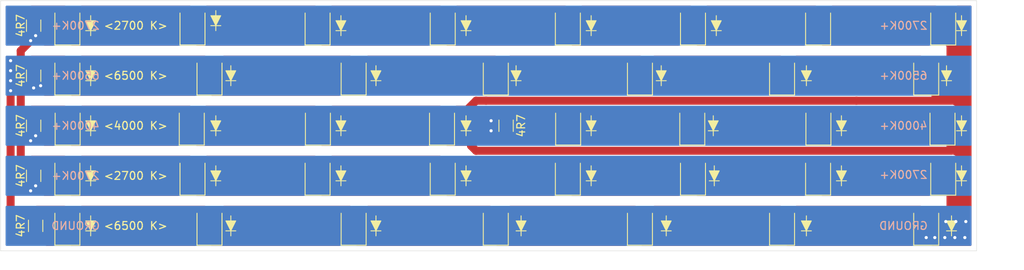
<source format=kicad_pcb>
(kicad_pcb (version 20171130) (host pcbnew "(5.1.9)-1")

  (general
    (thickness 1.6)
    (drawings 157)
    (tracks 183)
    (zones 0)
    (modules 44)
    (nets 43)
  )

  (page A4)
  (layers
    (0 F.Cu signal)
    (31 B.Cu signal)
    (32 B.Adhes user)
    (33 F.Adhes user)
    (34 B.Paste user)
    (35 F.Paste user)
    (36 B.SilkS user)
    (37 F.SilkS user)
    (38 B.Mask user)
    (39 F.Mask user)
    (40 Dwgs.User user hide)
    (41 Cmts.User user)
    (42 Eco1.User user)
    (43 Eco2.User user hide)
    (44 Edge.Cuts user)
    (45 Margin user hide)
    (46 B.CrtYd user)
    (47 F.CrtYd user)
    (48 B.Fab user)
    (49 F.Fab user)
  )

  (setup
    (last_trace_width 1.016)
    (trace_clearance 0.254)
    (zone_clearance 0.508)
    (zone_45_only no)
    (trace_min 0.2)
    (via_size 0.8)
    (via_drill 0.4)
    (via_min_size 0.4)
    (via_min_drill 0.3)
    (uvia_size 0.3)
    (uvia_drill 0.1)
    (uvias_allowed no)
    (uvia_min_size 0.2)
    (uvia_min_drill 0.1)
    (edge_width 0.05)
    (segment_width 0.2)
    (pcb_text_width 0.3)
    (pcb_text_size 1.5 1.5)
    (mod_edge_width 0.12)
    (mod_text_size 1 1)
    (mod_text_width 0.15)
    (pad_size 1.524 1.524)
    (pad_drill 0.762)
    (pad_to_mask_clearance 0)
    (aux_axis_origin 0 0)
    (visible_elements 7FFFFFFF)
    (pcbplotparams
      (layerselection 0x010fc_ffffffff)
      (usegerberextensions false)
      (usegerberattributes true)
      (usegerberadvancedattributes true)
      (creategerberjobfile true)
      (excludeedgelayer true)
      (linewidth 0.100000)
      (plotframeref false)
      (viasonmask false)
      (mode 1)
      (useauxorigin false)
      (hpglpennumber 1)
      (hpglpenspeed 20)
      (hpglpendiameter 15.000000)
      (psnegative false)
      (psa4output false)
      (plotreference true)
      (plotvalue true)
      (plotinvisibletext false)
      (padsonsilk false)
      (subtractmaskfromsilk false)
      (outputformat 1)
      (mirror false)
      (drillshape 0)
      (scaleselection 1)
      (outputdirectory "Gerber/"))
  )

  (net 0 "")
  (net 1 "Net-(D1-Pad2)")
  (net 2 "Net-(D1-Pad1)")
  (net 3 "Net-(D2-Pad1)")
  (net 4 "Net-(D3-Pad1)")
  (net 5 "Net-(D4-Pad1)")
  (net 6 "Net-(D5-Pad1)")
  (net 7 "Net-(D6-Pad1)")
  (net 8 "Net-(D7-Pad1)")
  (net 9 "Net-(D16-Pad1)")
  (net 10 "Net-(D9-Pad2)")
  (net 11 "Net-(D10-Pad2)")
  (net 12 "Net-(D10-Pad1)")
  (net 13 "Net-(D11-Pad1)")
  (net 14 "Net-(D12-Pad1)")
  (net 15 "Net-(D13-Pad1)")
  (net 16 "Net-(D14-Pad1)")
  (net 17 "Net-(D15-Pad1)")
  (net 18 "Net-(D17-Pad1)")
  (net 19 "Net-(D17-Pad2)")
  (net 20 "Net-(D18-Pad1)")
  (net 21 "Net-(D19-Pad1)")
  (net 22 "Net-(D20-Pad1)")
  (net 23 "Net-(D21-Pad1)")
  (net 24 "Net-(D22-Pad1)")
  (net 25 "Net-(D24-Pad2)")
  (net 26 "Net-(D24-Pad1)")
  (net 27 "Net-(D25-Pad1)")
  (net 28 "Net-(D26-Pad1)")
  (net 29 "Net-(D27-Pad1)")
  (net 30 "Net-(D28-Pad1)")
  (net 31 "Net-(D29-Pad1)")
  (net 32 "Net-(D31-Pad2)")
  (net 33 "Net-(D31-Pad1)")
  (net 34 "Net-(D32-Pad1)")
  (net 35 "Net-(D33-Pad1)")
  (net 36 "Net-(D35-Pad1)")
  (net 37 "Net-(D35-Pad2)")
  (net 38 "Net-(D36-Pad1)")
  (net 39 "Net-(D37-Pad1)")
  (net 40 "Net-(R1-Pad1)")
  (net 41 "Net-(R3-Pad1)")
  (net 42 "Net-(R5-Pad1)")

  (net_class Default "This is the default net class."
    (clearance 0.254)
    (trace_width 1.016)
    (via_dia 0.8)
    (via_drill 0.4)
    (uvia_dia 0.3)
    (uvia_drill 0.1)
    (add_net "Net-(D1-Pad1)")
    (add_net "Net-(D1-Pad2)")
    (add_net "Net-(D10-Pad1)")
    (add_net "Net-(D10-Pad2)")
    (add_net "Net-(D11-Pad1)")
    (add_net "Net-(D12-Pad1)")
    (add_net "Net-(D13-Pad1)")
    (add_net "Net-(D14-Pad1)")
    (add_net "Net-(D15-Pad1)")
    (add_net "Net-(D16-Pad1)")
    (add_net "Net-(D17-Pad1)")
    (add_net "Net-(D17-Pad2)")
    (add_net "Net-(D18-Pad1)")
    (add_net "Net-(D19-Pad1)")
    (add_net "Net-(D2-Pad1)")
    (add_net "Net-(D20-Pad1)")
    (add_net "Net-(D21-Pad1)")
    (add_net "Net-(D22-Pad1)")
    (add_net "Net-(D24-Pad1)")
    (add_net "Net-(D24-Pad2)")
    (add_net "Net-(D25-Pad1)")
    (add_net "Net-(D26-Pad1)")
    (add_net "Net-(D27-Pad1)")
    (add_net "Net-(D28-Pad1)")
    (add_net "Net-(D29-Pad1)")
    (add_net "Net-(D3-Pad1)")
    (add_net "Net-(D31-Pad1)")
    (add_net "Net-(D31-Pad2)")
    (add_net "Net-(D32-Pad1)")
    (add_net "Net-(D33-Pad1)")
    (add_net "Net-(D35-Pad1)")
    (add_net "Net-(D35-Pad2)")
    (add_net "Net-(D36-Pad1)")
    (add_net "Net-(D37-Pad1)")
    (add_net "Net-(D4-Pad1)")
    (add_net "Net-(D5-Pad1)")
    (add_net "Net-(D6-Pad1)")
    (add_net "Net-(D7-Pad1)")
    (add_net "Net-(D9-Pad2)")
    (add_net "Net-(R1-Pad1)")
    (add_net "Net-(R3-Pad1)")
    (add_net "Net-(R5-Pad1)")
  )

  (module Diode_SMD:D_1210_3225Metric_Pad1.42x2.65mm_HandSolder (layer F.Cu) (tedit 5F68FEF0) (tstamp 61A0E77A)
    (at 90.3875 79.375 90)
    (descr "Diode SMD 1210 (3225 Metric), square (rectangular) end terminal, IPC_7351 nominal, (Body size source: http://www.tortai-tech.com/upload/download/2011102023233369053.pdf), generated with kicad-footprint-generator")
    (tags "diode handsolder")
    (path /61A076BF)
    (attr smd)
    (fp_text reference D1 (at 0 -2.28 90) (layer F.SilkS) hide
      (effects (font (size 1 1) (thickness 0.15)))
    )
    (fp_text value 2700k (at 0 2.28 90) (layer F.Fab)
      (effects (font (size 1 1) (thickness 0.15)))
    )
    (fp_line (start 2.45 1.58) (end -2.45 1.58) (layer F.CrtYd) (width 0.05))
    (fp_line (start 2.45 -1.58) (end 2.45 1.58) (layer F.CrtYd) (width 0.05))
    (fp_line (start -2.45 -1.58) (end 2.45 -1.58) (layer F.CrtYd) (width 0.05))
    (fp_line (start -2.45 1.58) (end -2.45 -1.58) (layer F.CrtYd) (width 0.05))
    (fp_line (start -2.46 1.585) (end 1.6 1.585) (layer F.SilkS) (width 0.12))
    (fp_line (start -2.46 -1.585) (end -2.46 1.585) (layer F.SilkS) (width 0.12))
    (fp_line (start 1.6 -1.585) (end -2.46 -1.585) (layer F.SilkS) (width 0.12))
    (fp_line (start 1.6 1.25) (end 1.6 -1.25) (layer F.Fab) (width 0.1))
    (fp_line (start -1.6 1.25) (end 1.6 1.25) (layer F.Fab) (width 0.1))
    (fp_line (start -1.6 -0.625) (end -1.6 1.25) (layer F.Fab) (width 0.1))
    (fp_line (start -0.975 -1.25) (end -1.6 -0.625) (layer F.Fab) (width 0.1))
    (fp_line (start 1.6 -1.25) (end -0.975 -1.25) (layer F.Fab) (width 0.1))
    (fp_text user %R (at 0 0 90) (layer F.Fab)
      (effects (font (size 0.8 0.8) (thickness 0.12)))
    )
    (pad 2 smd roundrect (at 1.4875 0 90) (size 1.425 2.65) (layers F.Cu F.Paste F.Mask) (roundrect_rratio 0.1754385964912281)
      (net 1 "Net-(D1-Pad2)"))
    (pad 1 smd roundrect (at -1.4875 0 90) (size 1.425 2.65) (layers F.Cu F.Paste F.Mask) (roundrect_rratio 0.1754385964912281)
      (net 2 "Net-(D1-Pad1)"))
    (model ${KISYS3DMOD}/Diode_SMD.3dshapes/D_1210_3225Metric.wrl
      (at (xyz 0 0 0))
      (scale (xyz 1 1 1))
      (rotate (xyz 0 0 0))
    )
    (model ${KISYS3DMOD}/Diode_SMD.3dshapes/D_1206_3216Metric.wrl
      (at (xyz 0 0 0))
      (scale (xyz 1 1 1))
      (rotate (xyz 0 0 0))
    )
  )

  (module Diode_SMD:D_1210_3225Metric_Pad1.42x2.65mm_HandSolder (layer F.Cu) (tedit 5F68FEF0) (tstamp 61A0E78D)
    (at 106.2625 79.375 90)
    (descr "Diode SMD 1210 (3225 Metric), square (rectangular) end terminal, IPC_7351 nominal, (Body size source: http://www.tortai-tech.com/upload/download/2011102023233369053.pdf), generated with kicad-footprint-generator")
    (tags "diode handsolder")
    (path /61A0CA9E)
    (attr smd)
    (fp_text reference D2 (at 0 -2.28 90) (layer F.SilkS) hide
      (effects (font (size 1 1) (thickness 0.15)))
    )
    (fp_text value 2700k (at 0 2.28 90) (layer F.Fab)
      (effects (font (size 1 1) (thickness 0.15)))
    )
    (fp_line (start 2.45 1.58) (end -2.45 1.58) (layer F.CrtYd) (width 0.05))
    (fp_line (start 2.45 -1.58) (end 2.45 1.58) (layer F.CrtYd) (width 0.05))
    (fp_line (start -2.45 -1.58) (end 2.45 -1.58) (layer F.CrtYd) (width 0.05))
    (fp_line (start -2.45 1.58) (end -2.45 -1.58) (layer F.CrtYd) (width 0.05))
    (fp_line (start -2.46 1.585) (end 1.6 1.585) (layer F.SilkS) (width 0.12))
    (fp_line (start -2.46 -1.585) (end -2.46 1.585) (layer F.SilkS) (width 0.12))
    (fp_line (start 1.6 -1.585) (end -2.46 -1.585) (layer F.SilkS) (width 0.12))
    (fp_line (start 1.6 1.25) (end 1.6 -1.25) (layer F.Fab) (width 0.1))
    (fp_line (start -1.6 1.25) (end 1.6 1.25) (layer F.Fab) (width 0.1))
    (fp_line (start -1.6 -0.625) (end -1.6 1.25) (layer F.Fab) (width 0.1))
    (fp_line (start -0.975 -1.25) (end -1.6 -0.625) (layer F.Fab) (width 0.1))
    (fp_line (start 1.6 -1.25) (end -0.975 -1.25) (layer F.Fab) (width 0.1))
    (fp_text user %R (at 0 0 90) (layer F.Fab)
      (effects (font (size 0.8 0.8) (thickness 0.12)))
    )
    (pad 2 smd roundrect (at 1.4875 0 90) (size 1.425 2.65) (layers F.Cu F.Paste F.Mask) (roundrect_rratio 0.1754385964912281)
      (net 2 "Net-(D1-Pad1)"))
    (pad 1 smd roundrect (at -1.4875 0 90) (size 1.425 2.65) (layers F.Cu F.Paste F.Mask) (roundrect_rratio 0.1754385964912281)
      (net 3 "Net-(D2-Pad1)"))
    (model ${KISYS3DMOD}/Diode_SMD.3dshapes/D_1210_3225Metric.wrl
      (at (xyz 0 0 0))
      (scale (xyz 1 1 1))
      (rotate (xyz 0 0 0))
    )
    (model ${KISYS3DMOD}/Diode_SMD.3dshapes/D_1206_3216Metric.wrl
      (at (xyz 0 0 0))
      (scale (xyz 1 1 1))
      (rotate (xyz 0 0 0))
    )
  )

  (module Diode_SMD:D_1210_3225Metric_Pad1.42x2.65mm_HandSolder (layer F.Cu) (tedit 5F68FEF0) (tstamp 61A0F482)
    (at 122.1375 79.375 90)
    (descr "Diode SMD 1210 (3225 Metric), square (rectangular) end terminal, IPC_7351 nominal, (Body size source: http://www.tortai-tech.com/upload/download/2011102023233369053.pdf), generated with kicad-footprint-generator")
    (tags "diode handsolder")
    (path /61A0D191)
    (attr smd)
    (fp_text reference D3 (at 0 -2.28 90) (layer F.SilkS) hide
      (effects (font (size 1 1) (thickness 0.15)))
    )
    (fp_text value 2700k (at 0 2.28 90) (layer F.Fab)
      (effects (font (size 1 1) (thickness 0.15)))
    )
    (fp_line (start 1.6 -1.25) (end -0.975 -1.25) (layer F.Fab) (width 0.1))
    (fp_line (start -0.975 -1.25) (end -1.6 -0.625) (layer F.Fab) (width 0.1))
    (fp_line (start -1.6 -0.625) (end -1.6 1.25) (layer F.Fab) (width 0.1))
    (fp_line (start -1.6 1.25) (end 1.6 1.25) (layer F.Fab) (width 0.1))
    (fp_line (start 1.6 1.25) (end 1.6 -1.25) (layer F.Fab) (width 0.1))
    (fp_line (start 1.6 -1.585) (end -2.46 -1.585) (layer F.SilkS) (width 0.12))
    (fp_line (start -2.46 -1.585) (end -2.46 1.585) (layer F.SilkS) (width 0.12))
    (fp_line (start -2.46 1.585) (end 1.6 1.585) (layer F.SilkS) (width 0.12))
    (fp_line (start -2.45 1.58) (end -2.45 -1.58) (layer F.CrtYd) (width 0.05))
    (fp_line (start -2.45 -1.58) (end 2.45 -1.58) (layer F.CrtYd) (width 0.05))
    (fp_line (start 2.45 -1.58) (end 2.45 1.58) (layer F.CrtYd) (width 0.05))
    (fp_line (start 2.45 1.58) (end -2.45 1.58) (layer F.CrtYd) (width 0.05))
    (fp_text user %R (at 0 0 90) (layer F.Fab)
      (effects (font (size 0.8 0.8) (thickness 0.12)))
    )
    (pad 1 smd roundrect (at -1.4875 0 90) (size 1.425 2.65) (layers F.Cu F.Paste F.Mask) (roundrect_rratio 0.1754385964912281)
      (net 4 "Net-(D3-Pad1)"))
    (pad 2 smd roundrect (at 1.4875 0 90) (size 1.425 2.65) (layers F.Cu F.Paste F.Mask) (roundrect_rratio 0.1754385964912281)
      (net 3 "Net-(D2-Pad1)"))
    (model ${KISYS3DMOD}/Diode_SMD.3dshapes/D_1210_3225Metric.wrl
      (at (xyz 0 0 0))
      (scale (xyz 1 1 1))
      (rotate (xyz 0 0 0))
    )
    (model ${KISYS3DMOD}/Diode_SMD.3dshapes/D_1206_3216Metric.wrl
      (at (xyz 0 0 0))
      (scale (xyz 1 1 1))
      (rotate (xyz 0 0 0))
    )
  )

  (module Diode_SMD:D_1210_3225Metric_Pad1.42x2.65mm_HandSolder (layer F.Cu) (tedit 5F68FEF0) (tstamp 61A0E7B3)
    (at 138.0125 79.375 90)
    (descr "Diode SMD 1210 (3225 Metric), square (rectangular) end terminal, IPC_7351 nominal, (Body size source: http://www.tortai-tech.com/upload/download/2011102023233369053.pdf), generated with kicad-footprint-generator")
    (tags "diode handsolder")
    (path /61A0D8FC)
    (attr smd)
    (fp_text reference D4 (at 0 -2.28 90) (layer F.SilkS) hide
      (effects (font (size 1 1) (thickness 0.15)))
    )
    (fp_text value 2700k (at 0 2.28 90) (layer F.Fab)
      (effects (font (size 1 1) (thickness 0.15)))
    )
    (fp_line (start 2.45 1.58) (end -2.45 1.58) (layer F.CrtYd) (width 0.05))
    (fp_line (start 2.45 -1.58) (end 2.45 1.58) (layer F.CrtYd) (width 0.05))
    (fp_line (start -2.45 -1.58) (end 2.45 -1.58) (layer F.CrtYd) (width 0.05))
    (fp_line (start -2.45 1.58) (end -2.45 -1.58) (layer F.CrtYd) (width 0.05))
    (fp_line (start -2.46 1.585) (end 1.6 1.585) (layer F.SilkS) (width 0.12))
    (fp_line (start -2.46 -1.585) (end -2.46 1.585) (layer F.SilkS) (width 0.12))
    (fp_line (start 1.6 -1.585) (end -2.46 -1.585) (layer F.SilkS) (width 0.12))
    (fp_line (start 1.6 1.25) (end 1.6 -1.25) (layer F.Fab) (width 0.1))
    (fp_line (start -1.6 1.25) (end 1.6 1.25) (layer F.Fab) (width 0.1))
    (fp_line (start -1.6 -0.625) (end -1.6 1.25) (layer F.Fab) (width 0.1))
    (fp_line (start -0.975 -1.25) (end -1.6 -0.625) (layer F.Fab) (width 0.1))
    (fp_line (start 1.6 -1.25) (end -0.975 -1.25) (layer F.Fab) (width 0.1))
    (fp_text user %R (at 0 0 90) (layer F.Fab)
      (effects (font (size 0.8 0.8) (thickness 0.12)))
    )
    (pad 2 smd roundrect (at 1.4875 0 90) (size 1.425 2.65) (layers F.Cu F.Paste F.Mask) (roundrect_rratio 0.1754385964912281)
      (net 4 "Net-(D3-Pad1)"))
    (pad 1 smd roundrect (at -1.4875 0 90) (size 1.425 2.65) (layers F.Cu F.Paste F.Mask) (roundrect_rratio 0.1754385964912281)
      (net 5 "Net-(D4-Pad1)"))
    (model ${KISYS3DMOD}/Diode_SMD.3dshapes/D_1210_3225Metric.wrl
      (at (xyz 0 0 0))
      (scale (xyz 1 1 1))
      (rotate (xyz 0 0 0))
    )
    (model ${KISYS3DMOD}/Diode_SMD.3dshapes/D_1206_3216Metric.wrl
      (at (xyz 0 0 0))
      (scale (xyz 1 1 1))
      (rotate (xyz 0 0 0))
    )
  )

  (module Diode_SMD:D_1210_3225Metric_Pad1.42x2.65mm_HandSolder (layer F.Cu) (tedit 5F68FEF0) (tstamp 61A0E7C6)
    (at 153.8875 79.375 90)
    (descr "Diode SMD 1210 (3225 Metric), square (rectangular) end terminal, IPC_7351 nominal, (Body size source: http://www.tortai-tech.com/upload/download/2011102023233369053.pdf), generated with kicad-footprint-generator")
    (tags "diode handsolder")
    (path /61A1471D)
    (attr smd)
    (fp_text reference D5 (at 0 -2.28 90) (layer F.SilkS) hide
      (effects (font (size 1 1) (thickness 0.15)))
    )
    (fp_text value 2700k (at 0 2.28 90) (layer F.Fab)
      (effects (font (size 1 1) (thickness 0.15)))
    )
    (fp_line (start 1.6 -1.25) (end -0.975 -1.25) (layer F.Fab) (width 0.1))
    (fp_line (start -0.975 -1.25) (end -1.6 -0.625) (layer F.Fab) (width 0.1))
    (fp_line (start -1.6 -0.625) (end -1.6 1.25) (layer F.Fab) (width 0.1))
    (fp_line (start -1.6 1.25) (end 1.6 1.25) (layer F.Fab) (width 0.1))
    (fp_line (start 1.6 1.25) (end 1.6 -1.25) (layer F.Fab) (width 0.1))
    (fp_line (start 1.6 -1.585) (end -2.46 -1.585) (layer F.SilkS) (width 0.12))
    (fp_line (start -2.46 -1.585) (end -2.46 1.585) (layer F.SilkS) (width 0.12))
    (fp_line (start -2.46 1.585) (end 1.6 1.585) (layer F.SilkS) (width 0.12))
    (fp_line (start -2.45 1.58) (end -2.45 -1.58) (layer F.CrtYd) (width 0.05))
    (fp_line (start -2.45 -1.58) (end 2.45 -1.58) (layer F.CrtYd) (width 0.05))
    (fp_line (start 2.45 -1.58) (end 2.45 1.58) (layer F.CrtYd) (width 0.05))
    (fp_line (start 2.45 1.58) (end -2.45 1.58) (layer F.CrtYd) (width 0.05))
    (fp_text user %R (at 0 0 90) (layer F.Fab)
      (effects (font (size 0.8 0.8) (thickness 0.12)))
    )
    (pad 1 smd roundrect (at -1.4875 0 90) (size 1.425 2.65) (layers F.Cu F.Paste F.Mask) (roundrect_rratio 0.1754385964912281)
      (net 6 "Net-(D5-Pad1)"))
    (pad 2 smd roundrect (at 1.4875 0 90) (size 1.425 2.65) (layers F.Cu F.Paste F.Mask) (roundrect_rratio 0.1754385964912281)
      (net 5 "Net-(D4-Pad1)"))
    (model ${KISYS3DMOD}/Diode_SMD.3dshapes/D_1210_3225Metric.wrl
      (at (xyz 0 0 0))
      (scale (xyz 1 1 1))
      (rotate (xyz 0 0 0))
    )
    (model ${KISYS3DMOD}/Diode_SMD.3dshapes/D_1206_3216Metric.wrl
      (at (xyz 0 0 0))
      (scale (xyz 1 1 1))
      (rotate (xyz 0 0 0))
    )
  )

  (module Diode_SMD:D_1210_3225Metric_Pad1.42x2.65mm_HandSolder (layer F.Cu) (tedit 5F68FEF0) (tstamp 61A0E7D9)
    (at 169.7625 79.375 90)
    (descr "Diode SMD 1210 (3225 Metric), square (rectangular) end terminal, IPC_7351 nominal, (Body size source: http://www.tortai-tech.com/upload/download/2011102023233369053.pdf), generated with kicad-footprint-generator")
    (tags "diode handsolder")
    (path /61A147CC)
    (attr smd)
    (fp_text reference D6 (at 0 -2.28 90) (layer F.SilkS) hide
      (effects (font (size 1 1) (thickness 0.15)))
    )
    (fp_text value 2700k (at 0 2.28 90) (layer F.Fab)
      (effects (font (size 1 1) (thickness 0.15)))
    )
    (fp_line (start 2.45 1.58) (end -2.45 1.58) (layer F.CrtYd) (width 0.05))
    (fp_line (start 2.45 -1.58) (end 2.45 1.58) (layer F.CrtYd) (width 0.05))
    (fp_line (start -2.45 -1.58) (end 2.45 -1.58) (layer F.CrtYd) (width 0.05))
    (fp_line (start -2.45 1.58) (end -2.45 -1.58) (layer F.CrtYd) (width 0.05))
    (fp_line (start -2.46 1.585) (end 1.6 1.585) (layer F.SilkS) (width 0.12))
    (fp_line (start -2.46 -1.585) (end -2.46 1.585) (layer F.SilkS) (width 0.12))
    (fp_line (start 1.6 -1.585) (end -2.46 -1.585) (layer F.SilkS) (width 0.12))
    (fp_line (start 1.6 1.25) (end 1.6 -1.25) (layer F.Fab) (width 0.1))
    (fp_line (start -1.6 1.25) (end 1.6 1.25) (layer F.Fab) (width 0.1))
    (fp_line (start -1.6 -0.625) (end -1.6 1.25) (layer F.Fab) (width 0.1))
    (fp_line (start -0.975 -1.25) (end -1.6 -0.625) (layer F.Fab) (width 0.1))
    (fp_line (start 1.6 -1.25) (end -0.975 -1.25) (layer F.Fab) (width 0.1))
    (fp_text user %R (at 0 0 90) (layer F.Fab)
      (effects (font (size 0.8 0.8) (thickness 0.12)))
    )
    (pad 2 smd roundrect (at 1.4875 0 90) (size 1.425 2.65) (layers F.Cu F.Paste F.Mask) (roundrect_rratio 0.1754385964912281)
      (net 6 "Net-(D5-Pad1)"))
    (pad 1 smd roundrect (at -1.4875 0 90) (size 1.425 2.65) (layers F.Cu F.Paste F.Mask) (roundrect_rratio 0.1754385964912281)
      (net 7 "Net-(D6-Pad1)"))
    (model ${KISYS3DMOD}/Diode_SMD.3dshapes/D_1210_3225Metric.wrl
      (at (xyz 0 0 0))
      (scale (xyz 1 1 1))
      (rotate (xyz 0 0 0))
    )
    (model ${KISYS3DMOD}/Diode_SMD.3dshapes/D_1206_3216Metric.wrl
      (at (xyz 0 0 0))
      (scale (xyz 1 1 1))
      (rotate (xyz 0 0 0))
    )
  )

  (module Diode_SMD:D_1210_3225Metric_Pad1.42x2.65mm_HandSolder (layer F.Cu) (tedit 5F68FEF0) (tstamp 61A0E7EC)
    (at 185.6375 79.375 90)
    (descr "Diode SMD 1210 (3225 Metric), square (rectangular) end terminal, IPC_7351 nominal, (Body size source: http://www.tortai-tech.com/upload/download/2011102023233369053.pdf), generated with kicad-footprint-generator")
    (tags "diode handsolder")
    (path /61A147D7)
    (attr smd)
    (fp_text reference D7 (at 0 -2.28 90) (layer F.SilkS) hide
      (effects (font (size 1 1) (thickness 0.15)))
    )
    (fp_text value 2700k (at 0 2.28 90) (layer F.Fab)
      (effects (font (size 1 1) (thickness 0.15)))
    )
    (fp_line (start 1.6 -1.25) (end -0.975 -1.25) (layer F.Fab) (width 0.1))
    (fp_line (start -0.975 -1.25) (end -1.6 -0.625) (layer F.Fab) (width 0.1))
    (fp_line (start -1.6 -0.625) (end -1.6 1.25) (layer F.Fab) (width 0.1))
    (fp_line (start -1.6 1.25) (end 1.6 1.25) (layer F.Fab) (width 0.1))
    (fp_line (start 1.6 1.25) (end 1.6 -1.25) (layer F.Fab) (width 0.1))
    (fp_line (start 1.6 -1.585) (end -2.46 -1.585) (layer F.SilkS) (width 0.12))
    (fp_line (start -2.46 -1.585) (end -2.46 1.585) (layer F.SilkS) (width 0.12))
    (fp_line (start -2.46 1.585) (end 1.6 1.585) (layer F.SilkS) (width 0.12))
    (fp_line (start -2.45 1.58) (end -2.45 -1.58) (layer F.CrtYd) (width 0.05))
    (fp_line (start -2.45 -1.58) (end 2.45 -1.58) (layer F.CrtYd) (width 0.05))
    (fp_line (start 2.45 -1.58) (end 2.45 1.58) (layer F.CrtYd) (width 0.05))
    (fp_line (start 2.45 1.58) (end -2.45 1.58) (layer F.CrtYd) (width 0.05))
    (fp_text user %R (at 0 0 90) (layer F.Fab)
      (effects (font (size 0.8 0.8) (thickness 0.12)))
    )
    (pad 1 smd roundrect (at -1.4875 0 90) (size 1.425 2.65) (layers F.Cu F.Paste F.Mask) (roundrect_rratio 0.1754385964912281)
      (net 8 "Net-(D7-Pad1)"))
    (pad 2 smd roundrect (at 1.4875 0 90) (size 1.425 2.65) (layers F.Cu F.Paste F.Mask) (roundrect_rratio 0.1754385964912281)
      (net 7 "Net-(D6-Pad1)"))
    (model ${KISYS3DMOD}/Diode_SMD.3dshapes/D_1210_3225Metric.wrl
      (at (xyz 0 0 0))
      (scale (xyz 1 1 1))
      (rotate (xyz 0 0 0))
    )
    (model ${KISYS3DMOD}/Diode_SMD.3dshapes/D_1206_3216Metric.wrl
      (at (xyz 0 0 0))
      (scale (xyz 1 1 1))
      (rotate (xyz 0 0 0))
    )
  )

  (module Diode_SMD:D_1210_3225Metric_Pad1.42x2.65mm_HandSolder (layer F.Cu) (tedit 5F68FEF0) (tstamp 61A0E7FF)
    (at 201.5125 79.375 90)
    (descr "Diode SMD 1210 (3225 Metric), square (rectangular) end terminal, IPC_7351 nominal, (Body size source: http://www.tortai-tech.com/upload/download/2011102023233369053.pdf), generated with kicad-footprint-generator")
    (tags "diode handsolder")
    (path /61A147E2)
    (attr smd)
    (fp_text reference D8 (at 0 -2.28 90) (layer F.SilkS) hide
      (effects (font (size 1 1) (thickness 0.15)))
    )
    (fp_text value 2700k (at 0 2.28 90) (layer F.Fab)
      (effects (font (size 1 1) (thickness 0.15)))
    )
    (fp_line (start 2.45 1.58) (end -2.45 1.58) (layer F.CrtYd) (width 0.05))
    (fp_line (start 2.45 -1.58) (end 2.45 1.58) (layer F.CrtYd) (width 0.05))
    (fp_line (start -2.45 -1.58) (end 2.45 -1.58) (layer F.CrtYd) (width 0.05))
    (fp_line (start -2.45 1.58) (end -2.45 -1.58) (layer F.CrtYd) (width 0.05))
    (fp_line (start -2.46 1.585) (end 1.6 1.585) (layer F.SilkS) (width 0.12))
    (fp_line (start -2.46 -1.585) (end -2.46 1.585) (layer F.SilkS) (width 0.12))
    (fp_line (start 1.6 -1.585) (end -2.46 -1.585) (layer F.SilkS) (width 0.12))
    (fp_line (start 1.6 1.25) (end 1.6 -1.25) (layer F.Fab) (width 0.1))
    (fp_line (start -1.6 1.25) (end 1.6 1.25) (layer F.Fab) (width 0.1))
    (fp_line (start -1.6 -0.625) (end -1.6 1.25) (layer F.Fab) (width 0.1))
    (fp_line (start -0.975 -1.25) (end -1.6 -0.625) (layer F.Fab) (width 0.1))
    (fp_line (start 1.6 -1.25) (end -0.975 -1.25) (layer F.Fab) (width 0.1))
    (fp_text user %R (at 0 0 90) (layer F.Fab)
      (effects (font (size 0.8 0.8) (thickness 0.12)))
    )
    (pad 2 smd roundrect (at 1.4875 0 90) (size 1.425 2.65) (layers F.Cu F.Paste F.Mask) (roundrect_rratio 0.1754385964912281)
      (net 8 "Net-(D7-Pad1)"))
    (pad 1 smd roundrect (at -1.4875 0 90) (size 1.425 2.65) (layers F.Cu F.Paste F.Mask) (roundrect_rratio 0.1754385964912281)
      (net 9 "Net-(D16-Pad1)"))
    (model ${KISYS3DMOD}/Diode_SMD.3dshapes/D_1210_3225Metric.wrl
      (at (xyz 0 0 0))
      (scale (xyz 1 1 1))
      (rotate (xyz 0 0 0))
    )
    (model ${KISYS3DMOD}/Diode_SMD.3dshapes/D_1206_3216Metric.wrl
      (at (xyz 0 0 0))
      (scale (xyz 1 1 1))
      (rotate (xyz 0 0 0))
    )
  )

  (module Diode_SMD:D_1210_3225Metric_Pad1.42x2.65mm_HandSolder (layer F.Cu) (tedit 5F68FEF0) (tstamp 61A0F53E)
    (at 90.3875 98.425 90)
    (descr "Diode SMD 1210 (3225 Metric), square (rectangular) end terminal, IPC_7351 nominal, (Body size source: http://www.tortai-tech.com/upload/download/2011102023233369053.pdf), generated with kicad-footprint-generator")
    (tags "diode handsolder")
    (path /61A35F45)
    (attr smd)
    (fp_text reference D9 (at 0 -2.28 90) (layer F.SilkS) hide
      (effects (font (size 1 1) (thickness 0.15)))
    )
    (fp_text value 2700k (at 0 2.28 90) (layer F.Fab)
      (effects (font (size 1 1) (thickness 0.15)))
    )
    (fp_line (start 2.45 1.58) (end -2.45 1.58) (layer F.CrtYd) (width 0.05))
    (fp_line (start 2.45 -1.58) (end 2.45 1.58) (layer F.CrtYd) (width 0.05))
    (fp_line (start -2.45 -1.58) (end 2.45 -1.58) (layer F.CrtYd) (width 0.05))
    (fp_line (start -2.45 1.58) (end -2.45 -1.58) (layer F.CrtYd) (width 0.05))
    (fp_line (start -2.46 1.585) (end 1.6 1.585) (layer F.SilkS) (width 0.12))
    (fp_line (start -2.46 -1.585) (end -2.46 1.585) (layer F.SilkS) (width 0.12))
    (fp_line (start 1.6 -1.585) (end -2.46 -1.585) (layer F.SilkS) (width 0.12))
    (fp_line (start 1.6 1.25) (end 1.6 -1.25) (layer F.Fab) (width 0.1))
    (fp_line (start -1.6 1.25) (end 1.6 1.25) (layer F.Fab) (width 0.1))
    (fp_line (start -1.6 -0.625) (end -1.6 1.25) (layer F.Fab) (width 0.1))
    (fp_line (start -0.975 -1.25) (end -1.6 -0.625) (layer F.Fab) (width 0.1))
    (fp_line (start 1.6 -1.25) (end -0.975 -1.25) (layer F.Fab) (width 0.1))
    (fp_text user %R (at 0 0 90) (layer F.Fab)
      (effects (font (size 0.8 0.8) (thickness 0.12)))
    )
    (pad 2 smd roundrect (at 1.4875 0 90) (size 1.425 2.65) (layers F.Cu F.Paste F.Mask) (roundrect_rratio 0.1754385964912281)
      (net 10 "Net-(D9-Pad2)"))
    (pad 1 smd roundrect (at -1.4875 0 90) (size 1.425 2.65) (layers F.Cu F.Paste F.Mask) (roundrect_rratio 0.1754385964912281)
      (net 11 "Net-(D10-Pad2)"))
    (model ${KISYS3DMOD}/Diode_SMD.3dshapes/D_1210_3225Metric.wrl
      (at (xyz 0 0 0))
      (scale (xyz 1 1 1))
      (rotate (xyz 0 0 0))
    )
    (model ${KISYS3DMOD}/Diode_SMD.3dshapes/D_1206_3216Metric.wrl
      (at (xyz 0 0 0))
      (scale (xyz 1 1 1))
      (rotate (xyz 0 0 0))
    )
  )

  (module Diode_SMD:D_1210_3225Metric_Pad1.42x2.65mm_HandSolder (layer F.Cu) (tedit 5F68FEF0) (tstamp 61A0E825)
    (at 106.2625 98.425 90)
    (descr "Diode SMD 1210 (3225 Metric), square (rectangular) end terminal, IPC_7351 nominal, (Body size source: http://www.tortai-tech.com/upload/download/2011102023233369053.pdf), generated with kicad-footprint-generator")
    (tags "diode handsolder")
    (path /61A35F8C)
    (attr smd)
    (fp_text reference D10 (at 0 -2.28 90) (layer F.SilkS) hide
      (effects (font (size 1 1) (thickness 0.15)))
    )
    (fp_text value 2700k (at 0 2.28 90) (layer F.Fab)
      (effects (font (size 1 1) (thickness 0.15)))
    )
    (fp_line (start 1.6 -1.25) (end -0.975 -1.25) (layer F.Fab) (width 0.1))
    (fp_line (start -0.975 -1.25) (end -1.6 -0.625) (layer F.Fab) (width 0.1))
    (fp_line (start -1.6 -0.625) (end -1.6 1.25) (layer F.Fab) (width 0.1))
    (fp_line (start -1.6 1.25) (end 1.6 1.25) (layer F.Fab) (width 0.1))
    (fp_line (start 1.6 1.25) (end 1.6 -1.25) (layer F.Fab) (width 0.1))
    (fp_line (start 1.6 -1.585) (end -2.46 -1.585) (layer F.SilkS) (width 0.12))
    (fp_line (start -2.46 -1.585) (end -2.46 1.585) (layer F.SilkS) (width 0.12))
    (fp_line (start -2.46 1.585) (end 1.6 1.585) (layer F.SilkS) (width 0.12))
    (fp_line (start -2.45 1.58) (end -2.45 -1.58) (layer F.CrtYd) (width 0.05))
    (fp_line (start -2.45 -1.58) (end 2.45 -1.58) (layer F.CrtYd) (width 0.05))
    (fp_line (start 2.45 -1.58) (end 2.45 1.58) (layer F.CrtYd) (width 0.05))
    (fp_line (start 2.45 1.58) (end -2.45 1.58) (layer F.CrtYd) (width 0.05))
    (fp_text user %R (at 0 0 90) (layer F.Fab)
      (effects (font (size 0.8 0.8) (thickness 0.12)))
    )
    (pad 1 smd roundrect (at -1.4875 0 90) (size 1.425 2.65) (layers F.Cu F.Paste F.Mask) (roundrect_rratio 0.1754385964912281)
      (net 12 "Net-(D10-Pad1)"))
    (pad 2 smd roundrect (at 1.4875 0 90) (size 1.425 2.65) (layers F.Cu F.Paste F.Mask) (roundrect_rratio 0.1754385964912281)
      (net 11 "Net-(D10-Pad2)"))
    (model ${KISYS3DMOD}/Diode_SMD.3dshapes/D_1210_3225Metric.wrl
      (at (xyz 0 0 0))
      (scale (xyz 1 1 1))
      (rotate (xyz 0 0 0))
    )
    (model ${KISYS3DMOD}/Diode_SMD.3dshapes/D_1206_3216Metric.wrl
      (at (xyz 0 0 0))
      (scale (xyz 1 1 1))
      (rotate (xyz 0 0 0))
    )
  )

  (module Diode_SMD:D_1210_3225Metric_Pad1.42x2.65mm_HandSolder (layer F.Cu) (tedit 5F68FEF0) (tstamp 61A0E838)
    (at 122.1375 98.425 90)
    (descr "Diode SMD 1210 (3225 Metric), square (rectangular) end terminal, IPC_7351 nominal, (Body size source: http://www.tortai-tech.com/upload/download/2011102023233369053.pdf), generated with kicad-footprint-generator")
    (tags "diode handsolder")
    (path /61A35F97)
    (attr smd)
    (fp_text reference D11 (at 0 -2.28 90) (layer F.SilkS) hide
      (effects (font (size 1 1) (thickness 0.15)))
    )
    (fp_text value 2700k (at 0 2.28 90) (layer F.Fab)
      (effects (font (size 1 1) (thickness 0.15)))
    )
    (fp_line (start 2.45 1.58) (end -2.45 1.58) (layer F.CrtYd) (width 0.05))
    (fp_line (start 2.45 -1.58) (end 2.45 1.58) (layer F.CrtYd) (width 0.05))
    (fp_line (start -2.45 -1.58) (end 2.45 -1.58) (layer F.CrtYd) (width 0.05))
    (fp_line (start -2.45 1.58) (end -2.45 -1.58) (layer F.CrtYd) (width 0.05))
    (fp_line (start -2.46 1.585) (end 1.6 1.585) (layer F.SilkS) (width 0.12))
    (fp_line (start -2.46 -1.585) (end -2.46 1.585) (layer F.SilkS) (width 0.12))
    (fp_line (start 1.6 -1.585) (end -2.46 -1.585) (layer F.SilkS) (width 0.12))
    (fp_line (start 1.6 1.25) (end 1.6 -1.25) (layer F.Fab) (width 0.1))
    (fp_line (start -1.6 1.25) (end 1.6 1.25) (layer F.Fab) (width 0.1))
    (fp_line (start -1.6 -0.625) (end -1.6 1.25) (layer F.Fab) (width 0.1))
    (fp_line (start -0.975 -1.25) (end -1.6 -0.625) (layer F.Fab) (width 0.1))
    (fp_line (start 1.6 -1.25) (end -0.975 -1.25) (layer F.Fab) (width 0.1))
    (fp_text user %R (at 0 0 90) (layer F.Fab)
      (effects (font (size 0.8 0.8) (thickness 0.12)))
    )
    (pad 2 smd roundrect (at 1.4875 0 90) (size 1.425 2.65) (layers F.Cu F.Paste F.Mask) (roundrect_rratio 0.1754385964912281)
      (net 12 "Net-(D10-Pad1)"))
    (pad 1 smd roundrect (at -1.4875 0 90) (size 1.425 2.65) (layers F.Cu F.Paste F.Mask) (roundrect_rratio 0.1754385964912281)
      (net 13 "Net-(D11-Pad1)"))
    (model ${KISYS3DMOD}/Diode_SMD.3dshapes/D_1210_3225Metric.wrl
      (at (xyz 0 0 0))
      (scale (xyz 1 1 1))
      (rotate (xyz 0 0 0))
    )
    (model ${KISYS3DMOD}/Diode_SMD.3dshapes/D_1206_3216Metric.wrl
      (at (xyz 0 0 0))
      (scale (xyz 1 1 1))
      (rotate (xyz 0 0 0))
    )
  )

  (module Diode_SMD:D_1210_3225Metric_Pad1.42x2.65mm_HandSolder (layer F.Cu) (tedit 5F68FEF0) (tstamp 61A0E84B)
    (at 138.0125 98.425 90)
    (descr "Diode SMD 1210 (3225 Metric), square (rectangular) end terminal, IPC_7351 nominal, (Body size source: http://www.tortai-tech.com/upload/download/2011102023233369053.pdf), generated with kicad-footprint-generator")
    (tags "diode handsolder")
    (path /61A35FA2)
    (attr smd)
    (fp_text reference D12 (at 0 -2.28 90) (layer F.SilkS) hide
      (effects (font (size 1 1) (thickness 0.15)))
    )
    (fp_text value 2700k (at 0 2.28 90) (layer F.Fab)
      (effects (font (size 1 1) (thickness 0.15)))
    )
    (fp_line (start 2.45 1.58) (end -2.45 1.58) (layer F.CrtYd) (width 0.05))
    (fp_line (start 2.45 -1.58) (end 2.45 1.58) (layer F.CrtYd) (width 0.05))
    (fp_line (start -2.45 -1.58) (end 2.45 -1.58) (layer F.CrtYd) (width 0.05))
    (fp_line (start -2.45 1.58) (end -2.45 -1.58) (layer F.CrtYd) (width 0.05))
    (fp_line (start -2.46 1.585) (end 1.6 1.585) (layer F.SilkS) (width 0.12))
    (fp_line (start -2.46 -1.585) (end -2.46 1.585) (layer F.SilkS) (width 0.12))
    (fp_line (start 1.6 -1.585) (end -2.46 -1.585) (layer F.SilkS) (width 0.12))
    (fp_line (start 1.6 1.25) (end 1.6 -1.25) (layer F.Fab) (width 0.1))
    (fp_line (start -1.6 1.25) (end 1.6 1.25) (layer F.Fab) (width 0.1))
    (fp_line (start -1.6 -0.625) (end -1.6 1.25) (layer F.Fab) (width 0.1))
    (fp_line (start -0.975 -1.25) (end -1.6 -0.625) (layer F.Fab) (width 0.1))
    (fp_line (start 1.6 -1.25) (end -0.975 -1.25) (layer F.Fab) (width 0.1))
    (fp_text user %R (at 0 0 90) (layer F.Fab)
      (effects (font (size 0.8 0.8) (thickness 0.12)))
    )
    (pad 2 smd roundrect (at 1.4875 0 90) (size 1.425 2.65) (layers F.Cu F.Paste F.Mask) (roundrect_rratio 0.1754385964912281)
      (net 13 "Net-(D11-Pad1)"))
    (pad 1 smd roundrect (at -1.4875 0 90) (size 1.425 2.65) (layers F.Cu F.Paste F.Mask) (roundrect_rratio 0.1754385964912281)
      (net 14 "Net-(D12-Pad1)"))
    (model ${KISYS3DMOD}/Diode_SMD.3dshapes/D_1210_3225Metric.wrl
      (at (xyz 0 0 0))
      (scale (xyz 1 1 1))
      (rotate (xyz 0 0 0))
    )
    (model ${KISYS3DMOD}/Diode_SMD.3dshapes/D_1206_3216Metric.wrl
      (at (xyz 0 0 0))
      (scale (xyz 1 1 1))
      (rotate (xyz 0 0 0))
    )
  )

  (module Diode_SMD:D_1210_3225Metric_Pad1.42x2.65mm_HandSolder (layer F.Cu) (tedit 5F68FEF0) (tstamp 61A0E85E)
    (at 153.8875 98.425 90)
    (descr "Diode SMD 1210 (3225 Metric), square (rectangular) end terminal, IPC_7351 nominal, (Body size source: http://www.tortai-tech.com/upload/download/2011102023233369053.pdf), generated with kicad-footprint-generator")
    (tags "diode handsolder")
    (path /61A35FAD)
    (attr smd)
    (fp_text reference D13 (at 0 -2.28 90) (layer F.SilkS) hide
      (effects (font (size 1 1) (thickness 0.15)))
    )
    (fp_text value 2700k (at 0 2.28 90) (layer F.Fab)
      (effects (font (size 1 1) (thickness 0.15)))
    )
    (fp_line (start 1.6 -1.25) (end -0.975 -1.25) (layer F.Fab) (width 0.1))
    (fp_line (start -0.975 -1.25) (end -1.6 -0.625) (layer F.Fab) (width 0.1))
    (fp_line (start -1.6 -0.625) (end -1.6 1.25) (layer F.Fab) (width 0.1))
    (fp_line (start -1.6 1.25) (end 1.6 1.25) (layer F.Fab) (width 0.1))
    (fp_line (start 1.6 1.25) (end 1.6 -1.25) (layer F.Fab) (width 0.1))
    (fp_line (start 1.6 -1.585) (end -2.46 -1.585) (layer F.SilkS) (width 0.12))
    (fp_line (start -2.46 -1.585) (end -2.46 1.585) (layer F.SilkS) (width 0.12))
    (fp_line (start -2.46 1.585) (end 1.6 1.585) (layer F.SilkS) (width 0.12))
    (fp_line (start -2.45 1.58) (end -2.45 -1.58) (layer F.CrtYd) (width 0.05))
    (fp_line (start -2.45 -1.58) (end 2.45 -1.58) (layer F.CrtYd) (width 0.05))
    (fp_line (start 2.45 -1.58) (end 2.45 1.58) (layer F.CrtYd) (width 0.05))
    (fp_line (start 2.45 1.58) (end -2.45 1.58) (layer F.CrtYd) (width 0.05))
    (fp_text user %R (at 0 0 90) (layer F.Fab)
      (effects (font (size 0.8 0.8) (thickness 0.12)))
    )
    (pad 1 smd roundrect (at -1.4875 0 90) (size 1.425 2.65) (layers F.Cu F.Paste F.Mask) (roundrect_rratio 0.1754385964912281)
      (net 15 "Net-(D13-Pad1)"))
    (pad 2 smd roundrect (at 1.4875 0 90) (size 1.425 2.65) (layers F.Cu F.Paste F.Mask) (roundrect_rratio 0.1754385964912281)
      (net 14 "Net-(D12-Pad1)"))
    (model ${KISYS3DMOD}/Diode_SMD.3dshapes/D_1210_3225Metric.wrl
      (at (xyz 0 0 0))
      (scale (xyz 1 1 1))
      (rotate (xyz 0 0 0))
    )
    (model ${KISYS3DMOD}/Diode_SMD.3dshapes/D_1206_3216Metric.wrl
      (at (xyz 0 0 0))
      (scale (xyz 1 1 1))
      (rotate (xyz 0 0 0))
    )
  )

  (module Diode_SMD:D_1210_3225Metric_Pad1.42x2.65mm_HandSolder (layer F.Cu) (tedit 5F68FEF0) (tstamp 61A0E871)
    (at 169.7625 98.425 90)
    (descr "Diode SMD 1210 (3225 Metric), square (rectangular) end terminal, IPC_7351 nominal, (Body size source: http://www.tortai-tech.com/upload/download/2011102023233369053.pdf), generated with kicad-footprint-generator")
    (tags "diode handsolder")
    (path /61A35FB8)
    (attr smd)
    (fp_text reference D14 (at 0 -2.28 90) (layer F.SilkS) hide
      (effects (font (size 1 1) (thickness 0.15)))
    )
    (fp_text value 2700k (at 0 2.28 90) (layer F.Fab)
      (effects (font (size 1 1) (thickness 0.15)))
    )
    (fp_line (start 1.6 -1.25) (end -0.975 -1.25) (layer F.Fab) (width 0.1))
    (fp_line (start -0.975 -1.25) (end -1.6 -0.625) (layer F.Fab) (width 0.1))
    (fp_line (start -1.6 -0.625) (end -1.6 1.25) (layer F.Fab) (width 0.1))
    (fp_line (start -1.6 1.25) (end 1.6 1.25) (layer F.Fab) (width 0.1))
    (fp_line (start 1.6 1.25) (end 1.6 -1.25) (layer F.Fab) (width 0.1))
    (fp_line (start 1.6 -1.585) (end -2.46 -1.585) (layer F.SilkS) (width 0.12))
    (fp_line (start -2.46 -1.585) (end -2.46 1.585) (layer F.SilkS) (width 0.12))
    (fp_line (start -2.46 1.585) (end 1.6 1.585) (layer F.SilkS) (width 0.12))
    (fp_line (start -2.45 1.58) (end -2.45 -1.58) (layer F.CrtYd) (width 0.05))
    (fp_line (start -2.45 -1.58) (end 2.45 -1.58) (layer F.CrtYd) (width 0.05))
    (fp_line (start 2.45 -1.58) (end 2.45 1.58) (layer F.CrtYd) (width 0.05))
    (fp_line (start 2.45 1.58) (end -2.45 1.58) (layer F.CrtYd) (width 0.05))
    (fp_text user %R (at 0 0 90) (layer F.Fab)
      (effects (font (size 0.8 0.8) (thickness 0.12)))
    )
    (pad 1 smd roundrect (at -1.4875 0 90) (size 1.425 2.65) (layers F.Cu F.Paste F.Mask) (roundrect_rratio 0.1754385964912281)
      (net 16 "Net-(D14-Pad1)"))
    (pad 2 smd roundrect (at 1.4875 0 90) (size 1.425 2.65) (layers F.Cu F.Paste F.Mask) (roundrect_rratio 0.1754385964912281)
      (net 15 "Net-(D13-Pad1)"))
    (model ${KISYS3DMOD}/Diode_SMD.3dshapes/D_1210_3225Metric.wrl
      (at (xyz 0 0 0))
      (scale (xyz 1 1 1))
      (rotate (xyz 0 0 0))
    )
    (model ${KISYS3DMOD}/Diode_SMD.3dshapes/D_1206_3216Metric.wrl
      (at (xyz 0 0 0))
      (scale (xyz 1 1 1))
      (rotate (xyz 0 0 0))
    )
  )

  (module Diode_SMD:D_1210_3225Metric_Pad1.42x2.65mm_HandSolder (layer F.Cu) (tedit 5F68FEF0) (tstamp 61A0E884)
    (at 185.6375 98.425 90)
    (descr "Diode SMD 1210 (3225 Metric), square (rectangular) end terminal, IPC_7351 nominal, (Body size source: http://www.tortai-tech.com/upload/download/2011102023233369053.pdf), generated with kicad-footprint-generator")
    (tags "diode handsolder")
    (path /61A35FC3)
    (attr smd)
    (fp_text reference D15 (at 0 -2.28 90) (layer F.SilkS) hide
      (effects (font (size 1 1) (thickness 0.15)))
    )
    (fp_text value 2700k (at 0 2.28 90) (layer F.Fab)
      (effects (font (size 1 1) (thickness 0.15)))
    )
    (fp_line (start 2.45 1.58) (end -2.45 1.58) (layer F.CrtYd) (width 0.05))
    (fp_line (start 2.45 -1.58) (end 2.45 1.58) (layer F.CrtYd) (width 0.05))
    (fp_line (start -2.45 -1.58) (end 2.45 -1.58) (layer F.CrtYd) (width 0.05))
    (fp_line (start -2.45 1.58) (end -2.45 -1.58) (layer F.CrtYd) (width 0.05))
    (fp_line (start -2.46 1.585) (end 1.6 1.585) (layer F.SilkS) (width 0.12))
    (fp_line (start -2.46 -1.585) (end -2.46 1.585) (layer F.SilkS) (width 0.12))
    (fp_line (start 1.6 -1.585) (end -2.46 -1.585) (layer F.SilkS) (width 0.12))
    (fp_line (start 1.6 1.25) (end 1.6 -1.25) (layer F.Fab) (width 0.1))
    (fp_line (start -1.6 1.25) (end 1.6 1.25) (layer F.Fab) (width 0.1))
    (fp_line (start -1.6 -0.625) (end -1.6 1.25) (layer F.Fab) (width 0.1))
    (fp_line (start -0.975 -1.25) (end -1.6 -0.625) (layer F.Fab) (width 0.1))
    (fp_line (start 1.6 -1.25) (end -0.975 -1.25) (layer F.Fab) (width 0.1))
    (fp_text user %R (at 0 0 90) (layer F.Fab)
      (effects (font (size 0.8 0.8) (thickness 0.12)))
    )
    (pad 2 smd roundrect (at 1.4875 0 90) (size 1.425 2.65) (layers F.Cu F.Paste F.Mask) (roundrect_rratio 0.1754385964912281)
      (net 16 "Net-(D14-Pad1)"))
    (pad 1 smd roundrect (at -1.4875 0 90) (size 1.425 2.65) (layers F.Cu F.Paste F.Mask) (roundrect_rratio 0.1754385964912281)
      (net 17 "Net-(D15-Pad1)"))
    (model ${KISYS3DMOD}/Diode_SMD.3dshapes/D_1210_3225Metric.wrl
      (at (xyz 0 0 0))
      (scale (xyz 1 1 1))
      (rotate (xyz 0 0 0))
    )
    (model ${KISYS3DMOD}/Diode_SMD.3dshapes/D_1206_3216Metric.wrl
      (at (xyz 0 0 0))
      (scale (xyz 1 1 1))
      (rotate (xyz 0 0 0))
    )
  )

  (module Diode_SMD:D_1210_3225Metric_Pad1.42x2.65mm_HandSolder (layer F.Cu) (tedit 5F68FEF0) (tstamp 61A0E897)
    (at 201.5125 98.425 90)
    (descr "Diode SMD 1210 (3225 Metric), square (rectangular) end terminal, IPC_7351 nominal, (Body size source: http://www.tortai-tech.com/upload/download/2011102023233369053.pdf), generated with kicad-footprint-generator")
    (tags "diode handsolder")
    (path /61A35FCE)
    (attr smd)
    (fp_text reference D16 (at 0 -2.28 90) (layer F.SilkS) hide
      (effects (font (size 1 1) (thickness 0.15)))
    )
    (fp_text value 2700k (at 0 2.28 90) (layer F.Fab)
      (effects (font (size 1 1) (thickness 0.15)))
    )
    (fp_line (start 1.6 -1.25) (end -0.975 -1.25) (layer F.Fab) (width 0.1))
    (fp_line (start -0.975 -1.25) (end -1.6 -0.625) (layer F.Fab) (width 0.1))
    (fp_line (start -1.6 -0.625) (end -1.6 1.25) (layer F.Fab) (width 0.1))
    (fp_line (start -1.6 1.25) (end 1.6 1.25) (layer F.Fab) (width 0.1))
    (fp_line (start 1.6 1.25) (end 1.6 -1.25) (layer F.Fab) (width 0.1))
    (fp_line (start 1.6 -1.585) (end -2.46 -1.585) (layer F.SilkS) (width 0.12))
    (fp_line (start -2.46 -1.585) (end -2.46 1.585) (layer F.SilkS) (width 0.12))
    (fp_line (start -2.46 1.585) (end 1.6 1.585) (layer F.SilkS) (width 0.12))
    (fp_line (start -2.45 1.58) (end -2.45 -1.58) (layer F.CrtYd) (width 0.05))
    (fp_line (start -2.45 -1.58) (end 2.45 -1.58) (layer F.CrtYd) (width 0.05))
    (fp_line (start 2.45 -1.58) (end 2.45 1.58) (layer F.CrtYd) (width 0.05))
    (fp_line (start 2.45 1.58) (end -2.45 1.58) (layer F.CrtYd) (width 0.05))
    (fp_text user %R (at 0 0 90) (layer F.Fab)
      (effects (font (size 0.8 0.8) (thickness 0.12)))
    )
    (pad 1 smd roundrect (at -1.4875 0 90) (size 1.425 2.65) (layers F.Cu F.Paste F.Mask) (roundrect_rratio 0.1754385964912281)
      (net 9 "Net-(D16-Pad1)"))
    (pad 2 smd roundrect (at 1.4875 0 90) (size 1.425 2.65) (layers F.Cu F.Paste F.Mask) (roundrect_rratio 0.1754385964912281)
      (net 17 "Net-(D15-Pad1)"))
    (model ${KISYS3DMOD}/Diode_SMD.3dshapes/D_1210_3225Metric.wrl
      (at (xyz 0 0 0))
      (scale (xyz 1 1 1))
      (rotate (xyz 0 0 0))
    )
    (model ${KISYS3DMOD}/Diode_SMD.3dshapes/D_1206_3216Metric.wrl
      (at (xyz 0 0 0))
      (scale (xyz 1 1 1))
      (rotate (xyz 0 0 0))
    )
  )

  (module Diode_SMD:D_1210_3225Metric_Pad1.42x2.65mm_HandSolder (layer F.Cu) (tedit 5F68FEF0) (tstamp 61A0E8AA)
    (at 90.3875 85.725 90)
    (descr "Diode SMD 1210 (3225 Metric), square (rectangular) end terminal, IPC_7351 nominal, (Body size source: http://www.tortai-tech.com/upload/download/2011102023233369053.pdf), generated with kicad-footprint-generator")
    (tags "diode handsolder")
    (path /61A0A319)
    (attr smd)
    (fp_text reference D17 (at 0 -2.28 90) (layer F.SilkS) hide
      (effects (font (size 1 1) (thickness 0.15)))
    )
    (fp_text value 6500k (at 0 2.28 90) (layer F.Fab)
      (effects (font (size 1 1) (thickness 0.15)))
    )
    (fp_line (start 1.6 -1.25) (end -0.975 -1.25) (layer F.Fab) (width 0.1))
    (fp_line (start -0.975 -1.25) (end -1.6 -0.625) (layer F.Fab) (width 0.1))
    (fp_line (start -1.6 -0.625) (end -1.6 1.25) (layer F.Fab) (width 0.1))
    (fp_line (start -1.6 1.25) (end 1.6 1.25) (layer F.Fab) (width 0.1))
    (fp_line (start 1.6 1.25) (end 1.6 -1.25) (layer F.Fab) (width 0.1))
    (fp_line (start 1.6 -1.585) (end -2.46 -1.585) (layer F.SilkS) (width 0.12))
    (fp_line (start -2.46 -1.585) (end -2.46 1.585) (layer F.SilkS) (width 0.12))
    (fp_line (start -2.46 1.585) (end 1.6 1.585) (layer F.SilkS) (width 0.12))
    (fp_line (start -2.45 1.58) (end -2.45 -1.58) (layer F.CrtYd) (width 0.05))
    (fp_line (start -2.45 -1.58) (end 2.45 -1.58) (layer F.CrtYd) (width 0.05))
    (fp_line (start 2.45 -1.58) (end 2.45 1.58) (layer F.CrtYd) (width 0.05))
    (fp_line (start 2.45 1.58) (end -2.45 1.58) (layer F.CrtYd) (width 0.05))
    (fp_text user %R (at 0 0 90) (layer F.Fab)
      (effects (font (size 0.8 0.8) (thickness 0.12)))
    )
    (pad 1 smd roundrect (at -1.4875 0 90) (size 1.425 2.65) (layers F.Cu F.Paste F.Mask) (roundrect_rratio 0.1754385964912281)
      (net 18 "Net-(D17-Pad1)"))
    (pad 2 smd roundrect (at 1.4875 0 90) (size 1.425 2.65) (layers F.Cu F.Paste F.Mask) (roundrect_rratio 0.1754385964912281)
      (net 19 "Net-(D17-Pad2)"))
    (model ${KISYS3DMOD}/Diode_SMD.3dshapes/D_1210_3225Metric.wrl
      (at (xyz 0 0 0))
      (scale (xyz 1 1 1))
      (rotate (xyz 0 0 0))
    )
    (model ${KISYS3DMOD}/Diode_SMD.3dshapes/D_1206_3216Metric.wrl
      (at (xyz 0 0 0))
      (scale (xyz 1 1 1))
      (rotate (xyz 0 0 0))
    )
  )

  (module Diode_SMD:D_1210_3225Metric_Pad1.42x2.65mm_HandSolder (layer F.Cu) (tedit 5F68FEF0) (tstamp 61A0E8BD)
    (at 108.4215 85.725 90)
    (descr "Diode SMD 1210 (3225 Metric), square (rectangular) end terminal, IPC_7351 nominal, (Body size source: http://www.tortai-tech.com/upload/download/2011102023233369053.pdf), generated with kicad-footprint-generator")
    (tags "diode handsolder")
    (path /61A1E481)
    (attr smd)
    (fp_text reference D18 (at 0 -2.28 90) (layer F.SilkS) hide
      (effects (font (size 1 1) (thickness 0.15)))
    )
    (fp_text value 6500k (at 0 2.28 90) (layer F.Fab)
      (effects (font (size 1 1) (thickness 0.15)))
    )
    (fp_line (start 1.6 -1.25) (end -0.975 -1.25) (layer F.Fab) (width 0.1))
    (fp_line (start -0.975 -1.25) (end -1.6 -0.625) (layer F.Fab) (width 0.1))
    (fp_line (start -1.6 -0.625) (end -1.6 1.25) (layer F.Fab) (width 0.1))
    (fp_line (start -1.6 1.25) (end 1.6 1.25) (layer F.Fab) (width 0.1))
    (fp_line (start 1.6 1.25) (end 1.6 -1.25) (layer F.Fab) (width 0.1))
    (fp_line (start 1.6 -1.585) (end -2.46 -1.585) (layer F.SilkS) (width 0.12))
    (fp_line (start -2.46 -1.585) (end -2.46 1.585) (layer F.SilkS) (width 0.12))
    (fp_line (start -2.46 1.585) (end 1.6 1.585) (layer F.SilkS) (width 0.12))
    (fp_line (start -2.45 1.58) (end -2.45 -1.58) (layer F.CrtYd) (width 0.05))
    (fp_line (start -2.45 -1.58) (end 2.45 -1.58) (layer F.CrtYd) (width 0.05))
    (fp_line (start 2.45 -1.58) (end 2.45 1.58) (layer F.CrtYd) (width 0.05))
    (fp_line (start 2.45 1.58) (end -2.45 1.58) (layer F.CrtYd) (width 0.05))
    (fp_text user %R (at 0 0 90) (layer F.Fab)
      (effects (font (size 0.8 0.8) (thickness 0.12)))
    )
    (pad 1 smd roundrect (at -1.4875 0 90) (size 1.425 2.65) (layers F.Cu F.Paste F.Mask) (roundrect_rratio 0.1754385964912281)
      (net 20 "Net-(D18-Pad1)"))
    (pad 2 smd roundrect (at 1.4875 0 90) (size 1.425 2.65) (layers F.Cu F.Paste F.Mask) (roundrect_rratio 0.1754385964912281)
      (net 18 "Net-(D17-Pad1)"))
    (model ${KISYS3DMOD}/Diode_SMD.3dshapes/D_1210_3225Metric.wrl
      (at (xyz 0 0 0))
      (scale (xyz 1 1 1))
      (rotate (xyz 0 0 0))
    )
    (model ${KISYS3DMOD}/Diode_SMD.3dshapes/D_1206_3216Metric.wrl
      (at (xyz 0 0 0))
      (scale (xyz 1 1 1))
      (rotate (xyz 0 0 0))
    )
  )

  (module Diode_SMD:D_1210_3225Metric_Pad1.42x2.65mm_HandSolder (layer F.Cu) (tedit 5F68FEF0) (tstamp 61A0E8D0)
    (at 126.7095 85.725 90)
    (descr "Diode SMD 1210 (3225 Metric), square (rectangular) end terminal, IPC_7351 nominal, (Body size source: http://www.tortai-tech.com/upload/download/2011102023233369053.pdf), generated with kicad-footprint-generator")
    (tags "diode handsolder")
    (path /61A1F930)
    (attr smd)
    (fp_text reference D19 (at 0 -2.28 90) (layer F.SilkS) hide
      (effects (font (size 1 1) (thickness 0.15)))
    )
    (fp_text value 6500k (at 0 2.28 90) (layer F.Fab)
      (effects (font (size 1 1) (thickness 0.15)))
    )
    (fp_line (start 1.6 -1.25) (end -0.975 -1.25) (layer F.Fab) (width 0.1))
    (fp_line (start -0.975 -1.25) (end -1.6 -0.625) (layer F.Fab) (width 0.1))
    (fp_line (start -1.6 -0.625) (end -1.6 1.25) (layer F.Fab) (width 0.1))
    (fp_line (start -1.6 1.25) (end 1.6 1.25) (layer F.Fab) (width 0.1))
    (fp_line (start 1.6 1.25) (end 1.6 -1.25) (layer F.Fab) (width 0.1))
    (fp_line (start 1.6 -1.585) (end -2.46 -1.585) (layer F.SilkS) (width 0.12))
    (fp_line (start -2.46 -1.585) (end -2.46 1.585) (layer F.SilkS) (width 0.12))
    (fp_line (start -2.46 1.585) (end 1.6 1.585) (layer F.SilkS) (width 0.12))
    (fp_line (start -2.45 1.58) (end -2.45 -1.58) (layer F.CrtYd) (width 0.05))
    (fp_line (start -2.45 -1.58) (end 2.45 -1.58) (layer F.CrtYd) (width 0.05))
    (fp_line (start 2.45 -1.58) (end 2.45 1.58) (layer F.CrtYd) (width 0.05))
    (fp_line (start 2.45 1.58) (end -2.45 1.58) (layer F.CrtYd) (width 0.05))
    (fp_text user %R (at 0 0 90) (layer F.Fab)
      (effects (font (size 0.8 0.8) (thickness 0.12)))
    )
    (pad 1 smd roundrect (at -1.4875 0 90) (size 1.425 2.65) (layers F.Cu F.Paste F.Mask) (roundrect_rratio 0.1754385964912281)
      (net 21 "Net-(D19-Pad1)"))
    (pad 2 smd roundrect (at 1.4875 0 90) (size 1.425 2.65) (layers F.Cu F.Paste F.Mask) (roundrect_rratio 0.1754385964912281)
      (net 20 "Net-(D18-Pad1)"))
    (model ${KISYS3DMOD}/Diode_SMD.3dshapes/D_1210_3225Metric.wrl
      (at (xyz 0 0 0))
      (scale (xyz 1 1 1))
      (rotate (xyz 0 0 0))
    )
    (model ${KISYS3DMOD}/Diode_SMD.3dshapes/D_1206_3216Metric.wrl
      (at (xyz 0 0 0))
      (scale (xyz 1 1 1))
      (rotate (xyz 0 0 0))
    )
  )

  (module Diode_SMD:D_1210_3225Metric_Pad1.42x2.65mm_HandSolder (layer F.Cu) (tedit 5F68FEF0) (tstamp 61A0E8E3)
    (at 144.7435 85.725 90)
    (descr "Diode SMD 1210 (3225 Metric), square (rectangular) end terminal, IPC_7351 nominal, (Body size source: http://www.tortai-tech.com/upload/download/2011102023233369053.pdf), generated with kicad-footprint-generator")
    (tags "diode handsolder")
    (path /61A209CD)
    (attr smd)
    (fp_text reference D20 (at 0 -2.28 90) (layer F.SilkS) hide
      (effects (font (size 1 1) (thickness 0.15)))
    )
    (fp_text value 6500k (at 0 2.28 90) (layer F.Fab)
      (effects (font (size 1 1) (thickness 0.15)))
    )
    (fp_line (start 1.6 -1.25) (end -0.975 -1.25) (layer F.Fab) (width 0.1))
    (fp_line (start -0.975 -1.25) (end -1.6 -0.625) (layer F.Fab) (width 0.1))
    (fp_line (start -1.6 -0.625) (end -1.6 1.25) (layer F.Fab) (width 0.1))
    (fp_line (start -1.6 1.25) (end 1.6 1.25) (layer F.Fab) (width 0.1))
    (fp_line (start 1.6 1.25) (end 1.6 -1.25) (layer F.Fab) (width 0.1))
    (fp_line (start 1.6 -1.585) (end -2.46 -1.585) (layer F.SilkS) (width 0.12))
    (fp_line (start -2.46 -1.585) (end -2.46 1.585) (layer F.SilkS) (width 0.12))
    (fp_line (start -2.46 1.585) (end 1.6 1.585) (layer F.SilkS) (width 0.12))
    (fp_line (start -2.45 1.58) (end -2.45 -1.58) (layer F.CrtYd) (width 0.05))
    (fp_line (start -2.45 -1.58) (end 2.45 -1.58) (layer F.CrtYd) (width 0.05))
    (fp_line (start 2.45 -1.58) (end 2.45 1.58) (layer F.CrtYd) (width 0.05))
    (fp_line (start 2.45 1.58) (end -2.45 1.58) (layer F.CrtYd) (width 0.05))
    (fp_text user %R (at 0 0 90) (layer F.Fab)
      (effects (font (size 0.8 0.8) (thickness 0.12)))
    )
    (pad 1 smd roundrect (at -1.4875 0 90) (size 1.425 2.65) (layers F.Cu F.Paste F.Mask) (roundrect_rratio 0.1754385964912281)
      (net 22 "Net-(D20-Pad1)"))
    (pad 2 smd roundrect (at 1.4875 0 90) (size 1.425 2.65) (layers F.Cu F.Paste F.Mask) (roundrect_rratio 0.1754385964912281)
      (net 21 "Net-(D19-Pad1)"))
    (model ${KISYS3DMOD}/Diode_SMD.3dshapes/D_1210_3225Metric.wrl
      (at (xyz 0 0 0))
      (scale (xyz 1 1 1))
      (rotate (xyz 0 0 0))
    )
    (model ${KISYS3DMOD}/Diode_SMD.3dshapes/D_1206_3216Metric.wrl
      (at (xyz 0 0 0))
      (scale (xyz 1 1 1))
      (rotate (xyz 0 0 0))
    )
  )

  (module Diode_SMD:D_1210_3225Metric_Pad1.42x2.65mm_HandSolder (layer F.Cu) (tedit 5F68FEF0) (tstamp 61A0E8F6)
    (at 163.0315 85.725 90)
    (descr "Diode SMD 1210 (3225 Metric), square (rectangular) end terminal, IPC_7351 nominal, (Body size source: http://www.tortai-tech.com/upload/download/2011102023233369053.pdf), generated with kicad-footprint-generator")
    (tags "diode handsolder")
    (path /61A2131E)
    (attr smd)
    (fp_text reference D21 (at 0 -2.28 90) (layer F.SilkS) hide
      (effects (font (size 1 1) (thickness 0.15)))
    )
    (fp_text value 6500k (at 0 2.28 90) (layer F.Fab)
      (effects (font (size 1 1) (thickness 0.15)))
    )
    (fp_line (start 2.45 1.58) (end -2.45 1.58) (layer F.CrtYd) (width 0.05))
    (fp_line (start 2.45 -1.58) (end 2.45 1.58) (layer F.CrtYd) (width 0.05))
    (fp_line (start -2.45 -1.58) (end 2.45 -1.58) (layer F.CrtYd) (width 0.05))
    (fp_line (start -2.45 1.58) (end -2.45 -1.58) (layer F.CrtYd) (width 0.05))
    (fp_line (start -2.46 1.585) (end 1.6 1.585) (layer F.SilkS) (width 0.12))
    (fp_line (start -2.46 -1.585) (end -2.46 1.585) (layer F.SilkS) (width 0.12))
    (fp_line (start 1.6 -1.585) (end -2.46 -1.585) (layer F.SilkS) (width 0.12))
    (fp_line (start 1.6 1.25) (end 1.6 -1.25) (layer F.Fab) (width 0.1))
    (fp_line (start -1.6 1.25) (end 1.6 1.25) (layer F.Fab) (width 0.1))
    (fp_line (start -1.6 -0.625) (end -1.6 1.25) (layer F.Fab) (width 0.1))
    (fp_line (start -0.975 -1.25) (end -1.6 -0.625) (layer F.Fab) (width 0.1))
    (fp_line (start 1.6 -1.25) (end -0.975 -1.25) (layer F.Fab) (width 0.1))
    (fp_text user %R (at 0 0 90) (layer F.Fab)
      (effects (font (size 0.8 0.8) (thickness 0.12)))
    )
    (pad 2 smd roundrect (at 1.4875 0 90) (size 1.425 2.65) (layers F.Cu F.Paste F.Mask) (roundrect_rratio 0.1754385964912281)
      (net 22 "Net-(D20-Pad1)"))
    (pad 1 smd roundrect (at -1.4875 0 90) (size 1.425 2.65) (layers F.Cu F.Paste F.Mask) (roundrect_rratio 0.1754385964912281)
      (net 23 "Net-(D21-Pad1)"))
    (model ${KISYS3DMOD}/Diode_SMD.3dshapes/D_1210_3225Metric.wrl
      (at (xyz 0 0 0))
      (scale (xyz 1 1 1))
      (rotate (xyz 0 0 0))
    )
    (model ${KISYS3DMOD}/Diode_SMD.3dshapes/D_1206_3216Metric.wrl
      (at (xyz 0 0 0))
      (scale (xyz 1 1 1))
      (rotate (xyz 0 0 0))
    )
  )

  (module Diode_SMD:D_1210_3225Metric_Pad1.42x2.65mm_HandSolder (layer F.Cu) (tedit 5F68FEF0) (tstamp 61A0E909)
    (at 181.0655 85.725 90)
    (descr "Diode SMD 1210 (3225 Metric), square (rectangular) end terminal, IPC_7351 nominal, (Body size source: http://www.tortai-tech.com/upload/download/2011102023233369053.pdf), generated with kicad-footprint-generator")
    (tags "diode handsolder")
    (path /61A2295F)
    (attr smd)
    (fp_text reference D22 (at 0 -2.28 90) (layer F.SilkS) hide
      (effects (font (size 1 1) (thickness 0.15)))
    )
    (fp_text value 6500k (at 0 2.28 90) (layer F.Fab)
      (effects (font (size 1 1) (thickness 0.15)))
    )
    (fp_line (start 1.6 -1.25) (end -0.975 -1.25) (layer F.Fab) (width 0.1))
    (fp_line (start -0.975 -1.25) (end -1.6 -0.625) (layer F.Fab) (width 0.1))
    (fp_line (start -1.6 -0.625) (end -1.6 1.25) (layer F.Fab) (width 0.1))
    (fp_line (start -1.6 1.25) (end 1.6 1.25) (layer F.Fab) (width 0.1))
    (fp_line (start 1.6 1.25) (end 1.6 -1.25) (layer F.Fab) (width 0.1))
    (fp_line (start 1.6 -1.585) (end -2.46 -1.585) (layer F.SilkS) (width 0.12))
    (fp_line (start -2.46 -1.585) (end -2.46 1.585) (layer F.SilkS) (width 0.12))
    (fp_line (start -2.46 1.585) (end 1.6 1.585) (layer F.SilkS) (width 0.12))
    (fp_line (start -2.45 1.58) (end -2.45 -1.58) (layer F.CrtYd) (width 0.05))
    (fp_line (start -2.45 -1.58) (end 2.45 -1.58) (layer F.CrtYd) (width 0.05))
    (fp_line (start 2.45 -1.58) (end 2.45 1.58) (layer F.CrtYd) (width 0.05))
    (fp_line (start 2.45 1.58) (end -2.45 1.58) (layer F.CrtYd) (width 0.05))
    (fp_text user %R (at 0 0 90) (layer F.Fab)
      (effects (font (size 0.8 0.8) (thickness 0.12)))
    )
    (pad 1 smd roundrect (at -1.4875 0 90) (size 1.425 2.65) (layers F.Cu F.Paste F.Mask) (roundrect_rratio 0.1754385964912281)
      (net 24 "Net-(D22-Pad1)"))
    (pad 2 smd roundrect (at 1.4875 0 90) (size 1.425 2.65) (layers F.Cu F.Paste F.Mask) (roundrect_rratio 0.1754385964912281)
      (net 23 "Net-(D21-Pad1)"))
    (model ${KISYS3DMOD}/Diode_SMD.3dshapes/D_1210_3225Metric.wrl
      (at (xyz 0 0 0))
      (scale (xyz 1 1 1))
      (rotate (xyz 0 0 0))
    )
    (model ${KISYS3DMOD}/Diode_SMD.3dshapes/D_1206_3216Metric.wrl
      (at (xyz 0 0 0))
      (scale (xyz 1 1 1))
      (rotate (xyz 0 0 0))
    )
  )

  (module Diode_SMD:D_1210_3225Metric_Pad1.42x2.65mm_HandSolder (layer F.Cu) (tedit 5F68FEF0) (tstamp 61A0E91C)
    (at 199.3535 85.725 90)
    (descr "Diode SMD 1210 (3225 Metric), square (rectangular) end terminal, IPC_7351 nominal, (Body size source: http://www.tortai-tech.com/upload/download/2011102023233369053.pdf), generated with kicad-footprint-generator")
    (tags "diode handsolder")
    (path /61A233D6)
    (attr smd)
    (fp_text reference D23 (at 0 -2.28 90) (layer F.SilkS) hide
      (effects (font (size 1 1) (thickness 0.15)))
    )
    (fp_text value 6500k (at 0 2.28 90) (layer F.Fab)
      (effects (font (size 1 1) (thickness 0.15)))
    )
    (fp_line (start 2.45 1.58) (end -2.45 1.58) (layer F.CrtYd) (width 0.05))
    (fp_line (start 2.45 -1.58) (end 2.45 1.58) (layer F.CrtYd) (width 0.05))
    (fp_line (start -2.45 -1.58) (end 2.45 -1.58) (layer F.CrtYd) (width 0.05))
    (fp_line (start -2.45 1.58) (end -2.45 -1.58) (layer F.CrtYd) (width 0.05))
    (fp_line (start -2.46 1.585) (end 1.6 1.585) (layer F.SilkS) (width 0.12))
    (fp_line (start -2.46 -1.585) (end -2.46 1.585) (layer F.SilkS) (width 0.12))
    (fp_line (start 1.6 -1.585) (end -2.46 -1.585) (layer F.SilkS) (width 0.12))
    (fp_line (start 1.6 1.25) (end 1.6 -1.25) (layer F.Fab) (width 0.1))
    (fp_line (start -1.6 1.25) (end 1.6 1.25) (layer F.Fab) (width 0.1))
    (fp_line (start -1.6 -0.625) (end -1.6 1.25) (layer F.Fab) (width 0.1))
    (fp_line (start -0.975 -1.25) (end -1.6 -0.625) (layer F.Fab) (width 0.1))
    (fp_line (start 1.6 -1.25) (end -0.975 -1.25) (layer F.Fab) (width 0.1))
    (fp_text user %R (at 0 0 90) (layer F.Fab)
      (effects (font (size 0.8 0.8) (thickness 0.12)))
    )
    (pad 2 smd roundrect (at 1.4875 0 90) (size 1.425 2.65) (layers F.Cu F.Paste F.Mask) (roundrect_rratio 0.1754385964912281)
      (net 24 "Net-(D22-Pad1)"))
    (pad 1 smd roundrect (at -1.4875 0 90) (size 1.425 2.65) (layers F.Cu F.Paste F.Mask) (roundrect_rratio 0.1754385964912281)
      (net 9 "Net-(D16-Pad1)"))
    (model ${KISYS3DMOD}/Diode_SMD.3dshapes/D_1210_3225Metric.wrl
      (at (xyz 0 0 0))
      (scale (xyz 1 1 1))
      (rotate (xyz 0 0 0))
    )
    (model ${KISYS3DMOD}/Diode_SMD.3dshapes/D_1206_3216Metric.wrl
      (at (xyz 0 0 0))
      (scale (xyz 1 1 1))
      (rotate (xyz 0 0 0))
    )
  )

  (module Diode_SMD:D_1210_3225Metric_Pad1.42x2.65mm_HandSolder (layer F.Cu) (tedit 5F68FEF0) (tstamp 61A0E92F)
    (at 90.3875 104.775 90)
    (descr "Diode SMD 1210 (3225 Metric), square (rectangular) end terminal, IPC_7351 nominal, (Body size source: http://www.tortai-tech.com/upload/download/2011102023233369053.pdf), generated with kicad-footprint-generator")
    (tags "diode handsolder")
    (path /61A3B38B)
    (attr smd)
    (fp_text reference D24 (at 0 -2.28 90) (layer F.SilkS) hide
      (effects (font (size 1 1) (thickness 0.15)))
    )
    (fp_text value 6500k (at 0 2.28 90) (layer F.Fab)
      (effects (font (size 1 1) (thickness 0.15)))
    )
    (fp_line (start 2.45 1.58) (end -2.45 1.58) (layer F.CrtYd) (width 0.05))
    (fp_line (start 2.45 -1.58) (end 2.45 1.58) (layer F.CrtYd) (width 0.05))
    (fp_line (start -2.45 -1.58) (end 2.45 -1.58) (layer F.CrtYd) (width 0.05))
    (fp_line (start -2.45 1.58) (end -2.45 -1.58) (layer F.CrtYd) (width 0.05))
    (fp_line (start -2.46 1.585) (end 1.6 1.585) (layer F.SilkS) (width 0.12))
    (fp_line (start -2.46 -1.585) (end -2.46 1.585) (layer F.SilkS) (width 0.12))
    (fp_line (start 1.6 -1.585) (end -2.46 -1.585) (layer F.SilkS) (width 0.12))
    (fp_line (start 1.6 1.25) (end 1.6 -1.25) (layer F.Fab) (width 0.1))
    (fp_line (start -1.6 1.25) (end 1.6 1.25) (layer F.Fab) (width 0.1))
    (fp_line (start -1.6 -0.625) (end -1.6 1.25) (layer F.Fab) (width 0.1))
    (fp_line (start -0.975 -1.25) (end -1.6 -0.625) (layer F.Fab) (width 0.1))
    (fp_line (start 1.6 -1.25) (end -0.975 -1.25) (layer F.Fab) (width 0.1))
    (fp_text user %R (at 0 0 90) (layer F.Fab)
      (effects (font (size 0.8 0.8) (thickness 0.12)))
    )
    (pad 2 smd roundrect (at 1.4875 0 90) (size 1.425 2.65) (layers F.Cu F.Paste F.Mask) (roundrect_rratio 0.1754385964912281)
      (net 25 "Net-(D24-Pad2)"))
    (pad 1 smd roundrect (at -1.4875 0 90) (size 1.425 2.65) (layers F.Cu F.Paste F.Mask) (roundrect_rratio 0.1754385964912281)
      (net 26 "Net-(D24-Pad1)"))
    (model ${KISYS3DMOD}/Diode_SMD.3dshapes/D_1210_3225Metric.wrl
      (at (xyz 0 0 0))
      (scale (xyz 1 1 1))
      (rotate (xyz 0 0 0))
    )
    (model ${KISYS3DMOD}/Diode_SMD.3dshapes/D_1206_3216Metric.wrl
      (at (xyz 0 0 0))
      (scale (xyz 1 1 1))
      (rotate (xyz 0 0 0))
    )
  )

  (module Diode_SMD:D_1210_3225Metric_Pad1.42x2.65mm_HandSolder (layer F.Cu) (tedit 5F68FEF0) (tstamp 61A0E942)
    (at 108.4215 104.775 90)
    (descr "Diode SMD 1210 (3225 Metric), square (rectangular) end terminal, IPC_7351 nominal, (Body size source: http://www.tortai-tech.com/upload/download/2011102023233369053.pdf), generated with kicad-footprint-generator")
    (tags "diode handsolder")
    (path /61A3B6B6)
    (attr smd)
    (fp_text reference D25 (at 0 -2.28 90) (layer F.SilkS) hide
      (effects (font (size 1 1) (thickness 0.15)))
    )
    (fp_text value 6500k (at 0 2.28 90) (layer F.Fab)
      (effects (font (size 1 1) (thickness 0.15)))
    )
    (fp_line (start 1.6 -1.25) (end -0.975 -1.25) (layer F.Fab) (width 0.1))
    (fp_line (start -0.975 -1.25) (end -1.6 -0.625) (layer F.Fab) (width 0.1))
    (fp_line (start -1.6 -0.625) (end -1.6 1.25) (layer F.Fab) (width 0.1))
    (fp_line (start -1.6 1.25) (end 1.6 1.25) (layer F.Fab) (width 0.1))
    (fp_line (start 1.6 1.25) (end 1.6 -1.25) (layer F.Fab) (width 0.1))
    (fp_line (start 1.6 -1.585) (end -2.46 -1.585) (layer F.SilkS) (width 0.12))
    (fp_line (start -2.46 -1.585) (end -2.46 1.585) (layer F.SilkS) (width 0.12))
    (fp_line (start -2.46 1.585) (end 1.6 1.585) (layer F.SilkS) (width 0.12))
    (fp_line (start -2.45 1.58) (end -2.45 -1.58) (layer F.CrtYd) (width 0.05))
    (fp_line (start -2.45 -1.58) (end 2.45 -1.58) (layer F.CrtYd) (width 0.05))
    (fp_line (start 2.45 -1.58) (end 2.45 1.58) (layer F.CrtYd) (width 0.05))
    (fp_line (start 2.45 1.58) (end -2.45 1.58) (layer F.CrtYd) (width 0.05))
    (fp_text user %R (at 0 0 90) (layer F.Fab)
      (effects (font (size 0.8 0.8) (thickness 0.12)))
    )
    (pad 1 smd roundrect (at -1.4875 0 90) (size 1.425 2.65) (layers F.Cu F.Paste F.Mask) (roundrect_rratio 0.1754385964912281)
      (net 27 "Net-(D25-Pad1)"))
    (pad 2 smd roundrect (at 1.4875 0 90) (size 1.425 2.65) (layers F.Cu F.Paste F.Mask) (roundrect_rratio 0.1754385964912281)
      (net 26 "Net-(D24-Pad1)"))
    (model ${KISYS3DMOD}/Diode_SMD.3dshapes/D_1210_3225Metric.wrl
      (at (xyz 0 0 0))
      (scale (xyz 1 1 1))
      (rotate (xyz 0 0 0))
    )
    (model ${KISYS3DMOD}/Diode_SMD.3dshapes/D_1206_3216Metric.wrl
      (at (xyz 0 0 0))
      (scale (xyz 1 1 1))
      (rotate (xyz 0 0 0))
    )
  )

  (module Diode_SMD:D_1210_3225Metric_Pad1.42x2.65mm_HandSolder (layer F.Cu) (tedit 5F68FEF0) (tstamp 61A0E955)
    (at 126.7095 104.775 90)
    (descr "Diode SMD 1210 (3225 Metric), square (rectangular) end terminal, IPC_7351 nominal, (Body size source: http://www.tortai-tech.com/upload/download/2011102023233369053.pdf), generated with kicad-footprint-generator")
    (tags "diode handsolder")
    (path /61A3B6C1)
    (attr smd)
    (fp_text reference D26 (at 0 -2.28 90) (layer F.SilkS) hide
      (effects (font (size 1 1) (thickness 0.15)))
    )
    (fp_text value 6500k (at 0 2.28 90) (layer F.Fab)
      (effects (font (size 1 1) (thickness 0.15)))
    )
    (fp_line (start 2.45 1.58) (end -2.45 1.58) (layer F.CrtYd) (width 0.05))
    (fp_line (start 2.45 -1.58) (end 2.45 1.58) (layer F.CrtYd) (width 0.05))
    (fp_line (start -2.45 -1.58) (end 2.45 -1.58) (layer F.CrtYd) (width 0.05))
    (fp_line (start -2.45 1.58) (end -2.45 -1.58) (layer F.CrtYd) (width 0.05))
    (fp_line (start -2.46 1.585) (end 1.6 1.585) (layer F.SilkS) (width 0.12))
    (fp_line (start -2.46 -1.585) (end -2.46 1.585) (layer F.SilkS) (width 0.12))
    (fp_line (start 1.6 -1.585) (end -2.46 -1.585) (layer F.SilkS) (width 0.12))
    (fp_line (start 1.6 1.25) (end 1.6 -1.25) (layer F.Fab) (width 0.1))
    (fp_line (start -1.6 1.25) (end 1.6 1.25) (layer F.Fab) (width 0.1))
    (fp_line (start -1.6 -0.625) (end -1.6 1.25) (layer F.Fab) (width 0.1))
    (fp_line (start -0.975 -1.25) (end -1.6 -0.625) (layer F.Fab) (width 0.1))
    (fp_line (start 1.6 -1.25) (end -0.975 -1.25) (layer F.Fab) (width 0.1))
    (fp_text user %R (at 0 0 90) (layer F.Fab)
      (effects (font (size 0.8 0.8) (thickness 0.12)))
    )
    (pad 2 smd roundrect (at 1.4875 0 90) (size 1.425 2.65) (layers F.Cu F.Paste F.Mask) (roundrect_rratio 0.1754385964912281)
      (net 27 "Net-(D25-Pad1)"))
    (pad 1 smd roundrect (at -1.4875 0 90) (size 1.425 2.65) (layers F.Cu F.Paste F.Mask) (roundrect_rratio 0.1754385964912281)
      (net 28 "Net-(D26-Pad1)"))
    (model ${KISYS3DMOD}/Diode_SMD.3dshapes/D_1210_3225Metric.wrl
      (at (xyz 0 0 0))
      (scale (xyz 1 1 1))
      (rotate (xyz 0 0 0))
    )
    (model ${KISYS3DMOD}/Diode_SMD.3dshapes/D_1206_3216Metric.wrl
      (at (xyz 0 0 0))
      (scale (xyz 1 1 1))
      (rotate (xyz 0 0 0))
    )
  )

  (module Diode_SMD:D_1210_3225Metric_Pad1.42x2.65mm_HandSolder (layer F.Cu) (tedit 5F68FEF0) (tstamp 61A0E968)
    (at 144.7435 104.775 90)
    (descr "Diode SMD 1210 (3225 Metric), square (rectangular) end terminal, IPC_7351 nominal, (Body size source: http://www.tortai-tech.com/upload/download/2011102023233369053.pdf), generated with kicad-footprint-generator")
    (tags "diode handsolder")
    (path /61A3B6CC)
    (attr smd)
    (fp_text reference D27 (at 0 -2.28 90) (layer F.SilkS) hide
      (effects (font (size 1 1) (thickness 0.15)))
    )
    (fp_text value 6500k (at 0 2.28 90) (layer F.Fab)
      (effects (font (size 1 1) (thickness 0.15)))
    )
    (fp_line (start 1.6 -1.25) (end -0.975 -1.25) (layer F.Fab) (width 0.1))
    (fp_line (start -0.975 -1.25) (end -1.6 -0.625) (layer F.Fab) (width 0.1))
    (fp_line (start -1.6 -0.625) (end -1.6 1.25) (layer F.Fab) (width 0.1))
    (fp_line (start -1.6 1.25) (end 1.6 1.25) (layer F.Fab) (width 0.1))
    (fp_line (start 1.6 1.25) (end 1.6 -1.25) (layer F.Fab) (width 0.1))
    (fp_line (start 1.6 -1.585) (end -2.46 -1.585) (layer F.SilkS) (width 0.12))
    (fp_line (start -2.46 -1.585) (end -2.46 1.585) (layer F.SilkS) (width 0.12))
    (fp_line (start -2.46 1.585) (end 1.6 1.585) (layer F.SilkS) (width 0.12))
    (fp_line (start -2.45 1.58) (end -2.45 -1.58) (layer F.CrtYd) (width 0.05))
    (fp_line (start -2.45 -1.58) (end 2.45 -1.58) (layer F.CrtYd) (width 0.05))
    (fp_line (start 2.45 -1.58) (end 2.45 1.58) (layer F.CrtYd) (width 0.05))
    (fp_line (start 2.45 1.58) (end -2.45 1.58) (layer F.CrtYd) (width 0.05))
    (fp_text user %R (at 0 0 90) (layer F.Fab)
      (effects (font (size 0.8 0.8) (thickness 0.12)))
    )
    (pad 1 smd roundrect (at -1.4875 0 90) (size 1.425 2.65) (layers F.Cu F.Paste F.Mask) (roundrect_rratio 0.1754385964912281)
      (net 29 "Net-(D27-Pad1)"))
    (pad 2 smd roundrect (at 1.4875 0 90) (size 1.425 2.65) (layers F.Cu F.Paste F.Mask) (roundrect_rratio 0.1754385964912281)
      (net 28 "Net-(D26-Pad1)"))
    (model ${KISYS3DMOD}/Diode_SMD.3dshapes/D_1210_3225Metric.wrl
      (at (xyz 0 0 0))
      (scale (xyz 1 1 1))
      (rotate (xyz 0 0 0))
    )
    (model ${KISYS3DMOD}/Diode_SMD.3dshapes/D_1206_3216Metric.wrl
      (at (xyz 0 0 0))
      (scale (xyz 1 1 1))
      (rotate (xyz 0 0 0))
    )
  )

  (module Diode_SMD:D_1210_3225Metric_Pad1.42x2.65mm_HandSolder (layer F.Cu) (tedit 5F68FEF0) (tstamp 61A0E97B)
    (at 163.0315 104.775 90)
    (descr "Diode SMD 1210 (3225 Metric), square (rectangular) end terminal, IPC_7351 nominal, (Body size source: http://www.tortai-tech.com/upload/download/2011102023233369053.pdf), generated with kicad-footprint-generator")
    (tags "diode handsolder")
    (path /61A3B6D7)
    (attr smd)
    (fp_text reference D28 (at 0 -2.28 90) (layer F.SilkS) hide
      (effects (font (size 1 1) (thickness 0.15)))
    )
    (fp_text value 6500k (at 0 2.28 90) (layer F.Fab)
      (effects (font (size 1 1) (thickness 0.15)))
    )
    (fp_line (start 2.45 1.58) (end -2.45 1.58) (layer F.CrtYd) (width 0.05))
    (fp_line (start 2.45 -1.58) (end 2.45 1.58) (layer F.CrtYd) (width 0.05))
    (fp_line (start -2.45 -1.58) (end 2.45 -1.58) (layer F.CrtYd) (width 0.05))
    (fp_line (start -2.45 1.58) (end -2.45 -1.58) (layer F.CrtYd) (width 0.05))
    (fp_line (start -2.46 1.585) (end 1.6 1.585) (layer F.SilkS) (width 0.12))
    (fp_line (start -2.46 -1.585) (end -2.46 1.585) (layer F.SilkS) (width 0.12))
    (fp_line (start 1.6 -1.585) (end -2.46 -1.585) (layer F.SilkS) (width 0.12))
    (fp_line (start 1.6 1.25) (end 1.6 -1.25) (layer F.Fab) (width 0.1))
    (fp_line (start -1.6 1.25) (end 1.6 1.25) (layer F.Fab) (width 0.1))
    (fp_line (start -1.6 -0.625) (end -1.6 1.25) (layer F.Fab) (width 0.1))
    (fp_line (start -0.975 -1.25) (end -1.6 -0.625) (layer F.Fab) (width 0.1))
    (fp_line (start 1.6 -1.25) (end -0.975 -1.25) (layer F.Fab) (width 0.1))
    (fp_text user %R (at 0 0 90) (layer F.Fab)
      (effects (font (size 0.8 0.8) (thickness 0.12)))
    )
    (pad 2 smd roundrect (at 1.4875 0 90) (size 1.425 2.65) (layers F.Cu F.Paste F.Mask) (roundrect_rratio 0.1754385964912281)
      (net 29 "Net-(D27-Pad1)"))
    (pad 1 smd roundrect (at -1.4875 0 90) (size 1.425 2.65) (layers F.Cu F.Paste F.Mask) (roundrect_rratio 0.1754385964912281)
      (net 30 "Net-(D28-Pad1)"))
    (model ${KISYS3DMOD}/Diode_SMD.3dshapes/D_1210_3225Metric.wrl
      (at (xyz 0 0 0))
      (scale (xyz 1 1 1))
      (rotate (xyz 0 0 0))
    )
    (model ${KISYS3DMOD}/Diode_SMD.3dshapes/D_1206_3216Metric.wrl
      (at (xyz 0 0 0))
      (scale (xyz 1 1 1))
      (rotate (xyz 0 0 0))
    )
  )

  (module Diode_SMD:D_1210_3225Metric_Pad1.42x2.65mm_HandSolder (layer F.Cu) (tedit 5F68FEF0) (tstamp 61A0E98E)
    (at 181.0655 104.775 90)
    (descr "Diode SMD 1210 (3225 Metric), square (rectangular) end terminal, IPC_7351 nominal, (Body size source: http://www.tortai-tech.com/upload/download/2011102023233369053.pdf), generated with kicad-footprint-generator")
    (tags "diode handsolder")
    (path /61A3B6E2)
    (attr smd)
    (fp_text reference D29 (at 0 -2.28 90) (layer F.SilkS) hide
      (effects (font (size 1 1) (thickness 0.15)))
    )
    (fp_text value 6500k (at 0 2.28 90) (layer F.Fab)
      (effects (font (size 1 1) (thickness 0.15)))
    )
    (fp_line (start 1.6 -1.25) (end -0.975 -1.25) (layer F.Fab) (width 0.1))
    (fp_line (start -0.975 -1.25) (end -1.6 -0.625) (layer F.Fab) (width 0.1))
    (fp_line (start -1.6 -0.625) (end -1.6 1.25) (layer F.Fab) (width 0.1))
    (fp_line (start -1.6 1.25) (end 1.6 1.25) (layer F.Fab) (width 0.1))
    (fp_line (start 1.6 1.25) (end 1.6 -1.25) (layer F.Fab) (width 0.1))
    (fp_line (start 1.6 -1.585) (end -2.46 -1.585) (layer F.SilkS) (width 0.12))
    (fp_line (start -2.46 -1.585) (end -2.46 1.585) (layer F.SilkS) (width 0.12))
    (fp_line (start -2.46 1.585) (end 1.6 1.585) (layer F.SilkS) (width 0.12))
    (fp_line (start -2.45 1.58) (end -2.45 -1.58) (layer F.CrtYd) (width 0.05))
    (fp_line (start -2.45 -1.58) (end 2.45 -1.58) (layer F.CrtYd) (width 0.05))
    (fp_line (start 2.45 -1.58) (end 2.45 1.58) (layer F.CrtYd) (width 0.05))
    (fp_line (start 2.45 1.58) (end -2.45 1.58) (layer F.CrtYd) (width 0.05))
    (fp_text user %R (at 0 0 90) (layer F.Fab)
      (effects (font (size 0.8 0.8) (thickness 0.12)))
    )
    (pad 1 smd roundrect (at -1.4875 0 90) (size 1.425 2.65) (layers F.Cu F.Paste F.Mask) (roundrect_rratio 0.1754385964912281)
      (net 31 "Net-(D29-Pad1)"))
    (pad 2 smd roundrect (at 1.4875 0 90) (size 1.425 2.65) (layers F.Cu F.Paste F.Mask) (roundrect_rratio 0.1754385964912281)
      (net 30 "Net-(D28-Pad1)"))
    (model ${KISYS3DMOD}/Diode_SMD.3dshapes/D_1210_3225Metric.wrl
      (at (xyz 0 0 0))
      (scale (xyz 1 1 1))
      (rotate (xyz 0 0 0))
    )
    (model ${KISYS3DMOD}/Diode_SMD.3dshapes/D_1206_3216Metric.wrl
      (at (xyz 0 0 0))
      (scale (xyz 1 1 1))
      (rotate (xyz 0 0 0))
    )
  )

  (module Diode_SMD:D_1210_3225Metric_Pad1.42x2.65mm_HandSolder (layer F.Cu) (tedit 5F68FEF0) (tstamp 61A0E9A1)
    (at 199.3535 104.775 90)
    (descr "Diode SMD 1210 (3225 Metric), square (rectangular) end terminal, IPC_7351 nominal, (Body size source: http://www.tortai-tech.com/upload/download/2011102023233369053.pdf), generated with kicad-footprint-generator")
    (tags "diode handsolder")
    (path /61A3B6ED)
    (attr smd)
    (fp_text reference D30 (at 0 -2.28 90) (layer F.SilkS) hide
      (effects (font (size 1 1) (thickness 0.15)))
    )
    (fp_text value 6500k (at 0 2.28 90) (layer F.Fab)
      (effects (font (size 1 1) (thickness 0.15)))
    )
    (fp_line (start 2.45 1.58) (end -2.45 1.58) (layer F.CrtYd) (width 0.05))
    (fp_line (start 2.45 -1.58) (end 2.45 1.58) (layer F.CrtYd) (width 0.05))
    (fp_line (start -2.45 -1.58) (end 2.45 -1.58) (layer F.CrtYd) (width 0.05))
    (fp_line (start -2.45 1.58) (end -2.45 -1.58) (layer F.CrtYd) (width 0.05))
    (fp_line (start -2.46 1.585) (end 1.6 1.585) (layer F.SilkS) (width 0.12))
    (fp_line (start -2.46 -1.585) (end -2.46 1.585) (layer F.SilkS) (width 0.12))
    (fp_line (start 1.6 -1.585) (end -2.46 -1.585) (layer F.SilkS) (width 0.12))
    (fp_line (start 1.6 1.25) (end 1.6 -1.25) (layer F.Fab) (width 0.1))
    (fp_line (start -1.6 1.25) (end 1.6 1.25) (layer F.Fab) (width 0.1))
    (fp_line (start -1.6 -0.625) (end -1.6 1.25) (layer F.Fab) (width 0.1))
    (fp_line (start -0.975 -1.25) (end -1.6 -0.625) (layer F.Fab) (width 0.1))
    (fp_line (start 1.6 -1.25) (end -0.975 -1.25) (layer F.Fab) (width 0.1))
    (fp_text user %R (at 0 0 90) (layer F.Fab)
      (effects (font (size 0.8 0.8) (thickness 0.12)))
    )
    (pad 2 smd roundrect (at 1.4875 0 90) (size 1.425 2.65) (layers F.Cu F.Paste F.Mask) (roundrect_rratio 0.1754385964912281)
      (net 31 "Net-(D29-Pad1)"))
    (pad 1 smd roundrect (at -1.4875 0 90) (size 1.425 2.65) (layers F.Cu F.Paste F.Mask) (roundrect_rratio 0.1754385964912281)
      (net 9 "Net-(D16-Pad1)"))
    (model ${KISYS3DMOD}/Diode_SMD.3dshapes/D_1210_3225Metric.wrl
      (at (xyz 0 0 0))
      (scale (xyz 1 1 1))
      (rotate (xyz 0 0 0))
    )
    (model ${KISYS3DMOD}/Diode_SMD.3dshapes/D_1206_3216Metric.wrl
      (at (xyz 0 0 0))
      (scale (xyz 1 1 1))
      (rotate (xyz 0 0 0))
    )
  )

  (module Diode_SMD:D_1210_3225Metric_Pad1.42x2.65mm_HandSolder (layer F.Cu) (tedit 5F68FEF0) (tstamp 61A0E9B4)
    (at 90.424 92.075 90)
    (descr "Diode SMD 1210 (3225 Metric), square (rectangular) end terminal, IPC_7351 nominal, (Body size source: http://www.tortai-tech.com/upload/download/2011102023233369053.pdf), generated with kicad-footprint-generator")
    (tags "diode handsolder")
    (path /61A09F13)
    (attr smd)
    (fp_text reference D31 (at 0 -2.28 90) (layer F.SilkS) hide
      (effects (font (size 1 1) (thickness 0.15)))
    )
    (fp_text value 4000k (at 0 2.28 90) (layer F.Fab)
      (effects (font (size 1 1) (thickness 0.15)))
    )
    (fp_line (start 2.45 1.58) (end -2.45 1.58) (layer F.CrtYd) (width 0.05))
    (fp_line (start 2.45 -1.58) (end 2.45 1.58) (layer F.CrtYd) (width 0.05))
    (fp_line (start -2.45 -1.58) (end 2.45 -1.58) (layer F.CrtYd) (width 0.05))
    (fp_line (start -2.45 1.58) (end -2.45 -1.58) (layer F.CrtYd) (width 0.05))
    (fp_line (start -2.46 1.585) (end 1.6 1.585) (layer F.SilkS) (width 0.12))
    (fp_line (start -2.46 -1.585) (end -2.46 1.585) (layer F.SilkS) (width 0.12))
    (fp_line (start 1.6 -1.585) (end -2.46 -1.585) (layer F.SilkS) (width 0.12))
    (fp_line (start 1.6 1.25) (end 1.6 -1.25) (layer F.Fab) (width 0.1))
    (fp_line (start -1.6 1.25) (end 1.6 1.25) (layer F.Fab) (width 0.1))
    (fp_line (start -1.6 -0.625) (end -1.6 1.25) (layer F.Fab) (width 0.1))
    (fp_line (start -0.975 -1.25) (end -1.6 -0.625) (layer F.Fab) (width 0.1))
    (fp_line (start 1.6 -1.25) (end -0.975 -1.25) (layer F.Fab) (width 0.1))
    (fp_text user %R (at 0 0 90) (layer F.Fab)
      (effects (font (size 0.8 0.8) (thickness 0.12)))
    )
    (pad 2 smd roundrect (at 1.4875 0 90) (size 1.425 2.65) (layers F.Cu F.Paste F.Mask) (roundrect_rratio 0.1754385964912281)
      (net 32 "Net-(D31-Pad2)"))
    (pad 1 smd roundrect (at -1.4875 0 90) (size 1.425 2.65) (layers F.Cu F.Paste F.Mask) (roundrect_rratio 0.1754385964912281)
      (net 33 "Net-(D31-Pad1)"))
    (model ${KISYS3DMOD}/Diode_SMD.3dshapes/D_1210_3225Metric.wrl
      (at (xyz 0 0 0))
      (scale (xyz 1 1 1))
      (rotate (xyz 0 0 0))
    )
    (model ${KISYS3DMOD}/Diode_SMD.3dshapes/D_1206_3216Metric.wrl
      (at (xyz 0 0 0))
      (scale (xyz 1 1 1))
      (rotate (xyz 0 0 0))
    )
  )

  (module Diode_SMD:D_1210_3225Metric_Pad1.42x2.65mm_HandSolder (layer F.Cu) (tedit 5F68FEF0) (tstamp 61A0E9C7)
    (at 106.172 92.075 90)
    (descr "Diode SMD 1210 (3225 Metric), square (rectangular) end terminal, IPC_7351 nominal, (Body size source: http://www.tortai-tech.com/upload/download/2011102023233369053.pdf), generated with kicad-footprint-generator")
    (tags "diode handsolder")
    (path /61A24081)
    (attr smd)
    (fp_text reference D32 (at 0 -2.28 90) (layer F.SilkS) hide
      (effects (font (size 1 1) (thickness 0.15)))
    )
    (fp_text value 4000k (at 0 2.28 90) (layer F.Fab)
      (effects (font (size 1 1) (thickness 0.15)))
    )
    (fp_line (start 1.6 -1.25) (end -0.975 -1.25) (layer F.Fab) (width 0.1))
    (fp_line (start -0.975 -1.25) (end -1.6 -0.625) (layer F.Fab) (width 0.1))
    (fp_line (start -1.6 -0.625) (end -1.6 1.25) (layer F.Fab) (width 0.1))
    (fp_line (start -1.6 1.25) (end 1.6 1.25) (layer F.Fab) (width 0.1))
    (fp_line (start 1.6 1.25) (end 1.6 -1.25) (layer F.Fab) (width 0.1))
    (fp_line (start 1.6 -1.585) (end -2.46 -1.585) (layer F.SilkS) (width 0.12))
    (fp_line (start -2.46 -1.585) (end -2.46 1.585) (layer F.SilkS) (width 0.12))
    (fp_line (start -2.46 1.585) (end 1.6 1.585) (layer F.SilkS) (width 0.12))
    (fp_line (start -2.45 1.58) (end -2.45 -1.58) (layer F.CrtYd) (width 0.05))
    (fp_line (start -2.45 -1.58) (end 2.45 -1.58) (layer F.CrtYd) (width 0.05))
    (fp_line (start 2.45 -1.58) (end 2.45 1.58) (layer F.CrtYd) (width 0.05))
    (fp_line (start 2.45 1.58) (end -2.45 1.58) (layer F.CrtYd) (width 0.05))
    (fp_text user %R (at 0 0 90) (layer F.Fab)
      (effects (font (size 0.8 0.8) (thickness 0.12)))
    )
    (pad 1 smd roundrect (at -1.4875 0 90) (size 1.425 2.65) (layers F.Cu F.Paste F.Mask) (roundrect_rratio 0.1754385964912281)
      (net 34 "Net-(D32-Pad1)"))
    (pad 2 smd roundrect (at 1.4875 0 90) (size 1.425 2.65) (layers F.Cu F.Paste F.Mask) (roundrect_rratio 0.1754385964912281)
      (net 33 "Net-(D31-Pad1)"))
    (model ${KISYS3DMOD}/Diode_SMD.3dshapes/D_1210_3225Metric.wrl
      (at (xyz 0 0 0))
      (scale (xyz 1 1 1))
      (rotate (xyz 0 0 0))
    )
    (model ${KISYS3DMOD}/Diode_SMD.3dshapes/D_1206_3216Metric.wrl
      (at (xyz 0 0 0))
      (scale (xyz 1 1 1))
      (rotate (xyz 0 0 0))
    )
  )

  (module Diode_SMD:D_1210_3225Metric_Pad1.42x2.65mm_HandSolder (layer F.Cu) (tedit 5F68FEF0) (tstamp 61A0E9DA)
    (at 122.174 92.075 90)
    (descr "Diode SMD 1210 (3225 Metric), square (rectangular) end terminal, IPC_7351 nominal, (Body size source: http://www.tortai-tech.com/upload/download/2011102023233369053.pdf), generated with kicad-footprint-generator")
    (tags "diode handsolder")
    (path /61A24A0E)
    (attr smd)
    (fp_text reference D33 (at 0 -2.28 90) (layer F.SilkS) hide
      (effects (font (size 1 1) (thickness 0.15)))
    )
    (fp_text value 4000k (at 0 2.28 90) (layer F.Fab)
      (effects (font (size 1 1) (thickness 0.15)))
    )
    (fp_line (start 2.45 1.58) (end -2.45 1.58) (layer F.CrtYd) (width 0.05))
    (fp_line (start 2.45 -1.58) (end 2.45 1.58) (layer F.CrtYd) (width 0.05))
    (fp_line (start -2.45 -1.58) (end 2.45 -1.58) (layer F.CrtYd) (width 0.05))
    (fp_line (start -2.45 1.58) (end -2.45 -1.58) (layer F.CrtYd) (width 0.05))
    (fp_line (start -2.46 1.585) (end 1.6 1.585) (layer F.SilkS) (width 0.12))
    (fp_line (start -2.46 -1.585) (end -2.46 1.585) (layer F.SilkS) (width 0.12))
    (fp_line (start 1.6 -1.585) (end -2.46 -1.585) (layer F.SilkS) (width 0.12))
    (fp_line (start 1.6 1.25) (end 1.6 -1.25) (layer F.Fab) (width 0.1))
    (fp_line (start -1.6 1.25) (end 1.6 1.25) (layer F.Fab) (width 0.1))
    (fp_line (start -1.6 -0.625) (end -1.6 1.25) (layer F.Fab) (width 0.1))
    (fp_line (start -0.975 -1.25) (end -1.6 -0.625) (layer F.Fab) (width 0.1))
    (fp_line (start 1.6 -1.25) (end -0.975 -1.25) (layer F.Fab) (width 0.1))
    (fp_text user %R (at 0 0 90) (layer F.Fab)
      (effects (font (size 0.8 0.8) (thickness 0.12)))
    )
    (pad 2 smd roundrect (at 1.4875 0 90) (size 1.425 2.65) (layers F.Cu F.Paste F.Mask) (roundrect_rratio 0.1754385964912281)
      (net 34 "Net-(D32-Pad1)"))
    (pad 1 smd roundrect (at -1.4875 0 90) (size 1.425 2.65) (layers F.Cu F.Paste F.Mask) (roundrect_rratio 0.1754385964912281)
      (net 35 "Net-(D33-Pad1)"))
    (model ${KISYS3DMOD}/Diode_SMD.3dshapes/D_1210_3225Metric.wrl
      (at (xyz 0 0 0))
      (scale (xyz 1 1 1))
      (rotate (xyz 0 0 0))
    )
    (model ${KISYS3DMOD}/Diode_SMD.3dshapes/D_1206_3216Metric.wrl
      (at (xyz 0 0 0))
      (scale (xyz 1 1 1))
      (rotate (xyz 0 0 0))
    )
  )

  (module Diode_SMD:D_1210_3225Metric_Pad1.42x2.65mm_HandSolder (layer F.Cu) (tedit 5F68FEF0) (tstamp 61A0E9ED)
    (at 137.922 92.075 90)
    (descr "Diode SMD 1210 (3225 Metric), square (rectangular) end terminal, IPC_7351 nominal, (Body size source: http://www.tortai-tech.com/upload/download/2011102023233369053.pdf), generated with kicad-footprint-generator")
    (tags "diode handsolder")
    (path /61A258B1)
    (attr smd)
    (fp_text reference D34 (at 0 -2.28 90) (layer F.SilkS) hide
      (effects (font (size 1 1) (thickness 0.15)))
    )
    (fp_text value 4000k (at 0 2.28 90) (layer F.Fab)
      (effects (font (size 1 1) (thickness 0.15)))
    )
    (fp_line (start 1.6 -1.25) (end -0.975 -1.25) (layer F.Fab) (width 0.1))
    (fp_line (start -0.975 -1.25) (end -1.6 -0.625) (layer F.Fab) (width 0.1))
    (fp_line (start -1.6 -0.625) (end -1.6 1.25) (layer F.Fab) (width 0.1))
    (fp_line (start -1.6 1.25) (end 1.6 1.25) (layer F.Fab) (width 0.1))
    (fp_line (start 1.6 1.25) (end 1.6 -1.25) (layer F.Fab) (width 0.1))
    (fp_line (start 1.6 -1.585) (end -2.46 -1.585) (layer F.SilkS) (width 0.12))
    (fp_line (start -2.46 -1.585) (end -2.46 1.585) (layer F.SilkS) (width 0.12))
    (fp_line (start -2.46 1.585) (end 1.6 1.585) (layer F.SilkS) (width 0.12))
    (fp_line (start -2.45 1.58) (end -2.45 -1.58) (layer F.CrtYd) (width 0.05))
    (fp_line (start -2.45 -1.58) (end 2.45 -1.58) (layer F.CrtYd) (width 0.05))
    (fp_line (start 2.45 -1.58) (end 2.45 1.58) (layer F.CrtYd) (width 0.05))
    (fp_line (start 2.45 1.58) (end -2.45 1.58) (layer F.CrtYd) (width 0.05))
    (fp_text user %R (at 0 0 90) (layer F.Fab)
      (effects (font (size 0.8 0.8) (thickness 0.12)))
    )
    (pad 1 smd roundrect (at -1.4875 0 90) (size 1.425 2.65) (layers F.Cu F.Paste F.Mask) (roundrect_rratio 0.1754385964912281)
      (net 9 "Net-(D16-Pad1)"))
    (pad 2 smd roundrect (at 1.4875 0 90) (size 1.425 2.65) (layers F.Cu F.Paste F.Mask) (roundrect_rratio 0.1754385964912281)
      (net 35 "Net-(D33-Pad1)"))
    (model ${KISYS3DMOD}/Diode_SMD.3dshapes/D_1210_3225Metric.wrl
      (at (xyz 0 0 0))
      (scale (xyz 1 1 1))
      (rotate (xyz 0 0 0))
    )
    (model ${KISYS3DMOD}/Diode_SMD.3dshapes/D_1206_3216Metric.wrl
      (at (xyz 0 0 0))
      (scale (xyz 1 1 1))
      (rotate (xyz 0 0 0))
    )
  )

  (module Diode_SMD:D_1210_3225Metric_Pad1.42x2.65mm_HandSolder (layer F.Cu) (tedit 5F68FEF0) (tstamp 61A0EA00)
    (at 153.924 92.075 90)
    (descr "Diode SMD 1210 (3225 Metric), square (rectangular) end terminal, IPC_7351 nominal, (Body size source: http://www.tortai-tech.com/upload/download/2011102023233369053.pdf), generated with kicad-footprint-generator")
    (tags "diode handsolder")
    (path /61A3EE5E)
    (attr smd)
    (fp_text reference D35 (at 0 -2.28 90) (layer F.SilkS) hide
      (effects (font (size 1 1) (thickness 0.15)))
    )
    (fp_text value 4000k (at 0 2.28 90) (layer F.Fab)
      (effects (font (size 1 1) (thickness 0.15)))
    )
    (fp_line (start 1.6 -1.25) (end -0.975 -1.25) (layer F.Fab) (width 0.1))
    (fp_line (start -0.975 -1.25) (end -1.6 -0.625) (layer F.Fab) (width 0.1))
    (fp_line (start -1.6 -0.625) (end -1.6 1.25) (layer F.Fab) (width 0.1))
    (fp_line (start -1.6 1.25) (end 1.6 1.25) (layer F.Fab) (width 0.1))
    (fp_line (start 1.6 1.25) (end 1.6 -1.25) (layer F.Fab) (width 0.1))
    (fp_line (start 1.6 -1.585) (end -2.46 -1.585) (layer F.SilkS) (width 0.12))
    (fp_line (start -2.46 -1.585) (end -2.46 1.585) (layer F.SilkS) (width 0.12))
    (fp_line (start -2.46 1.585) (end 1.6 1.585) (layer F.SilkS) (width 0.12))
    (fp_line (start -2.45 1.58) (end -2.45 -1.58) (layer F.CrtYd) (width 0.05))
    (fp_line (start -2.45 -1.58) (end 2.45 -1.58) (layer F.CrtYd) (width 0.05))
    (fp_line (start 2.45 -1.58) (end 2.45 1.58) (layer F.CrtYd) (width 0.05))
    (fp_line (start 2.45 1.58) (end -2.45 1.58) (layer F.CrtYd) (width 0.05))
    (fp_text user %R (at 0 0 90) (layer F.Fab)
      (effects (font (size 0.8 0.8) (thickness 0.12)))
    )
    (pad 1 smd roundrect (at -1.4875 0 90) (size 1.425 2.65) (layers F.Cu F.Paste F.Mask) (roundrect_rratio 0.1754385964912281)
      (net 36 "Net-(D35-Pad1)"))
    (pad 2 smd roundrect (at 1.4875 0 90) (size 1.425 2.65) (layers F.Cu F.Paste F.Mask) (roundrect_rratio 0.1754385964912281)
      (net 37 "Net-(D35-Pad2)"))
    (model ${KISYS3DMOD}/Diode_SMD.3dshapes/D_1210_3225Metric.wrl
      (at (xyz 0 0 0))
      (scale (xyz 1 1 1))
      (rotate (xyz 0 0 0))
    )
    (model ${KISYS3DMOD}/Diode_SMD.3dshapes/D_1206_3216Metric.wrl
      (at (xyz 0 0 0))
      (scale (xyz 1 1 1))
      (rotate (xyz 0 0 0))
    )
  )

  (module Diode_SMD:D_1210_3225Metric_Pad1.42x2.65mm_HandSolder (layer F.Cu) (tedit 5F68FEF0) (tstamp 61A0EA13)
    (at 169.672 92.075 90)
    (descr "Diode SMD 1210 (3225 Metric), square (rectangular) end terminal, IPC_7351 nominal, (Body size source: http://www.tortai-tech.com/upload/download/2011102023233369053.pdf), generated with kicad-footprint-generator")
    (tags "diode handsolder")
    (path /61A3F231)
    (attr smd)
    (fp_text reference D36 (at 0 -2.28 90) (layer F.SilkS) hide
      (effects (font (size 1 1) (thickness 0.15)))
    )
    (fp_text value 4000k (at 0 2.28 90) (layer F.Fab)
      (effects (font (size 1 1) (thickness 0.15)))
    )
    (fp_line (start 2.45 1.58) (end -2.45 1.58) (layer F.CrtYd) (width 0.05))
    (fp_line (start 2.45 -1.58) (end 2.45 1.58) (layer F.CrtYd) (width 0.05))
    (fp_line (start -2.45 -1.58) (end 2.45 -1.58) (layer F.CrtYd) (width 0.05))
    (fp_line (start -2.45 1.58) (end -2.45 -1.58) (layer F.CrtYd) (width 0.05))
    (fp_line (start -2.46 1.585) (end 1.6 1.585) (layer F.SilkS) (width 0.12))
    (fp_line (start -2.46 -1.585) (end -2.46 1.585) (layer F.SilkS) (width 0.12))
    (fp_line (start 1.6 -1.585) (end -2.46 -1.585) (layer F.SilkS) (width 0.12))
    (fp_line (start 1.6 1.25) (end 1.6 -1.25) (layer F.Fab) (width 0.1))
    (fp_line (start -1.6 1.25) (end 1.6 1.25) (layer F.Fab) (width 0.1))
    (fp_line (start -1.6 -0.625) (end -1.6 1.25) (layer F.Fab) (width 0.1))
    (fp_line (start -0.975 -1.25) (end -1.6 -0.625) (layer F.Fab) (width 0.1))
    (fp_line (start 1.6 -1.25) (end -0.975 -1.25) (layer F.Fab) (width 0.1))
    (fp_text user %R (at 0 0 90) (layer F.Fab)
      (effects (font (size 0.8 0.8) (thickness 0.12)))
    )
    (pad 2 smd roundrect (at 1.4875 0 90) (size 1.425 2.65) (layers F.Cu F.Paste F.Mask) (roundrect_rratio 0.1754385964912281)
      (net 36 "Net-(D35-Pad1)"))
    (pad 1 smd roundrect (at -1.4875 0 90) (size 1.425 2.65) (layers F.Cu F.Paste F.Mask) (roundrect_rratio 0.1754385964912281)
      (net 38 "Net-(D36-Pad1)"))
    (model ${KISYS3DMOD}/Diode_SMD.3dshapes/D_1210_3225Metric.wrl
      (at (xyz 0 0 0))
      (scale (xyz 1 1 1))
      (rotate (xyz 0 0 0))
    )
    (model ${KISYS3DMOD}/Diode_SMD.3dshapes/D_1206_3216Metric.wrl
      (at (xyz 0 0 0))
      (scale (xyz 1 1 1))
      (rotate (xyz 0 0 0))
    )
  )

  (module Diode_SMD:D_1210_3225Metric_Pad1.42x2.65mm_HandSolder (layer F.Cu) (tedit 5F68FEF0) (tstamp 61A0EA26)
    (at 185.674 92.075 90)
    (descr "Diode SMD 1210 (3225 Metric), square (rectangular) end terminal, IPC_7351 nominal, (Body size source: http://www.tortai-tech.com/upload/download/2011102023233369053.pdf), generated with kicad-footprint-generator")
    (tags "diode handsolder")
    (path /61A3F23C)
    (attr smd)
    (fp_text reference D37 (at 0 -2.28 90) (layer F.SilkS) hide
      (effects (font (size 1 1) (thickness 0.15)))
    )
    (fp_text value 4000k (at 0 2.28 90) (layer F.Fab)
      (effects (font (size 1 1) (thickness 0.15)))
    )
    (fp_line (start 1.6 -1.25) (end -0.975 -1.25) (layer F.Fab) (width 0.1))
    (fp_line (start -0.975 -1.25) (end -1.6 -0.625) (layer F.Fab) (width 0.1))
    (fp_line (start -1.6 -0.625) (end -1.6 1.25) (layer F.Fab) (width 0.1))
    (fp_line (start -1.6 1.25) (end 1.6 1.25) (layer F.Fab) (width 0.1))
    (fp_line (start 1.6 1.25) (end 1.6 -1.25) (layer F.Fab) (width 0.1))
    (fp_line (start 1.6 -1.585) (end -2.46 -1.585) (layer F.SilkS) (width 0.12))
    (fp_line (start -2.46 -1.585) (end -2.46 1.585) (layer F.SilkS) (width 0.12))
    (fp_line (start -2.46 1.585) (end 1.6 1.585) (layer F.SilkS) (width 0.12))
    (fp_line (start -2.45 1.58) (end -2.45 -1.58) (layer F.CrtYd) (width 0.05))
    (fp_line (start -2.45 -1.58) (end 2.45 -1.58) (layer F.CrtYd) (width 0.05))
    (fp_line (start 2.45 -1.58) (end 2.45 1.58) (layer F.CrtYd) (width 0.05))
    (fp_line (start 2.45 1.58) (end -2.45 1.58) (layer F.CrtYd) (width 0.05))
    (fp_text user %R (at 0 0 90) (layer F.Fab)
      (effects (font (size 0.8 0.8) (thickness 0.12)))
    )
    (pad 1 smd roundrect (at -1.4875 0 90) (size 1.425 2.65) (layers F.Cu F.Paste F.Mask) (roundrect_rratio 0.1754385964912281)
      (net 39 "Net-(D37-Pad1)"))
    (pad 2 smd roundrect (at 1.4875 0 90) (size 1.425 2.65) (layers F.Cu F.Paste F.Mask) (roundrect_rratio 0.1754385964912281)
      (net 38 "Net-(D36-Pad1)"))
    (model ${KISYS3DMOD}/Diode_SMD.3dshapes/D_1210_3225Metric.wrl
      (at (xyz 0 0 0))
      (scale (xyz 1 1 1))
      (rotate (xyz 0 0 0))
    )
    (model ${KISYS3DMOD}/Diode_SMD.3dshapes/D_1206_3216Metric.wrl
      (at (xyz 0 0 0))
      (scale (xyz 1 1 1))
      (rotate (xyz 0 0 0))
    )
  )

  (module Diode_SMD:D_1210_3225Metric_Pad1.42x2.65mm_HandSolder (layer F.Cu) (tedit 5F68FEF0) (tstamp 61A0EA39)
    (at 201.422 92.075 90)
    (descr "Diode SMD 1210 (3225 Metric), square (rectangular) end terminal, IPC_7351 nominal, (Body size source: http://www.tortai-tech.com/upload/download/2011102023233369053.pdf), generated with kicad-footprint-generator")
    (tags "diode handsolder")
    (path /61A3F247)
    (attr smd)
    (fp_text reference D38 (at 0 -2.28 90) (layer F.SilkS) hide
      (effects (font (size 1 1) (thickness 0.15)))
    )
    (fp_text value 4000k (at 0 2.28 90) (layer F.Fab)
      (effects (font (size 1 1) (thickness 0.15)))
    )
    (fp_line (start 2.45 1.58) (end -2.45 1.58) (layer F.CrtYd) (width 0.05))
    (fp_line (start 2.45 -1.58) (end 2.45 1.58) (layer F.CrtYd) (width 0.05))
    (fp_line (start -2.45 -1.58) (end 2.45 -1.58) (layer F.CrtYd) (width 0.05))
    (fp_line (start -2.45 1.58) (end -2.45 -1.58) (layer F.CrtYd) (width 0.05))
    (fp_line (start -2.46 1.585) (end 1.6 1.585) (layer F.SilkS) (width 0.12))
    (fp_line (start -2.46 -1.585) (end -2.46 1.585) (layer F.SilkS) (width 0.12))
    (fp_line (start 1.6 -1.585) (end -2.46 -1.585) (layer F.SilkS) (width 0.12))
    (fp_line (start 1.6 1.25) (end 1.6 -1.25) (layer F.Fab) (width 0.1))
    (fp_line (start -1.6 1.25) (end 1.6 1.25) (layer F.Fab) (width 0.1))
    (fp_line (start -1.6 -0.625) (end -1.6 1.25) (layer F.Fab) (width 0.1))
    (fp_line (start -0.975 -1.25) (end -1.6 -0.625) (layer F.Fab) (width 0.1))
    (fp_line (start 1.6 -1.25) (end -0.975 -1.25) (layer F.Fab) (width 0.1))
    (fp_text user %R (at 0 0 90) (layer F.Fab)
      (effects (font (size 0.8 0.8) (thickness 0.12)))
    )
    (pad 2 smd roundrect (at 1.4875 0 90) (size 1.425 2.65) (layers F.Cu F.Paste F.Mask) (roundrect_rratio 0.1754385964912281)
      (net 39 "Net-(D37-Pad1)"))
    (pad 1 smd roundrect (at -1.4875 0 90) (size 1.425 2.65) (layers F.Cu F.Paste F.Mask) (roundrect_rratio 0.1754385964912281)
      (net 9 "Net-(D16-Pad1)"))
    (model ${KISYS3DMOD}/Diode_SMD.3dshapes/D_1210_3225Metric.wrl
      (at (xyz 0 0 0))
      (scale (xyz 1 1 1))
      (rotate (xyz 0 0 0))
    )
    (model ${KISYS3DMOD}/Diode_SMD.3dshapes/D_1206_3216Metric.wrl
      (at (xyz 0 0 0))
      (scale (xyz 1 1 1))
      (rotate (xyz 0 0 0))
    )
  )

  (module Resistor_SMD:R_1206_3216Metric_Pad1.30x1.75mm_HandSolder (layer F.Cu) (tedit 5F68FEEE) (tstamp 61A0EA4A)
    (at 86.106 79.375 90)
    (descr "Resistor SMD 1206 (3216 Metric), square (rectangular) end terminal, IPC_7351 nominal with elongated pad for handsoldering. (Body size source: IPC-SM-782 page 72, https://www.pcb-3d.com/wordpress/wp-content/uploads/ipc-sm-782a_amendment_1_and_2.pdf), generated with kicad-footprint-generator")
    (tags "resistor handsolder")
    (path /61A47112)
    (attr smd)
    (fp_text reference R1 (at 0 -1.82 90) (layer F.SilkS) hide
      (effects (font (size 1 1) (thickness 0.15)))
    )
    (fp_text value 4R7 (at 0 -1.651 90) (layer F.SilkS)
      (effects (font (size 1 1) (thickness 0.15)))
    )
    (fp_line (start 2.45 1.12) (end -2.45 1.12) (layer F.CrtYd) (width 0.05))
    (fp_line (start 2.45 -1.12) (end 2.45 1.12) (layer F.CrtYd) (width 0.05))
    (fp_line (start -2.45 -1.12) (end 2.45 -1.12) (layer F.CrtYd) (width 0.05))
    (fp_line (start -2.45 1.12) (end -2.45 -1.12) (layer F.CrtYd) (width 0.05))
    (fp_line (start -0.727064 0.91) (end 0.727064 0.91) (layer F.SilkS) (width 0.12))
    (fp_line (start -0.727064 -0.91) (end 0.727064 -0.91) (layer F.SilkS) (width 0.12))
    (fp_line (start 1.6 0.8) (end -1.6 0.8) (layer F.Fab) (width 0.1))
    (fp_line (start 1.6 -0.8) (end 1.6 0.8) (layer F.Fab) (width 0.1))
    (fp_line (start -1.6 -0.8) (end 1.6 -0.8) (layer F.Fab) (width 0.1))
    (fp_line (start -1.6 0.8) (end -1.6 -0.8) (layer F.Fab) (width 0.1))
    (fp_text user %R (at 0 0 90) (layer F.Fab)
      (effects (font (size 0.8 0.8) (thickness 0.12)))
    )
    (pad 2 smd roundrect (at 1.55 0 90) (size 1.3 1.75) (layers F.Cu F.Paste F.Mask) (roundrect_rratio 0.1923076923076923)
      (net 1 "Net-(D1-Pad2)"))
    (pad 1 smd roundrect (at -1.55 0 90) (size 1.3 1.75) (layers F.Cu F.Paste F.Mask) (roundrect_rratio 0.1923076923076923)
      (net 40 "Net-(R1-Pad1)"))
    (model ${KISYS3DMOD}/Resistor_SMD.3dshapes/R_1206_3216Metric.wrl
      (at (xyz 0 0 0))
      (scale (xyz 1 1 1))
      (rotate (xyz 0 0 0))
    )
  )

  (module Resistor_SMD:R_1206_3216Metric_Pad1.30x1.75mm_HandSolder (layer F.Cu) (tedit 5F68FEEE) (tstamp 61A0EA5B)
    (at 86.106 98.425 90)
    (descr "Resistor SMD 1206 (3216 Metric), square (rectangular) end terminal, IPC_7351 nominal with elongated pad for handsoldering. (Body size source: IPC-SM-782 page 72, https://www.pcb-3d.com/wordpress/wp-content/uploads/ipc-sm-782a_amendment_1_and_2.pdf), generated with kicad-footprint-generator")
    (tags "resistor handsolder")
    (path /61A48C9E)
    (attr smd)
    (fp_text reference R2 (at 0 -1.82 90) (layer F.SilkS) hide
      (effects (font (size 1 1) (thickness 0.15)))
    )
    (fp_text value 4R7 (at 0 -1.651 90) (layer F.SilkS)
      (effects (font (size 1 1) (thickness 0.15)))
    )
    (fp_line (start -1.6 0.8) (end -1.6 -0.8) (layer F.Fab) (width 0.1))
    (fp_line (start -1.6 -0.8) (end 1.6 -0.8) (layer F.Fab) (width 0.1))
    (fp_line (start 1.6 -0.8) (end 1.6 0.8) (layer F.Fab) (width 0.1))
    (fp_line (start 1.6 0.8) (end -1.6 0.8) (layer F.Fab) (width 0.1))
    (fp_line (start -0.727064 -0.91) (end 0.727064 -0.91) (layer F.SilkS) (width 0.12))
    (fp_line (start -0.727064 0.91) (end 0.727064 0.91) (layer F.SilkS) (width 0.12))
    (fp_line (start -2.45 1.12) (end -2.45 -1.12) (layer F.CrtYd) (width 0.05))
    (fp_line (start -2.45 -1.12) (end 2.45 -1.12) (layer F.CrtYd) (width 0.05))
    (fp_line (start 2.45 -1.12) (end 2.45 1.12) (layer F.CrtYd) (width 0.05))
    (fp_line (start 2.45 1.12) (end -2.45 1.12) (layer F.CrtYd) (width 0.05))
    (fp_text user %R (at 0 0 90) (layer F.Fab)
      (effects (font (size 0.8 0.8) (thickness 0.12)))
    )
    (pad 1 smd roundrect (at -1.55 0 90) (size 1.3 1.75) (layers F.Cu F.Paste F.Mask) (roundrect_rratio 0.1923076923076923)
      (net 40 "Net-(R1-Pad1)"))
    (pad 2 smd roundrect (at 1.55 0 90) (size 1.3 1.75) (layers F.Cu F.Paste F.Mask) (roundrect_rratio 0.1923076923076923)
      (net 10 "Net-(D9-Pad2)"))
    (model ${KISYS3DMOD}/Resistor_SMD.3dshapes/R_1206_3216Metric.wrl
      (at (xyz 0 0 0))
      (scale (xyz 1 1 1))
      (rotate (xyz 0 0 0))
    )
  )

  (module Resistor_SMD:R_1206_3216Metric_Pad1.30x1.75mm_HandSolder (layer F.Cu) (tedit 5F68FEEE) (tstamp 61A0EA6C)
    (at 86.106 85.725 90)
    (descr "Resistor SMD 1206 (3216 Metric), square (rectangular) end terminal, IPC_7351 nominal with elongated pad for handsoldering. (Body size source: IPC-SM-782 page 72, https://www.pcb-3d.com/wordpress/wp-content/uploads/ipc-sm-782a_amendment_1_and_2.pdf), generated with kicad-footprint-generator")
    (tags "resistor handsolder")
    (path /61A4984B)
    (attr smd)
    (fp_text reference R3 (at 0 -1.82 90) (layer F.SilkS) hide
      (effects (font (size 1 1) (thickness 0.15)))
    )
    (fp_text value 4R7 (at 0 -1.651 90) (layer F.SilkS)
      (effects (font (size 1 1) (thickness 0.15)))
    )
    (fp_line (start 2.45 1.12) (end -2.45 1.12) (layer F.CrtYd) (width 0.05))
    (fp_line (start 2.45 -1.12) (end 2.45 1.12) (layer F.CrtYd) (width 0.05))
    (fp_line (start -2.45 -1.12) (end 2.45 -1.12) (layer F.CrtYd) (width 0.05))
    (fp_line (start -2.45 1.12) (end -2.45 -1.12) (layer F.CrtYd) (width 0.05))
    (fp_line (start -0.727064 0.91) (end 0.727064 0.91) (layer F.SilkS) (width 0.12))
    (fp_line (start -0.727064 -0.91) (end 0.727064 -0.91) (layer F.SilkS) (width 0.12))
    (fp_line (start 1.6 0.8) (end -1.6 0.8) (layer F.Fab) (width 0.1))
    (fp_line (start 1.6 -0.8) (end 1.6 0.8) (layer F.Fab) (width 0.1))
    (fp_line (start -1.6 -0.8) (end 1.6 -0.8) (layer F.Fab) (width 0.1))
    (fp_line (start -1.6 0.8) (end -1.6 -0.8) (layer F.Fab) (width 0.1))
    (fp_text user %R (at 0 0 90) (layer F.Fab)
      (effects (font (size 0.8 0.8) (thickness 0.12)))
    )
    (pad 2 smd roundrect (at 1.55 0 90) (size 1.3 1.75) (layers F.Cu F.Paste F.Mask) (roundrect_rratio 0.1923076923076923)
      (net 19 "Net-(D17-Pad2)"))
    (pad 1 smd roundrect (at -1.55 0 90) (size 1.3 1.75) (layers F.Cu F.Paste F.Mask) (roundrect_rratio 0.1923076923076923)
      (net 41 "Net-(R3-Pad1)"))
    (model ${KISYS3DMOD}/Resistor_SMD.3dshapes/R_1206_3216Metric.wrl
      (at (xyz 0 0 0))
      (scale (xyz 1 1 1))
      (rotate (xyz 0 0 0))
    )
  )

  (module Resistor_SMD:R_1206_3216Metric_Pad1.30x1.75mm_HandSolder (layer F.Cu) (tedit 5F68FEEE) (tstamp 61A0EA7D)
    (at 86.36 104.775 90)
    (descr "Resistor SMD 1206 (3216 Metric), square (rectangular) end terminal, IPC_7351 nominal with elongated pad for handsoldering. (Body size source: IPC-SM-782 page 72, https://www.pcb-3d.com/wordpress/wp-content/uploads/ipc-sm-782a_amendment_1_and_2.pdf), generated with kicad-footprint-generator")
    (tags "resistor handsolder")
    (path /61A4A762)
    (attr smd)
    (fp_text reference R4 (at 0 -1.82 90) (layer F.SilkS) hide
      (effects (font (size 1 1) (thickness 0.15)))
    )
    (fp_text value 4R7 (at 0 -1.905 90) (layer F.SilkS)
      (effects (font (size 1 1) (thickness 0.15)))
    )
    (fp_line (start -1.6 0.8) (end -1.6 -0.8) (layer F.Fab) (width 0.1))
    (fp_line (start -1.6 -0.8) (end 1.6 -0.8) (layer F.Fab) (width 0.1))
    (fp_line (start 1.6 -0.8) (end 1.6 0.8) (layer F.Fab) (width 0.1))
    (fp_line (start 1.6 0.8) (end -1.6 0.8) (layer F.Fab) (width 0.1))
    (fp_line (start -0.727064 -0.91) (end 0.727064 -0.91) (layer F.SilkS) (width 0.12))
    (fp_line (start -0.727064 0.91) (end 0.727064 0.91) (layer F.SilkS) (width 0.12))
    (fp_line (start -2.45 1.12) (end -2.45 -1.12) (layer F.CrtYd) (width 0.05))
    (fp_line (start -2.45 -1.12) (end 2.45 -1.12) (layer F.CrtYd) (width 0.05))
    (fp_line (start 2.45 -1.12) (end 2.45 1.12) (layer F.CrtYd) (width 0.05))
    (fp_line (start 2.45 1.12) (end -2.45 1.12) (layer F.CrtYd) (width 0.05))
    (fp_text user %R (at 0 0 90) (layer F.Fab)
      (effects (font (size 0.8 0.8) (thickness 0.12)))
    )
    (pad 1 smd roundrect (at -1.55 0 90) (size 1.3 1.75) (layers F.Cu F.Paste F.Mask) (roundrect_rratio 0.1923076923076923)
      (net 41 "Net-(R3-Pad1)"))
    (pad 2 smd roundrect (at 1.55 0 90) (size 1.3 1.75) (layers F.Cu F.Paste F.Mask) (roundrect_rratio 0.1923076923076923)
      (net 25 "Net-(D24-Pad2)"))
    (model ${KISYS3DMOD}/Resistor_SMD.3dshapes/R_1206_3216Metric.wrl
      (at (xyz 0 0 0))
      (scale (xyz 1 1 1))
      (rotate (xyz 0 0 0))
    )
  )

  (module Resistor_SMD:R_1206_3216Metric_Pad1.30x1.75mm_HandSolder (layer F.Cu) (tedit 5F68FEEE) (tstamp 61A0EA8E)
    (at 86.106 92.075 90)
    (descr "Resistor SMD 1206 (3216 Metric), square (rectangular) end terminal, IPC_7351 nominal with elongated pad for handsoldering. (Body size source: IPC-SM-782 page 72, https://www.pcb-3d.com/wordpress/wp-content/uploads/ipc-sm-782a_amendment_1_and_2.pdf), generated with kicad-footprint-generator")
    (tags "resistor handsolder")
    (path /61A4ADEF)
    (attr smd)
    (fp_text reference R5 (at 0 -1.82 90) (layer F.SilkS) hide
      (effects (font (size 1 1) (thickness 0.15)))
    )
    (fp_text value 4R7 (at 0 -1.651 90) (layer F.SilkS)
      (effects (font (size 1 1) (thickness 0.15)))
    )
    (fp_line (start 2.45 1.12) (end -2.45 1.12) (layer F.CrtYd) (width 0.05))
    (fp_line (start 2.45 -1.12) (end 2.45 1.12) (layer F.CrtYd) (width 0.05))
    (fp_line (start -2.45 -1.12) (end 2.45 -1.12) (layer F.CrtYd) (width 0.05))
    (fp_line (start -2.45 1.12) (end -2.45 -1.12) (layer F.CrtYd) (width 0.05))
    (fp_line (start -0.727064 0.91) (end 0.727064 0.91) (layer F.SilkS) (width 0.12))
    (fp_line (start -0.727064 -0.91) (end 0.727064 -0.91) (layer F.SilkS) (width 0.12))
    (fp_line (start 1.6 0.8) (end -1.6 0.8) (layer F.Fab) (width 0.1))
    (fp_line (start 1.6 -0.8) (end 1.6 0.8) (layer F.Fab) (width 0.1))
    (fp_line (start -1.6 -0.8) (end 1.6 -0.8) (layer F.Fab) (width 0.1))
    (fp_line (start -1.6 0.8) (end -1.6 -0.8) (layer F.Fab) (width 0.1))
    (fp_text user %R (at 0 0 90) (layer F.Fab)
      (effects (font (size 0.8 0.8) (thickness 0.12)))
    )
    (pad 2 smd roundrect (at 1.55 0 90) (size 1.3 1.75) (layers F.Cu F.Paste F.Mask) (roundrect_rratio 0.1923076923076923)
      (net 32 "Net-(D31-Pad2)"))
    (pad 1 smd roundrect (at -1.55 0 90) (size 1.3 1.75) (layers F.Cu F.Paste F.Mask) (roundrect_rratio 0.1923076923076923)
      (net 42 "Net-(R5-Pad1)"))
    (model ${KISYS3DMOD}/Resistor_SMD.3dshapes/R_1206_3216Metric.wrl
      (at (xyz 0 0 0))
      (scale (xyz 1 1 1))
      (rotate (xyz 0 0 0))
    )
  )

  (module Resistor_SMD:R_1206_3216Metric_Pad1.30x1.75mm_HandSolder (layer F.Cu) (tedit 5F68FEEE) (tstamp 61A0EA9F)
    (at 146.05 92.075 90)
    (descr "Resistor SMD 1206 (3216 Metric), square (rectangular) end terminal, IPC_7351 nominal with elongated pad for handsoldering. (Body size source: IPC-SM-782 page 72, https://www.pcb-3d.com/wordpress/wp-content/uploads/ipc-sm-782a_amendment_1_and_2.pdf), generated with kicad-footprint-generator")
    (tags "resistor handsolder")
    (path /61A4B577)
    (attr smd)
    (fp_text reference R6 (at 0 -1.82 90) (layer F.SilkS) hide
      (effects (font (size 1 1) (thickness 0.15)))
    )
    (fp_text value 4R7 (at 0 1.905 90) (layer F.SilkS)
      (effects (font (size 1 1) (thickness 0.15)))
    )
    (fp_line (start -1.6 0.8) (end -1.6 -0.8) (layer F.Fab) (width 0.1))
    (fp_line (start -1.6 -0.8) (end 1.6 -0.8) (layer F.Fab) (width 0.1))
    (fp_line (start 1.6 -0.8) (end 1.6 0.8) (layer F.Fab) (width 0.1))
    (fp_line (start 1.6 0.8) (end -1.6 0.8) (layer F.Fab) (width 0.1))
    (fp_line (start -0.727064 -0.91) (end 0.727064 -0.91) (layer F.SilkS) (width 0.12))
    (fp_line (start -0.727064 0.91) (end 0.727064 0.91) (layer F.SilkS) (width 0.12))
    (fp_line (start -2.45 1.12) (end -2.45 -1.12) (layer F.CrtYd) (width 0.05))
    (fp_line (start -2.45 -1.12) (end 2.45 -1.12) (layer F.CrtYd) (width 0.05))
    (fp_line (start 2.45 -1.12) (end 2.45 1.12) (layer F.CrtYd) (width 0.05))
    (fp_line (start 2.45 1.12) (end -2.45 1.12) (layer F.CrtYd) (width 0.05))
    (fp_text user %R (at 0 0 90) (layer F.Fab)
      (effects (font (size 0.8 0.8) (thickness 0.12)))
    )
    (pad 1 smd roundrect (at -1.55 0 90) (size 1.3 1.75) (layers F.Cu F.Paste F.Mask) (roundrect_rratio 0.1923076923076923)
      (net 42 "Net-(R5-Pad1)"))
    (pad 2 smd roundrect (at 1.55 0 90) (size 1.3 1.75) (layers F.Cu F.Paste F.Mask) (roundrect_rratio 0.1923076923076923)
      (net 37 "Net-(D35-Pad2)"))
    (model ${KISYS3DMOD}/Resistor_SMD.3dshapes/R_1206_3216Metric.wrl
      (at (xyz 0 0 0))
      (scale (xyz 1 1 1))
      (rotate (xyz 0 0 0))
    )
  )

  (dimension 31.750254 (width 0.15) (layer Cmts.User)
    (gr_text "1.2500 in" (at 208.118463 92.067264 -89.7708181) (layer Cmts.User)
      (effects (font (size 1 1) (thickness 0.15)))
    )
    (feature1 (pts (xy 206.121 76.2) (xy 207.341389 76.195118)))
    (feature2 (pts (xy 206.248 107.95) (xy 207.468389 107.945118)))
    (crossbar (pts (xy 206.881973 107.947464) (xy 206.754973 76.197464)))
    (arrow1a (pts (xy 206.754973 76.197464) (xy 207.345895 77.321613)))
    (arrow1b (pts (xy 206.754973 76.197464) (xy 206.173063 77.326304)))
    (arrow2a (pts (xy 206.881973 107.947464) (xy 207.463883 106.818624)))
    (arrow2b (pts (xy 206.881973 107.947464) (xy 206.291051 106.823315)))
  )
  (dimension 123.825 (width 0.15) (layer Cmts.User)
    (gr_text "4.8750 in" (at 143.8275 111.027999) (layer Cmts.User)
      (effects (font (size 1 1) (thickness 0.15)))
    )
    (feature1 (pts (xy 205.74 109.22) (xy 205.74 110.31442)))
    (feature2 (pts (xy 81.915 109.22) (xy 81.915 110.31442)))
    (crossbar (pts (xy 81.915 109.727999) (xy 205.74 109.727999)))
    (arrow1a (pts (xy 205.74 109.727999) (xy 204.613496 110.31442)))
    (arrow1b (pts (xy 205.74 109.727999) (xy 204.613496 109.141578)))
    (arrow2a (pts (xy 81.915 109.727999) (xy 83.041504 110.31442)))
    (arrow2b (pts (xy 81.915 109.727999) (xy 83.041504 109.141578)))
  )
  (gr_poly (pts (xy 172.466 99.06) (xy 171.831 97.79) (xy 173.101 97.79)) (layer F.SilkS) (width 0.1) (tstamp 61A10A89))
  (gr_line (start 171.831 99.06) (end 173.101 99.06) (layer F.SilkS) (width 0.12) (tstamp 61A10A88))
  (gr_line (start 172.466 97.155) (end 172.466 99.695) (layer F.SilkS) (width 0.12) (tstamp 61A10A87))
  (gr_poly (pts (xy 172.339 92.71) (xy 171.704 91.44) (xy 172.974 91.44)) (layer F.SilkS) (width 0.1) (tstamp 61A10A89))
  (gr_line (start 171.704 92.71) (end 172.974 92.71) (layer F.SilkS) (width 0.12) (tstamp 61A10A88))
  (gr_line (start 172.339 90.805) (end 172.339 93.345) (layer F.SilkS) (width 0.12) (tstamp 61A10A87))
  (gr_poly (pts (xy 87.63 101.092) (xy 82.296 101.092) (xy 82.296 95.504) (xy 87.63 95.504)) (layer B.Mask) (width 0.1) (tstamp 61A18ACA))
  (gr_poly (pts (xy 87.63 94.742) (xy 82.296 94.742) (xy 82.296 89.154) (xy 87.63 89.154)) (layer B.Mask) (width 0.1) (tstamp 61A18AC9))
  (gr_poly (pts (xy 87.63 107.569) (xy 82.296 107.569) (xy 82.296 101.981) (xy 87.63 101.981)) (layer B.Mask) (width 0.1) (tstamp 61A18AC8))
  (gr_poly (pts (xy 87.63 82.042) (xy 82.296 82.042) (xy 82.296 76.454) (xy 87.63 76.454)) (layer B.Mask) (width 0.1) (tstamp 61A18AC7))
  (gr_poly (pts (xy 87.63 88.392) (xy 82.296 88.392) (xy 82.296 82.804) (xy 87.63 82.804)) (layer B.Mask) (width 0.1) (tstamp 61A18AC6))
  (gr_poly (pts (xy 205.359 107.696) (xy 200.025 107.696) (xy 200.025 102.108) (xy 205.359 102.108)) (layer B.Mask) (width 0.1) (tstamp 61A18795))
  (gr_poly (pts (xy 205.359 101.219) (xy 200.025 101.219) (xy 200.025 95.631) (xy 205.359 95.631)) (layer B.Mask) (width 0.1) (tstamp 61A18795))
  (gr_poly (pts (xy 205.359 94.869) (xy 200.025 94.869) (xy 200.025 89.281) (xy 205.359 89.281)) (layer B.Mask) (width 0.1) (tstamp 61A18795))
  (gr_poly (pts (xy 205.359 88.519) (xy 200.025 88.519) (xy 200.025 82.931) (xy 205.359 82.931)) (layer B.Mask) (width 0.1) (tstamp 61A18791))
  (gr_poly (pts (xy 205.359 82.169) (xy 200.025 82.169) (xy 200.025 76.581) (xy 205.359 76.581)) (layer B.Mask) (width 0.1))
  (gr_text 6500K+ (at 196.469 85.725) (layer B.SilkS) (tstamp 61A1867D)
    (effects (font (size 1 1) (thickness 0.15)) (justify mirror))
  )
  (gr_text 2700K+ (at 196.469 79.375) (layer B.SilkS) (tstamp 61A1867C)
    (effects (font (size 1 1) (thickness 0.15)) (justify mirror))
  )
  (gr_text GROUND (at 196.469 104.775) (layer B.SilkS) (tstamp 61A1867B)
    (effects (font (size 1 1) (thickness 0.15)) (justify mirror))
  )
  (gr_text 4000K+ (at 196.469 92.075) (layer B.SilkS) (tstamp 61A1867A)
    (effects (font (size 1 1) (thickness 0.15)) (justify mirror))
  )
  (gr_text 2700K+ (at 196.469 98.298) (layer B.SilkS) (tstamp 61A18679)
    (effects (font (size 1 1) (thickness 0.15)) (justify mirror))
  )
  (gr_text GROUND (at 91.44 104.775) (layer B.SilkS) (tstamp 61A1855A)
    (effects (font (size 1 1) (thickness 0.15)) (justify mirror))
  )
  (gr_text 2700K+ (at 91.44 98.425) (layer B.SilkS) (tstamp 61A1855A)
    (effects (font (size 1 1) (thickness 0.15)) (justify mirror))
  )
  (gr_text 4000K+ (at 91.44 92.075) (layer B.SilkS) (tstamp 61A1855A)
    (effects (font (size 1 1) (thickness 0.15)) (justify mirror))
  )
  (gr_text 6500K+ (at 91.44 85.725) (layer B.SilkS) (tstamp 61A1855A)
    (effects (font (size 1 1) (thickness 0.15)) (justify mirror))
  )
  (gr_text 2700K+ (at 91.44 79.375) (layer B.SilkS)
    (effects (font (size 1 1) (thickness 0.15)) (justify mirror))
  )
  (gr_text "<6500 K>" (at 99.06 104.775) (layer F.SilkS) (tstamp 61A18228)
    (effects (font (size 1 1) (thickness 0.15)))
  )
  (gr_text "<2700 K>" (at 99.06 98.425) (layer F.SilkS) (tstamp 61A18228)
    (effects (font (size 1 1) (thickness 0.15)))
  )
  (gr_text "<4000 K>" (at 99.06 92.075) (layer F.SilkS) (tstamp 61A18228)
    (effects (font (size 1 1) (thickness 0.15)))
  )
  (gr_text "<6500 K>" (at 99.06 85.725) (layer F.SilkS) (tstamp 61A18220)
    (effects (font (size 1 1) (thickness 0.15)))
  )
  (gr_text "<2700 K>" (at 99.06 79.375) (layer F.SilkS)
    (effects (font (size 1 1) (thickness 0.15)))
  )
  (gr_line (start 201.93 105.41) (end 203.2 105.41) (layer F.SilkS) (width 0.12) (tstamp 61A16FEA))
  (gr_poly (pts (xy 202.565 105.41) (xy 201.93 104.14) (xy 203.2 104.14)) (layer F.SilkS) (width 0.1) (tstamp 61A16FE9))
  (gr_line (start 202.565 103.505) (end 202.565 106.045) (layer F.SilkS) (width 0.12) (tstamp 61A16FE8))
  (gr_line (start 203.2 80.01) (end 204.47 80.01) (layer F.SilkS) (width 0.12) (tstamp 61A16FEA))
  (gr_poly (pts (xy 203.835 80.01) (xy 203.2 78.74) (xy 204.47 78.74)) (layer F.SilkS) (width 0.1) (tstamp 61A16FE9))
  (gr_line (start 203.835 78.105) (end 203.835 80.645) (layer F.SilkS) (width 0.12) (tstamp 61A16FE8))
  (gr_line (start 201.295 86.36) (end 202.565 86.36) (layer F.SilkS) (width 0.12) (tstamp 61A16FEA))
  (gr_poly (pts (xy 201.93 86.36) (xy 201.295 85.09) (xy 202.565 85.09)) (layer F.SilkS) (width 0.1) (tstamp 61A16FE9))
  (gr_line (start 201.93 84.455) (end 201.93 86.995) (layer F.SilkS) (width 0.12) (tstamp 61A16FE8))
  (gr_line (start 203.2 92.71) (end 204.47 92.71) (layer F.SilkS) (width 0.12) (tstamp 61A16FEA))
  (gr_poly (pts (xy 203.835 92.71) (xy 203.2 91.44) (xy 204.47 91.44)) (layer F.SilkS) (width 0.1) (tstamp 61A16FE9))
  (gr_line (start 203.835 90.805) (end 203.835 93.345) (layer F.SilkS) (width 0.12) (tstamp 61A16FE8))
  (gr_line (start 203.2 99.06) (end 204.47 99.06) (layer F.SilkS) (width 0.12) (tstamp 61A16FEA))
  (gr_poly (pts (xy 203.835 99.06) (xy 203.2 97.79) (xy 204.47 97.79)) (layer F.SilkS) (width 0.1) (tstamp 61A16FE9))
  (gr_line (start 203.835 97.155) (end 203.835 99.695) (layer F.SilkS) (width 0.12) (tstamp 61A16FE8))
  (gr_line (start 183.515 105.41) (end 184.785 105.41) (layer F.SilkS) (width 0.12) (tstamp 61A16FEA))
  (gr_poly (pts (xy 184.15 105.41) (xy 183.515 104.14) (xy 184.785 104.14)) (layer F.SilkS) (width 0.1) (tstamp 61A16FE9))
  (gr_line (start 184.15 103.505) (end 184.15 106.045) (layer F.SilkS) (width 0.12) (tstamp 61A16FE8))
  (gr_line (start 187.96 99.06) (end 189.23 99.06) (layer F.SilkS) (width 0.12) (tstamp 61A16FEA))
  (gr_poly (pts (xy 188.595 99.06) (xy 187.96 97.79) (xy 189.23 97.79)) (layer F.SilkS) (width 0.1) (tstamp 61A16FE9))
  (gr_line (start 188.595 97.155) (end 188.595 99.695) (layer F.SilkS) (width 0.12) (tstamp 61A16FE8))
  (gr_line (start 187.96 92.71) (end 189.23 92.71) (layer F.SilkS) (width 0.12) (tstamp 61A16FEA))
  (gr_poly (pts (xy 188.595 92.71) (xy 187.96 91.44) (xy 189.23 91.44)) (layer F.SilkS) (width 0.1) (tstamp 61A16FE9))
  (gr_line (start 188.595 90.805) (end 188.595 93.345) (layer F.SilkS) (width 0.12) (tstamp 61A16FE8))
  (gr_line (start 183.515 86.36) (end 184.785 86.36) (layer F.SilkS) (width 0.12) (tstamp 61A16FEA))
  (gr_poly (pts (xy 184.15 86.36) (xy 183.515 85.09) (xy 184.785 85.09)) (layer F.SilkS) (width 0.1) (tstamp 61A16FE9))
  (gr_line (start 184.15 84.455) (end 184.15 86.995) (layer F.SilkS) (width 0.12) (tstamp 61A16FE8))
  (gr_line (start 146.685 86.36) (end 147.955 86.36) (layer F.SilkS) (width 0.12) (tstamp 61A16FEA))
  (gr_poly (pts (xy 147.32 86.36) (xy 146.685 85.09) (xy 147.955 85.09)) (layer F.SilkS) (width 0.1) (tstamp 61A16FE9))
  (gr_line (start 147.32 84.455) (end 147.32 86.995) (layer F.SilkS) (width 0.12) (tstamp 61A16FE8))
  (gr_line (start 172.085 80.01) (end 173.355 80.01) (layer F.SilkS) (width 0.12) (tstamp 61A16FEA))
  (gr_poly (pts (xy 172.72 80.01) (xy 172.085 78.74) (xy 173.355 78.74)) (layer F.SilkS) (width 0.1) (tstamp 61A16FE9))
  (gr_line (start 172.72 78.105) (end 172.72 80.645) (layer F.SilkS) (width 0.12) (tstamp 61A16FE8))
  (gr_line (start 165.1 86.36) (end 166.37 86.36) (layer F.SilkS) (width 0.12) (tstamp 61A16FEA))
  (gr_poly (pts (xy 165.735 86.36) (xy 165.1 85.09) (xy 166.37 85.09)) (layer F.SilkS) (width 0.1) (tstamp 61A16FE9))
  (gr_line (start 165.735 84.455) (end 165.735 86.995) (layer F.SilkS) (width 0.12) (tstamp 61A16FE8))
  (gr_line (start 156.21 80.01) (end 157.48 80.01) (layer F.SilkS) (width 0.12) (tstamp 61A16FEA))
  (gr_poly (pts (xy 156.845 80.01) (xy 156.21 78.74) (xy 157.48 78.74)) (layer F.SilkS) (width 0.1) (tstamp 61A16FE9))
  (gr_line (start 156.845 78.105) (end 156.845 80.645) (layer F.SilkS) (width 0.12) (tstamp 61A16FE8))
  (gr_line (start 140.335 80.01) (end 141.605 80.01) (layer F.SilkS) (width 0.12) (tstamp 61A16FEA))
  (gr_poly (pts (xy 140.97 80.01) (xy 140.335 78.74) (xy 141.605 78.74)) (layer F.SilkS) (width 0.1) (tstamp 61A16FE9))
  (gr_line (start 140.97 78.105) (end 140.97 80.645) (layer F.SilkS) (width 0.12) (tstamp 61A16FE8))
  (gr_line (start 156.21 92.71) (end 157.48 92.71) (layer F.SilkS) (width 0.12) (tstamp 61A16FEA))
  (gr_poly (pts (xy 156.845 92.71) (xy 156.21 91.44) (xy 157.48 91.44)) (layer F.SilkS) (width 0.1) (tstamp 61A16FE9))
  (gr_line (start 156.845 90.805) (end 156.845 93.345) (layer F.SilkS) (width 0.12) (tstamp 61A16FE8))
  (gr_line (start 156.21 99.06) (end 157.48 99.06) (layer F.SilkS) (width 0.12) (tstamp 61A16FEA))
  (gr_poly (pts (xy 156.845 99.06) (xy 156.21 97.79) (xy 157.48 97.79)) (layer F.SilkS) (width 0.1) (tstamp 61A16FE9))
  (gr_line (start 156.845 97.155) (end 156.845 99.695) (layer F.SilkS) (width 0.12) (tstamp 61A16FE8))
  (gr_line (start 165.735 105.41) (end 167.005 105.41) (layer F.SilkS) (width 0.12) (tstamp 61A16FEA))
  (gr_poly (pts (xy 166.37 105.41) (xy 165.735 104.14) (xy 167.005 104.14)) (layer F.SilkS) (width 0.1) (tstamp 61A16FE9))
  (gr_line (start 166.37 103.505) (end 166.37 106.045) (layer F.SilkS) (width 0.12) (tstamp 61A16FE8))
  (gr_line (start 147.32 105.41) (end 148.59 105.41) (layer F.SilkS) (width 0.12) (tstamp 61A16FEA))
  (gr_poly (pts (xy 147.955 105.41) (xy 147.32 104.14) (xy 148.59 104.14)) (layer F.SilkS) (width 0.1) (tstamp 61A16FE9))
  (gr_line (start 147.955 103.505) (end 147.955 106.045) (layer F.SilkS) (width 0.12) (tstamp 61A16FE8))
  (gr_line (start 92.71 105.41) (end 93.98 105.41) (layer F.SilkS) (width 0.12) (tstamp 61A16FEA))
  (gr_poly (pts (xy 93.345 105.41) (xy 92.71 104.14) (xy 93.98 104.14)) (layer F.SilkS) (width 0.1) (tstamp 61A16FE9))
  (gr_line (start 93.345 103.505) (end 93.345 106.045) (layer F.SilkS) (width 0.12) (tstamp 61A16FE8))
  (gr_line (start 140.335 92.71) (end 141.605 92.71) (layer F.SilkS) (width 0.12) (tstamp 61A16FEA))
  (gr_poly (pts (xy 140.97 92.71) (xy 140.335 91.44) (xy 141.605 91.44)) (layer F.SilkS) (width 0.1) (tstamp 61A16FE9))
  (gr_line (start 140.97 90.805) (end 140.97 93.345) (layer F.SilkS) (width 0.12) (tstamp 61A16FE8))
  (gr_line (start 140.335 99.06) (end 141.605 99.06) (layer F.SilkS) (width 0.12) (tstamp 61A16FEA))
  (gr_poly (pts (xy 140.97 99.06) (xy 140.335 97.79) (xy 141.605 97.79)) (layer F.SilkS) (width 0.1) (tstamp 61A16FE9))
  (gr_line (start 140.97 97.155) (end 140.97 99.695) (layer F.SilkS) (width 0.12) (tstamp 61A16FE8))
  (gr_line (start 128.905 105.41) (end 130.175 105.41) (layer F.SilkS) (width 0.12) (tstamp 61A16FEA))
  (gr_poly (pts (xy 129.54 105.41) (xy 128.905 104.14) (xy 130.175 104.14)) (layer F.SilkS) (width 0.1) (tstamp 61A16FE9))
  (gr_line (start 129.54 103.505) (end 129.54 106.045) (layer F.SilkS) (width 0.12) (tstamp 61A16FE8))
  (gr_line (start 124.46 99.06) (end 125.73 99.06) (layer F.SilkS) (width 0.12) (tstamp 61A16FEA))
  (gr_poly (pts (xy 125.095 99.06) (xy 124.46 97.79) (xy 125.73 97.79)) (layer F.SilkS) (width 0.1) (tstamp 61A16FE9))
  (gr_line (start 125.095 97.155) (end 125.095 99.695) (layer F.SilkS) (width 0.12) (tstamp 61A16FE8))
  (gr_line (start 124.46 92.71) (end 125.73 92.71) (layer F.SilkS) (width 0.12) (tstamp 61A16FEA))
  (gr_poly (pts (xy 125.095 92.71) (xy 124.46 91.44) (xy 125.73 91.44)) (layer F.SilkS) (width 0.1) (tstamp 61A16FE9))
  (gr_line (start 125.095 90.805) (end 125.095 93.345) (layer F.SilkS) (width 0.12) (tstamp 61A16FE8))
  (gr_line (start 128.905 86.36) (end 130.175 86.36) (layer F.SilkS) (width 0.12) (tstamp 61A16FEA))
  (gr_poly (pts (xy 129.54 86.36) (xy 128.905 85.09) (xy 130.175 85.09)) (layer F.SilkS) (width 0.1) (tstamp 61A16FE9))
  (gr_line (start 129.54 84.455) (end 129.54 86.995) (layer F.SilkS) (width 0.12) (tstamp 61A16FE8))
  (gr_line (start 124.46 80.01) (end 125.73 80.01) (layer F.SilkS) (width 0.12) (tstamp 61A16FEA))
  (gr_poly (pts (xy 125.095 80.01) (xy 124.46 78.74) (xy 125.73 78.74)) (layer F.SilkS) (width 0.1) (tstamp 61A16FE9))
  (gr_line (start 125.095 78.105) (end 125.095 80.645) (layer F.SilkS) (width 0.12) (tstamp 61A16FE8))
  (gr_line (start 108.585 79.375) (end 109.855 79.375) (layer F.SilkS) (width 0.12) (tstamp 61A16FEA))
  (gr_poly (pts (xy 109.22 79.375) (xy 108.585 78.105) (xy 109.855 78.105)) (layer F.SilkS) (width 0.1) (tstamp 61A16FE9))
  (gr_line (start 109.22 77.47) (end 109.22 80.01) (layer F.SilkS) (width 0.12) (tstamp 61A16FE8))
  (gr_line (start 110.49 86.36) (end 111.76 86.36) (layer F.SilkS) (width 0.12) (tstamp 61A16FEA))
  (gr_poly (pts (xy 111.125 86.36) (xy 110.49 85.09) (xy 111.76 85.09)) (layer F.SilkS) (width 0.1) (tstamp 61A16FE9))
  (gr_line (start 111.125 84.455) (end 111.125 86.995) (layer F.SilkS) (width 0.12) (tstamp 61A16FE8))
  (gr_line (start 108.585 92.71) (end 109.855 92.71) (layer F.SilkS) (width 0.12) (tstamp 61A16FEA))
  (gr_poly (pts (xy 109.22 92.71) (xy 108.585 91.44) (xy 109.855 91.44)) (layer F.SilkS) (width 0.1) (tstamp 61A16FE9))
  (gr_line (start 109.22 90.805) (end 109.22 93.345) (layer F.SilkS) (width 0.12) (tstamp 61A16FE8))
  (gr_line (start 108.585 99.06) (end 109.855 99.06) (layer F.SilkS) (width 0.12) (tstamp 61A16FEA))
  (gr_poly (pts (xy 109.22 99.06) (xy 108.585 97.79) (xy 109.855 97.79)) (layer F.SilkS) (width 0.1) (tstamp 61A16FE9))
  (gr_line (start 109.22 97.155) (end 109.22 99.695) (layer F.SilkS) (width 0.12) (tstamp 61A16FE8))
  (gr_line (start 110.49 105.41) (end 111.76 105.41) (layer F.SilkS) (width 0.12) (tstamp 61A16FEA))
  (gr_poly (pts (xy 111.125 105.41) (xy 110.49 104.14) (xy 111.76 104.14)) (layer F.SilkS) (width 0.1) (tstamp 61A16FE9))
  (gr_line (start 111.125 103.505) (end 111.125 106.045) (layer F.SilkS) (width 0.12) (tstamp 61A16FE8))
  (gr_line (start 92.71 99.06) (end 93.98 99.06) (layer F.SilkS) (width 0.12) (tstamp 61A16FEA))
  (gr_poly (pts (xy 93.345 99.06) (xy 92.71 97.79) (xy 93.98 97.79)) (layer F.SilkS) (width 0.1) (tstamp 61A16FE9))
  (gr_line (start 93.345 97.155) (end 93.345 99.695) (layer F.SilkS) (width 0.12) (tstamp 61A16FE8))
  (gr_line (start 92.71 92.71) (end 93.98 92.71) (layer F.SilkS) (width 0.12) (tstamp 61A16FEA))
  (gr_poly (pts (xy 93.345 92.71) (xy 92.71 91.44) (xy 93.98 91.44)) (layer F.SilkS) (width 0.1) (tstamp 61A16FE9))
  (gr_line (start 93.345 90.805) (end 93.345 93.345) (layer F.SilkS) (width 0.12) (tstamp 61A16FE8))
  (gr_line (start 92.71 86.36) (end 93.98 86.36) (layer F.SilkS) (width 0.12) (tstamp 61A16FEA))
  (gr_poly (pts (xy 93.345 86.36) (xy 92.71 85.09) (xy 93.98 85.09)) (layer F.SilkS) (width 0.1) (tstamp 61A16FE9))
  (gr_line (start 93.345 84.455) (end 93.345 86.995) (layer F.SilkS) (width 0.12) (tstamp 61A16FE8))
  (gr_line (start 93.345 78.105) (end 93.345 80.645) (layer F.SilkS) (width 0.12))
  (gr_line (start 92.71 80.01) (end 93.98 80.01) (layer F.SilkS) (width 0.12))
  (gr_poly (pts (xy 93.345 80.01) (xy 92.71 78.74) (xy 93.98 78.74)) (layer F.SilkS) (width 0.1))
  (gr_line (start 81.915 107.95) (end 81.915 76.2) (layer Edge.Cuts) (width 0.05) (tstamp 61A16ED0))
  (gr_line (start 205.74 107.95) (end 81.915 107.95) (layer Edge.Cuts) (width 0.05))
  (gr_line (start 205.74 76.2) (end 205.74 107.95) (layer Edge.Cuts) (width 0.05))
  (gr_line (start 81.915 76.2) (end 205.74 76.2) (layer Edge.Cuts) (width 0.05))
  (gr_circle (center 197.866 85.725) (end 199.136 85.09) (layer Dwgs.User) (width 0.15) (tstamp 61A0F66E))
  (gr_circle (center 179.578 85.725) (end 180.848 85.09) (layer Dwgs.User) (width 0.15) (tstamp 61A0F66E))
  (gr_circle (center 161.544 85.725) (end 162.814 85.09) (layer Dwgs.User) (width 0.15) (tstamp 61A0F66E))
  (gr_circle (center 143.256 85.725) (end 144.526 85.09) (layer Dwgs.User) (width 0.15) (tstamp 61A0F66E))
  (gr_circle (center 125.222 85.725) (end 126.492 85.09) (layer Dwgs.User) (width 0.15) (tstamp 61A0F66E))
  (gr_circle (center 106.934 85.725) (end 108.204 85.09) (layer Dwgs.User) (width 0.15) (tstamp 61A0F66E))
  (gr_circle (center 88.9 85.725) (end 90.17 85.09) (layer Dwgs.User) (width 0.15) (tstamp 61A0F66E))
  (gr_circle (center 200.025 79.375) (end 201.295 79.375) (layer Dwgs.User) (width 0.15))
  (gr_circle (center 184.15 79.375) (end 185.42 79.375) (layer Dwgs.User) (width 0.15))
  (gr_circle (center 168.275 79.375) (end 169.545 79.375) (layer Dwgs.User) (width 0.15))
  (gr_circle (center 152.4 79.375) (end 153.67 79.375) (layer Dwgs.User) (width 0.15))
  (gr_circle (center 136.525 79.375) (end 137.795 79.375) (layer Dwgs.User) (width 0.15))
  (gr_circle (center 120.65 79.375) (end 121.92 79.375) (layer Dwgs.User) (width 0.15))
  (gr_circle (center 104.775 79.375) (end 106.045 79.375) (layer Dwgs.User) (width 0.15))
  (gr_circle (center 88.9 79.375) (end 90.17 78.74) (layer Dwgs.User) (width 0.15))

  (segment (start 86.1685 77.8875) (end 86.106 77.825) (width 1.016) (layer F.Cu) (net 1))
  (segment (start 90.3875 77.8875) (end 86.1685 77.8875) (width 1.016) (layer F.Cu) (net 1))
  (segment (start 90.3875 80.8625) (end 97.5725 80.8625) (width 1.016) (layer F.Cu) (net 2))
  (segment (start 100.5475 77.8875) (end 106.2625 77.8875) (width 1.016) (layer F.Cu) (net 2))
  (segment (start 97.5725 80.8625) (end 100.5475 77.8875) (width 1.016) (layer F.Cu) (net 2))
  (segment (start 106.2625 80.8625) (end 112.8125 80.8625) (width 1.016) (layer F.Cu) (net 3))
  (segment (start 115.7875 77.8875) (end 122.1375 77.8875) (width 1.016) (layer F.Cu) (net 3))
  (segment (start 112.8125 80.8625) (end 115.7875 77.8875) (width 1.016) (layer F.Cu) (net 3))
  (segment (start 122.1375 80.8625) (end 130.7735 80.8625) (width 1.016) (layer F.Cu) (net 4))
  (segment (start 133.7485 77.8875) (end 138.0125 77.8875) (width 1.016) (layer F.Cu) (net 4))
  (segment (start 130.7735 80.8625) (end 133.7485 77.8875) (width 1.016) (layer F.Cu) (net 4))
  (segment (start 138.0125 80.8625) (end 148.2995 80.8625) (width 1.016) (layer F.Cu) (net 5))
  (segment (start 151.2745 77.8875) (end 153.8875 77.8875) (width 1.016) (layer F.Cu) (net 5))
  (segment (start 148.2995 80.8625) (end 151.2745 77.8875) (width 1.016) (layer F.Cu) (net 5))
  (segment (start 153.8875 80.8625) (end 161.2535 80.8625) (width 1.016) (layer F.Cu) (net 6))
  (segment (start 164.2285 77.8875) (end 169.7625 77.8875) (width 1.016) (layer F.Cu) (net 6))
  (segment (start 161.2535 80.8625) (end 164.2285 77.8875) (width 1.016) (layer F.Cu) (net 6))
  (segment (start 169.7625 80.8625) (end 176.3125 80.8625) (width 1.016) (layer F.Cu) (net 7))
  (segment (start 179.2875 77.8875) (end 185.6375 77.8875) (width 1.016) (layer F.Cu) (net 7))
  (segment (start 176.3125 80.8625) (end 179.2875 77.8875) (width 1.016) (layer F.Cu) (net 7))
  (segment (start 185.6375 80.8625) (end 194.0925 80.8625) (width 1.016) (layer F.Cu) (net 8))
  (segment (start 197.0675 77.8875) (end 201.5125 77.8875) (width 1.016) (layer F.Cu) (net 8))
  (segment (start 194.0925 80.8625) (end 197.0675 77.8875) (width 1.016) (layer F.Cu) (net 8))
  (segment (start 141.605 93.98) (end 141.605 94.615) (width 1.016) (layer F.Cu) (net 9))
  (segment (start 141.605 94.615) (end 142.24 95.25) (width 1.016) (layer F.Cu) (net 9))
  (segment (start 142.24 95.25) (end 202.565 95.25) (width 1.016) (layer F.Cu) (net 9))
  (segment (start 140.97 90.17) (end 142.24 88.9) (width 1.016) (layer F.Cu) (net 9))
  (segment (start 142.24 88.9) (end 143.51 88.9) (width 1.016) (layer F.Cu) (net 9))
  (segment (start 143.51 88.9) (end 190.5 88.9) (width 1.016) (layer F.Cu) (net 9))
  (segment (start 190.5 88.9) (end 202.565 88.9) (width 1.016) (layer F.Cu) (net 9))
  (segment (start 203.962 83.312) (end 203.962 83.947) (width 1.016) (layer F.Cu) (net 9))
  (segment (start 201.5125 80.8625) (end 203.962 83.312) (width 1.016) (layer F.Cu) (net 9))
  (segment (start 203.7445 87.2125) (end 203.962 86.995) (width 1.016) (layer F.Cu) (net 9))
  (segment (start 199.3535 87.2125) (end 203.7445 87.2125) (width 1.016) (layer F.Cu) (net 9))
  (segment (start 203.962 83.947) (end 203.962 86.995) (width 1.016) (layer F.Cu) (net 9))
  (segment (start 203.9255 93.5625) (end 203.962 93.599) (width 1.016) (layer F.Cu) (net 9))
  (segment (start 201.422 93.5625) (end 203.9255 93.5625) (width 1.016) (layer F.Cu) (net 9))
  (segment (start 203.962 86.995) (end 203.962 93.599) (width 1.016) (layer F.Cu) (net 9))
  (segment (start 203.7445 99.9125) (end 203.962 99.695) (width 1.016) (layer F.Cu) (net 9))
  (segment (start 201.5125 99.9125) (end 203.7445 99.9125) (width 1.016) (layer F.Cu) (net 9))
  (segment (start 203.962 99.695) (end 203.962 101.654) (width 1.016) (layer F.Cu) (net 9))
  (segment (start 203.962 93.599) (end 203.962 99.695) (width 1.016) (layer F.Cu) (net 9))
  (segment (start 137.922 93.5625) (end 139.4825 93.5625) (width 1.016) (layer F.Cu) (net 9))
  (segment (start 139.4825 93.5625) (end 140.335 92.71) (width 1.016) (layer F.Cu) (net 9))
  (segment (start 199.3535 106.2625) (end 199.3535 106.2625) (width 1.016) (layer F.Cu) (net 9) (tstamp 61A15575))
  (via (at 199.3535 106.2625) (size 0.8) (drill 0.4) (layers F.Cu B.Cu) (net 9))
  (segment (start 199.3535 106.2625) (end 200.4425 106.2625) (width 1.016) (layer F.Cu) (net 9))
  (segment (start 200.4425 106.2625) (end 201.7125 106.2625) (width 1.016) (layer F.Cu) (net 9) (tstamp 61A16511))
  (via (at 200.4425 106.2625) (size 0.8) (drill 0.4) (layers F.Cu B.Cu) (net 9))
  (segment (start 201.7125 106.2625) (end 202.9825 106.2625) (width 1.016) (layer F.Cu) (net 9) (tstamp 61A16513))
  (via (at 201.7125 106.2625) (size 0.8) (drill 0.4) (layers F.Cu B.Cu) (net 9))
  (segment (start 202.9825 106.2625) (end 204.2525 106.2625) (width 1.016) (layer F.Cu) (net 9) (tstamp 61A16515))
  (via (at 202.9825 106.2625) (size 0.8) (drill 0.4) (layers F.Cu B.Cu) (net 9))
  (segment (start 204.2525 106.2625) (end 204.2525 106.2625) (width 1.016) (layer F.Cu) (net 9) (tstamp 61A16517))
  (via (at 204.2525 106.2625) (size 0.8) (drill 0.4) (layers F.Cu B.Cu) (net 9))
  (segment (start 201.3855 104.2305) (end 201.8395 104.2305) (width 1.016) (layer F.Cu) (net 9))
  (segment (start 203.962 101.654) (end 201.3855 104.2305) (width 1.016) (layer F.Cu) (net 9))
  (segment (start 201.3855 104.2305) (end 199.3535 106.2625) (width 1.016) (layer F.Cu) (net 9))
  (segment (start 204.3795 104.2305) (end 204.3795 104.2305) (width 1.016) (layer F.Cu) (net 9) (tstamp 61A16571))
  (via (at 204.3795 104.2305) (size 0.8) (drill 0.4) (layers F.Cu B.Cu) (net 9))
  (segment (start 203.1095 104.2305) (end 204.3795 104.2305) (width 1.016) (layer F.Cu) (net 9) (tstamp 61A16573))
  (via (at 203.1095 104.2305) (size 0.8) (drill 0.4) (layers F.Cu B.Cu) (net 9))
  (segment (start 201.8395 104.2305) (end 203.1095 104.2305) (width 1.016) (layer F.Cu) (net 9) (tstamp 61A16575))
  (via (at 201.8395 104.2305) (size 0.8) (drill 0.4) (layers F.Cu B.Cu) (net 9))
  (segment (start 86.1685 96.9375) (end 86.106 96.875) (width 1.016) (layer F.Cu) (net 10))
  (segment (start 90.3875 96.9375) (end 86.1685 96.9375) (width 1.016) (layer F.Cu) (net 10))
  (segment (start 90.3875 99.9125) (end 97.7535 99.9125) (width 1.016) (layer F.Cu) (net 11))
  (segment (start 100.7285 96.9375) (end 106.2625 96.9375) (width 1.016) (layer F.Cu) (net 11))
  (segment (start 97.7535 99.9125) (end 100.7285 96.9375) (width 1.016) (layer F.Cu) (net 11))
  (segment (start 106.2625 99.9125) (end 112.9935 99.9125) (width 1.016) (layer F.Cu) (net 12))
  (segment (start 115.9685 96.9375) (end 122.1375 96.9375) (width 1.016) (layer F.Cu) (net 12))
  (segment (start 112.9935 99.9125) (end 115.9685 96.9375) (width 1.016) (layer F.Cu) (net 12))
  (segment (start 122.1375 99.9125) (end 130.7735 99.9125) (width 1.016) (layer F.Cu) (net 13))
  (segment (start 133.7485 96.9375) (end 138.0125 96.9375) (width 1.016) (layer F.Cu) (net 13))
  (segment (start 130.7735 99.9125) (end 133.7485 96.9375) (width 1.016) (layer F.Cu) (net 13))
  (segment (start 138.0125 99.9125) (end 148.3725 99.9125) (width 1.016) (layer F.Cu) (net 14))
  (segment (start 151.3475 96.9375) (end 153.8875 96.9375) (width 1.016) (layer F.Cu) (net 14))
  (segment (start 148.3725 99.9125) (end 151.3475 96.9375) (width 1.016) (layer F.Cu) (net 14))
  (segment (start 153.8875 99.9125) (end 161.2535 99.9125) (width 1.016) (layer F.Cu) (net 15))
  (segment (start 164.2285 96.9375) (end 169.7625 96.9375) (width 1.016) (layer F.Cu) (net 15))
  (segment (start 161.2535 99.9125) (end 164.2285 96.9375) (width 1.016) (layer F.Cu) (net 15))
  (segment (start 169.7625 99.9125) (end 176.4935 99.9125) (width 1.016) (layer F.Cu) (net 16))
  (segment (start 179.4685 96.9375) (end 185.6375 96.9375) (width 1.016) (layer F.Cu) (net 16))
  (segment (start 176.4935 99.9125) (end 179.4685 96.9375) (width 1.016) (layer F.Cu) (net 16))
  (segment (start 185.6375 99.9125) (end 194.2735 99.9125) (width 1.016) (layer F.Cu) (net 17))
  (segment (start 197.2485 96.9375) (end 201.5125 96.9375) (width 1.016) (layer F.Cu) (net 17))
  (segment (start 194.2735 99.9125) (end 197.2485 96.9375) (width 1.016) (layer F.Cu) (net 17))
  (segment (start 90.3875 87.2125) (end 97.7535 87.2125) (width 1.016) (layer F.Cu) (net 18))
  (segment (start 100.7285 84.2375) (end 108.4215 84.2375) (width 1.016) (layer F.Cu) (net 18))
  (segment (start 97.7535 87.2125) (end 100.7285 84.2375) (width 1.016) (layer F.Cu) (net 18))
  (segment (start 90.325 84.175) (end 90.3875 84.2375) (width 1.016) (layer F.Cu) (net 19))
  (segment (start 86.106 84.175) (end 90.325 84.175) (width 1.016) (layer F.Cu) (net 19))
  (segment (start 108.4215 87.2125) (end 112.8125 87.2125) (width 1.016) (layer F.Cu) (net 20))
  (segment (start 115.7875 84.2375) (end 126.7095 84.2375) (width 1.016) (layer F.Cu) (net 20))
  (segment (start 112.8125 87.2125) (end 115.7875 84.2375) (width 1.016) (layer F.Cu) (net 20))
  (segment (start 126.7095 87.2125) (end 130.5925 87.2125) (width 1.016) (layer F.Cu) (net 21))
  (segment (start 133.5675 84.2375) (end 144.7435 84.2375) (width 1.016) (layer F.Cu) (net 21))
  (segment (start 130.5925 87.2125) (end 133.5675 84.2375) (width 1.016) (layer F.Cu) (net 21))
  (segment (start 144.7435 87.2125) (end 148.5535 87.2125) (width 1.016) (layer F.Cu) (net 22))
  (segment (start 151.5285 84.2375) (end 163.0315 84.2375) (width 1.016) (layer F.Cu) (net 22))
  (segment (start 148.5535 87.2125) (end 151.5285 84.2375) (width 1.016) (layer F.Cu) (net 22))
  (segment (start 163.0315 87.2125) (end 176.4935 87.2125) (width 1.016) (layer F.Cu) (net 23))
  (segment (start 179.4685 84.2375) (end 181.0655 84.2375) (width 1.016) (layer F.Cu) (net 23))
  (segment (start 176.4935 87.2125) (end 179.4685 84.2375) (width 1.016) (layer F.Cu) (net 23))
  (segment (start 181.0655 87.2125) (end 194.2735 87.2125) (width 1.016) (layer F.Cu) (net 24))
  (segment (start 197.2485 84.2375) (end 199.3535 84.2375) (width 1.016) (layer F.Cu) (net 24))
  (segment (start 194.2735 87.2125) (end 197.2485 84.2375) (width 1.016) (layer F.Cu) (net 24))
  (segment (start 86.4225 103.2875) (end 86.36 103.225) (width 1.016) (layer F.Cu) (net 25))
  (segment (start 90.3875 103.2875) (end 86.4225 103.2875) (width 1.016) (layer F.Cu) (net 25))
  (segment (start 90.3875 106.2625) (end 97.5725 106.2625) (width 1.016) (layer F.Cu) (net 26))
  (segment (start 100.5475 103.2875) (end 108.4215 103.2875) (width 1.016) (layer F.Cu) (net 26))
  (segment (start 97.5725 106.2625) (end 100.5475 103.2875) (width 1.016) (layer F.Cu) (net 26))
  (segment (start 108.4215 106.2625) (end 115.5335 106.2625) (width 1.016) (layer F.Cu) (net 27))
  (segment (start 118.5085 103.2875) (end 126.7095 103.2875) (width 1.016) (layer F.Cu) (net 27))
  (segment (start 115.5335 106.2625) (end 118.5085 103.2875) (width 1.016) (layer F.Cu) (net 27))
  (segment (start 126.7095 106.2625) (end 130.5925 106.2625) (width 1.016) (layer F.Cu) (net 28))
  (segment (start 133.5675 103.2875) (end 144.7435 103.2875) (width 1.016) (layer F.Cu) (net 28))
  (segment (start 130.5925 106.2625) (end 133.5675 103.2875) (width 1.016) (layer F.Cu) (net 28))
  (segment (start 144.7435 106.2625) (end 148.5535 106.2625) (width 1.016) (layer F.Cu) (net 29))
  (segment (start 151.5285 103.2875) (end 148.5535 106.2625) (width 1.016) (layer F.Cu) (net 29))
  (segment (start 163.0315 103.2875) (end 151.5285 103.2875) (width 1.016) (layer F.Cu) (net 29))
  (segment (start 163.0315 106.2625) (end 176.4935 106.2625) (width 1.016) (layer F.Cu) (net 30))
  (segment (start 179.4685 103.2875) (end 181.0655 103.2875) (width 1.016) (layer F.Cu) (net 30))
  (segment (start 176.4935 106.2625) (end 179.4685 103.2875) (width 1.016) (layer F.Cu) (net 30))
  (segment (start 181.0655 106.2625) (end 194.2735 106.2625) (width 1.016) (layer F.Cu) (net 31))
  (segment (start 197.2485 103.2875) (end 199.3535 103.2875) (width 1.016) (layer F.Cu) (net 31))
  (segment (start 194.2735 106.2625) (end 197.2485 103.2875) (width 1.016) (layer F.Cu) (net 31))
  (segment (start 86.1685 90.5875) (end 86.106 90.525) (width 1.016) (layer F.Cu) (net 32))
  (segment (start 90.424 90.5875) (end 86.1685 90.5875) (width 1.016) (layer F.Cu) (net 32))
  (segment (start 90.424 93.5625) (end 97.5725 93.5625) (width 1.016) (layer F.Cu) (net 33))
  (segment (start 100.5475 90.5875) (end 106.172 90.5875) (width 1.016) (layer F.Cu) (net 33))
  (segment (start 97.5725 93.5625) (end 100.5475 90.5875) (width 1.016) (layer F.Cu) (net 33))
  (segment (start 106.172 93.5625) (end 112.8125 93.5625) (width 1.016) (layer F.Cu) (net 34))
  (segment (start 115.7875 90.5875) (end 122.174 90.5875) (width 1.016) (layer F.Cu) (net 34))
  (segment (start 112.8125 93.5625) (end 115.7875 90.5875) (width 1.016) (layer F.Cu) (net 34))
  (segment (start 122.174 93.5625) (end 130.7735 93.5625) (width 1.016) (layer F.Cu) (net 35))
  (segment (start 133.7485 90.5875) (end 137.922 90.5875) (width 1.016) (layer F.Cu) (net 35))
  (segment (start 130.7735 93.5625) (end 133.7485 90.5875) (width 1.016) (layer F.Cu) (net 35))
  (segment (start 153.924 93.5625) (end 161.2535 93.5625) (width 1.016) (layer F.Cu) (net 36))
  (segment (start 164.2285 90.5875) (end 169.672 90.5875) (width 1.016) (layer F.Cu) (net 36))
  (segment (start 161.2535 93.5625) (end 164.2285 90.5875) (width 1.016) (layer F.Cu) (net 36))
  (segment (start 146.1125 90.5875) (end 146.05 90.525) (width 1.016) (layer F.Cu) (net 37))
  (segment (start 153.924 90.5875) (end 146.1125 90.5875) (width 1.016) (layer F.Cu) (net 37))
  (segment (start 153.924 90.5875) (end 151.3475 90.5875) (width 1.016) (layer F.Cu) (net 37))
  (segment (start 151.285 90.525) (end 146.05 90.525) (width 1.016) (layer F.Cu) (net 37))
  (segment (start 151.3475 90.5875) (end 151.285 90.525) (width 1.016) (layer F.Cu) (net 37))
  (segment (start 169.672 93.5625) (end 176.3125 93.5625) (width 1.016) (layer F.Cu) (net 38))
  (segment (start 179.2875 90.5875) (end 185.674 90.5875) (width 1.016) (layer F.Cu) (net 38))
  (segment (start 176.3125 93.5625) (end 179.2875 90.5875) (width 1.016) (layer F.Cu) (net 38))
  (segment (start 185.674 93.5625) (end 194.2735 93.5625) (width 1.016) (layer F.Cu) (net 39))
  (segment (start 197.2485 90.5875) (end 201.422 90.5875) (width 1.016) (layer F.Cu) (net 39))
  (segment (start 194.2735 93.5625) (end 197.2485 90.5875) (width 1.016) (layer F.Cu) (net 39))
  (via (at 85.725 81.28) (size 0.8) (drill 0.4) (layers F.Cu B.Cu) (net 40))
  (via (at 85.725 100.33) (size 0.8) (drill 0.4) (layers F.Cu B.Cu) (net 40))
  (via (at 86.36 99.695) (size 0.8) (drill 0.4) (layers F.Cu B.Cu) (net 40))
  (via (at 86.36 80.645) (size 0.8) (drill 0.4) (layers F.Cu B.Cu) (net 40))
  (segment (start 86.106 99.975) (end 85.37 99.975) (width 1.016) (layer F.Cu) (net 40))
  (segment (start 84.46899 82.56201) (end 86.106 80.925) (width 1.016) (layer F.Cu) (net 40))
  (segment (start 84.46899 99.07399) (end 84.46899 82.56201) (width 1.016) (layer F.Cu) (net 40))
  (segment (start 85.37 99.975) (end 84.46899 99.07399) (width 1.016) (layer F.Cu) (net 40))
  (segment (start 86.106 87.275) (end 86.106 87.275) (width 1.016) (layer F.Cu) (net 41))
  (segment (start 84.074 104.039) (end 86.36 106.325) (width 1.016) (layer F.Cu) (net 41))
  (segment (start 86.36 106.325) (end 86.36 106.325) (width 1.016) (layer F.Cu) (net 41) (tstamp 61A152DF))
  (segment (start 86.36 106.325) (end 83.185 103.15) (width 1.016) (layer F.Cu) (net 41))
  (via (at 83.185 83.82) (size 0.8) (drill 0.4) (layers F.Cu B.Cu) (net 41))
  (segment (start 83.185 103.15) (end 83.185 87.63) (width 1.016) (layer F.Cu) (net 41))
  (segment (start 86.106 87.275) (end 86.106 87.275) (width 1.016) (layer F.Cu) (net 41) (tstamp 61A16984))
  (via (at 86.106 87.275) (size 0.8) (drill 0.4) (layers F.Cu B.Cu) (net 41))
  (via (at 86.995 86.995) (size 0.8) (drill 0.4) (layers F.Cu B.Cu) (net 41))
  (segment (start 83.185 85.09) (end 83.185 83.82) (width 1.016) (layer F.Cu) (net 41) (tstamp 61A16986))
  (via (at 83.185 85.09) (size 0.8) (drill 0.4) (layers F.Cu B.Cu) (net 41))
  (segment (start 83.185 86.36) (end 83.185 85.09) (width 1.016) (layer F.Cu) (net 41) (tstamp 61A16988))
  (via (at 83.185 86.36) (size 0.8) (drill 0.4) (layers F.Cu B.Cu) (net 41))
  (segment (start 83.185 87.63) (end 83.185 86.36) (width 1.016) (layer F.Cu) (net 41) (tstamp 61A1698A))
  (via (at 83.185 87.63) (size 0.8) (drill 0.4) (layers F.Cu B.Cu) (net 41))
  (via (at 85.725 93.98) (size 0.8) (drill 0.4) (layers F.Cu B.Cu) (net 42))
  (via (at 86.36 93.345) (size 0.8) (drill 0.4) (layers F.Cu B.Cu) (net 42))
  (via (at 144.145 92.71) (size 0.8) (drill 0.4) (layers F.Cu B.Cu) (net 42))
  (via (at 144.145 91.44) (size 0.8) (drill 0.4) (layers F.Cu B.Cu) (net 42))
  (segment (start 146.05 93.625) (end 145.695 93.625) (width 1.016) (layer F.Cu) (net 42))
  (segment (start 146.05 93.625) (end 144.5 93.625) (width 1.016) (layer F.Cu) (net 42))
  (segment (start 144.145 93.27) (end 144.5 93.625) (width 1.016) (layer F.Cu) (net 42))
  (segment (start 144.145 91.44) (end 144.145 93.27) (width 1.016) (layer F.Cu) (net 42))

  (zone (net 31) (net_name "Net-(D29-Pad1)") (layer F.Cu) (tstamp 61A12A04) (hatch edge 0.508)
    (connect_pads yes (clearance 0.508))
    (min_thickness 0.254)
    (fill yes (arc_segments 32) (thermal_gap 0.508) (thermal_bridge_width 0.508))
    (polygon
      (pts
        (xy 198.755 107.315) (xy 181.61 107.315) (xy 181.61 102.235) (xy 198.755 102.235)
      )
    )
    (filled_polygon
      (pts
        (xy 198.628 104.911928) (xy 198.2785 104.911928) (xy 198.105246 104.928992) (xy 197.93865 104.979528) (xy 197.785114 105.061595)
        (xy 197.650538 105.172038) (xy 197.540095 105.306614) (xy 197.458028 105.46015) (xy 197.407492 105.626746) (xy 197.390428 105.8)
        (xy 197.390428 106.725) (xy 197.407492 106.898254) (xy 197.458028 107.06485) (xy 197.523853 107.188) (xy 181.737 107.188)
        (xy 181.737 104.638072) (xy 182.1405 104.638072) (xy 182.313754 104.621008) (xy 182.48035 104.570472) (xy 182.633886 104.488405)
        (xy 182.768462 104.377962) (xy 182.878905 104.243386) (xy 182.960972 104.08985) (xy 183.011508 103.923254) (xy 183.028572 103.75)
        (xy 183.028572 102.825) (xy 183.011508 102.651746) (xy 182.960972 102.48515) (xy 182.895147 102.362) (xy 198.628 102.362)
      )
    )
  )
  (zone (net 9) (net_name "Net-(D16-Pad1)") (layer F.Cu) (tstamp 61A12A01) (hatch edge 0.508)
    (connect_pads yes (clearance 0.508))
    (min_thickness 0.254)
    (fill yes (arc_segments 32) (thermal_gap 0.508) (thermal_bridge_width 0.508))
    (polygon
      (pts
        (xy 205.105 107.315) (xy 200.025 107.315) (xy 200.025 102.87) (xy 201.93 102.87) (xy 201.93 88.9)
        (xy 200.025 88.9) (xy 200.025 83.82) (xy 201.93 83.82) (xy 201.93 76.835) (xy 205.105 76.835)
      )
    )
    (filled_polygon
      (pts
        (xy 204.978 107.188) (xy 200.152 107.188) (xy 200.152 104.638072) (xy 200.4285 104.638072) (xy 200.601754 104.621008)
        (xy 200.76835 104.570472) (xy 200.921886 104.488405) (xy 201.056462 104.377962) (xy 201.166905 104.243386) (xy 201.248972 104.08985)
        (xy 201.299508 103.923254) (xy 201.316572 103.75) (xy 201.316572 102.997) (xy 201.93 102.997) (xy 201.954776 102.99456)
        (xy 201.978601 102.987333) (xy 202.000557 102.975597) (xy 202.019803 102.959803) (xy 202.035597 102.940557) (xy 202.047333 102.918601)
        (xy 202.05456 102.894776) (xy 202.057 102.87) (xy 202.057 98.288072) (xy 202.5875 98.288072) (xy 202.760754 98.271008)
        (xy 202.92735 98.220472) (xy 203.080886 98.138405) (xy 203.215462 98.027962) (xy 203.325905 97.893386) (xy 203.407972 97.73985)
        (xy 203.458508 97.573254) (xy 203.475572 97.4) (xy 203.475572 96.475) (xy 203.458508 96.301746) (xy 203.407972 96.13515)
        (xy 203.325905 95.981614) (xy 203.215462 95.847038) (xy 203.080886 95.736595) (xy 202.92735 95.654528) (xy 202.760754 95.603992)
        (xy 202.5875 95.586928) (xy 202.057 95.586928) (xy 202.057 91.938072) (xy 202.497 91.938072) (xy 202.670254 91.921008)
        (xy 202.83685 91.870472) (xy 202.990386 91.788405) (xy 203.124962 91.677962) (xy 203.235405 91.543386) (xy 203.317472 91.38985)
        (xy 203.368008 91.223254) (xy 203.385072 91.05) (xy 203.385072 90.125) (xy 203.368008 89.951746) (xy 203.317472 89.78515)
        (xy 203.235405 89.631614) (xy 203.124962 89.497038) (xy 202.990386 89.386595) (xy 202.83685 89.304528) (xy 202.670254 89.253992)
        (xy 202.497 89.236928) (xy 202.057 89.236928) (xy 202.057 88.9) (xy 202.05456 88.875224) (xy 202.047333 88.851399)
        (xy 202.035597 88.829443) (xy 202.019803 88.810197) (xy 202.000557 88.794403) (xy 201.978601 88.782667) (xy 201.954776 88.77544)
        (xy 201.93 88.773) (xy 200.152 88.773) (xy 200.152 85.588072) (xy 200.4285 85.588072) (xy 200.601754 85.571008)
        (xy 200.76835 85.520472) (xy 200.921886 85.438405) (xy 201.056462 85.327962) (xy 201.166905 85.193386) (xy 201.248972 85.03985)
        (xy 201.299508 84.873254) (xy 201.316572 84.7) (xy 201.316572 83.947) (xy 201.93 83.947) (xy 201.954776 83.94456)
        (xy 201.978601 83.937333) (xy 202.000557 83.925597) (xy 202.019803 83.909803) (xy 202.035597 83.890557) (xy 202.047333 83.868601)
        (xy 202.05456 83.844776) (xy 202.057 83.82) (xy 202.057 79.238072) (xy 202.5875 79.238072) (xy 202.760754 79.221008)
        (xy 202.92735 79.170472) (xy 203.080886 79.088405) (xy 203.215462 78.977962) (xy 203.325905 78.843386) (xy 203.407972 78.68985)
        (xy 203.458508 78.523254) (xy 203.475572 78.35) (xy 203.475572 77.425) (xy 203.458508 77.251746) (xy 203.407972 77.08515)
        (xy 203.342147 76.962) (xy 204.978 76.962)
      )
    )
  )
  (zone (net 17) (net_name "Net-(D15-Pad1)") (layer F.Cu) (tstamp 61A129FE) (hatch edge 0.508)
    (connect_pads yes (clearance 0.508))
    (min_thickness 0.254)
    (fill yes (arc_segments 32) (thermal_gap 0.508) (thermal_bridge_width 0.508))
    (polygon
      (pts
        (xy 201.295 100.965) (xy 186.055 100.965) (xy 186.055 96.52) (xy 201.295 96.52)
      )
    )
    (filled_polygon
      (pts
        (xy 201.168 98.561928) (xy 200.4375 98.561928) (xy 200.264246 98.578992) (xy 200.09765 98.629528) (xy 199.944114 98.711595)
        (xy 199.809538 98.822038) (xy 199.699095 98.956614) (xy 199.617028 99.11015) (xy 199.566492 99.276746) (xy 199.549428 99.45)
        (xy 199.549428 100.375) (xy 199.566492 100.548254) (xy 199.617028 100.71485) (xy 199.682853 100.838) (xy 186.182 100.838)
        (xy 186.182 98.288072) (xy 186.7125 98.288072) (xy 186.885754 98.271008) (xy 187.05235 98.220472) (xy 187.205886 98.138405)
        (xy 187.340462 98.027962) (xy 187.450905 97.893386) (xy 187.532972 97.73985) (xy 187.583508 97.573254) (xy 187.600572 97.4)
        (xy 187.600572 96.647) (xy 201.168 96.647)
      )
    )
  )
  (zone (net 39) (net_name "Net-(D37-Pad1)") (layer F.Cu) (tstamp 61A129FB) (hatch edge 0.508)
    (connect_pads yes (clearance 0.508))
    (min_thickness 0.254)
    (fill yes (arc_segments 32) (thermal_gap 0.508) (thermal_bridge_width 0.508))
    (polygon
      (pts
        (xy 201.295 93.98) (xy 186.055 93.98) (xy 186.055 89.535) (xy 201.295 89.535)
      )
    )
    (filled_polygon
      (pts
        (xy 201.168 92.211928) (xy 200.347 92.211928) (xy 200.173746 92.228992) (xy 200.00715 92.279528) (xy 199.853614 92.361595)
        (xy 199.719038 92.472038) (xy 199.608595 92.606614) (xy 199.526528 92.76015) (xy 199.475992 92.926746) (xy 199.458928 93.1)
        (xy 199.458928 93.853) (xy 186.182 93.853) (xy 186.182 91.938072) (xy 186.749 91.938072) (xy 186.922254 91.921008)
        (xy 187.08885 91.870472) (xy 187.242386 91.788405) (xy 187.376962 91.677962) (xy 187.487405 91.543386) (xy 187.569472 91.38985)
        (xy 187.620008 91.223254) (xy 187.637072 91.05) (xy 187.637072 90.125) (xy 187.628996 90.043) (xy 201.168 90.043)
      )
    )
  )
  (zone (net 24) (net_name "Net-(D22-Pad1)") (layer F.Cu) (tstamp 61A129F8) (hatch edge 0.508)
    (connect_pads yes (clearance 0.508))
    (min_thickness 0.254)
    (fill yes (arc_segments 32) (thermal_gap 0.508) (thermal_bridge_width 0.508))
    (polygon
      (pts
        (xy 198.755 87.63) (xy 181.61 87.63) (xy 181.61 83.185) (xy 198.755 83.185)
      )
    )
    (filled_polygon
      (pts
        (xy 198.628 85.861928) (xy 198.2785 85.861928) (xy 198.105246 85.878992) (xy 197.93865 85.929528) (xy 197.785114 86.011595)
        (xy 197.650538 86.122038) (xy 197.540095 86.256614) (xy 197.458028 86.41015) (xy 197.407492 86.576746) (xy 197.390428 86.75)
        (xy 197.390428 87.503) (xy 181.737 87.503) (xy 181.737 85.588072) (xy 182.1405 85.588072) (xy 182.313754 85.571008)
        (xy 182.48035 85.520472) (xy 182.633886 85.438405) (xy 182.768462 85.327962) (xy 182.878905 85.193386) (xy 182.960972 85.03985)
        (xy 183.011508 84.873254) (xy 183.028572 84.7) (xy 183.028572 83.775) (xy 183.011508 83.601746) (xy 182.960972 83.43515)
        (xy 182.895147 83.312) (xy 198.628 83.312)
      )
    )
  )
  (zone (net 8) (net_name "Net-(D7-Pad1)") (layer F.Cu) (tstamp 61A129F5) (hatch edge 0.508)
    (connect_pads yes (clearance 0.508))
    (min_thickness 0.254)
    (fill yes (arc_segments 32) (thermal_gap 0.508) (thermal_bridge_width 0.508))
    (polygon
      (pts
        (xy 200.66 81.915) (xy 186.055 81.915) (xy 186.055 76.835) (xy 200.66 76.835)
      )
    )
    (filled_polygon
      (pts
        (xy 200.533 79.511928) (xy 200.4375 79.511928) (xy 200.264246 79.528992) (xy 200.09765 79.579528) (xy 199.944114 79.661595)
        (xy 199.809538 79.772038) (xy 199.699095 79.906614) (xy 199.617028 80.06015) (xy 199.566492 80.226746) (xy 199.549428 80.4)
        (xy 199.549428 81.325) (xy 199.566492 81.498254) (xy 199.617028 81.66485) (xy 199.682853 81.788) (xy 186.182 81.788)
        (xy 186.182 79.238072) (xy 186.7125 79.238072) (xy 186.885754 79.221008) (xy 187.05235 79.170472) (xy 187.205886 79.088405)
        (xy 187.340462 78.977962) (xy 187.450905 78.843386) (xy 187.532972 78.68985) (xy 187.583508 78.523254) (xy 187.600572 78.35)
        (xy 187.600572 77.425) (xy 187.583508 77.251746) (xy 187.532972 77.08515) (xy 187.467147 76.962) (xy 200.533 76.962)
      )
    )
  )
  (zone (net 7) (net_name "Net-(D6-Pad1)") (layer F.Cu) (tstamp 61A129F2) (hatch edge 0.508)
    (connect_pads yes (clearance 0.508))
    (min_thickness 0.254)
    (fill yes (arc_segments 32) (thermal_gap 0.508) (thermal_bridge_width 0.508))
    (polygon
      (pts
        (xy 185.42 81.915) (xy 170.18 81.915) (xy 170.18 76.835) (xy 185.42 76.835)
      )
    )
    (filled_polygon
      (pts
        (xy 185.293 79.511928) (xy 184.5625 79.511928) (xy 184.389246 79.528992) (xy 184.22265 79.579528) (xy 184.069114 79.661595)
        (xy 183.934538 79.772038) (xy 183.824095 79.906614) (xy 183.742028 80.06015) (xy 183.691492 80.226746) (xy 183.674428 80.4)
        (xy 183.674428 81.325) (xy 183.691492 81.498254) (xy 183.742028 81.66485) (xy 183.807853 81.788) (xy 170.307 81.788)
        (xy 170.307 79.238072) (xy 170.8375 79.238072) (xy 171.010754 79.221008) (xy 171.17735 79.170472) (xy 171.330886 79.088405)
        (xy 171.465462 78.977962) (xy 171.575905 78.843386) (xy 171.657972 78.68985) (xy 171.708508 78.523254) (xy 171.725572 78.35)
        (xy 171.725572 77.425) (xy 171.708508 77.251746) (xy 171.657972 77.08515) (xy 171.592147 76.962) (xy 185.293 76.962)
      )
    )
  )
  (zone (net 23) (net_name "Net-(D21-Pad1)") (layer F.Cu) (tstamp 61A129EF) (hatch edge 0.508)
    (connect_pads yes (clearance 0.508))
    (min_thickness 0.254)
    (fill yes (arc_segments 32) (thermal_gap 0.508) (thermal_bridge_width 0.508))
    (polygon
      (pts
        (xy 180.975 87.63) (xy 163.83 87.63) (xy 163.83 83.185) (xy 180.975 83.185)
      )
    )
    (filled_polygon
      (pts
        (xy 180.848 85.861928) (xy 179.9905 85.861928) (xy 179.817246 85.878992) (xy 179.65065 85.929528) (xy 179.497114 86.011595)
        (xy 179.362538 86.122038) (xy 179.252095 86.256614) (xy 179.170028 86.41015) (xy 179.119492 86.576746) (xy 179.102428 86.75)
        (xy 179.102428 87.503) (xy 163.957 87.503) (xy 163.957 85.588072) (xy 164.1065 85.588072) (xy 164.279754 85.571008)
        (xy 164.44635 85.520472) (xy 164.599886 85.438405) (xy 164.734462 85.327962) (xy 164.844905 85.193386) (xy 164.926972 85.03985)
        (xy 164.977508 84.873254) (xy 164.994572 84.7) (xy 164.994572 83.775) (xy 164.977508 83.601746) (xy 164.926972 83.43515)
        (xy 164.861147 83.312) (xy 180.848 83.312)
      )
    )
  )
  (zone (net 38) (net_name "Net-(D36-Pad1)") (layer F.Cu) (tstamp 61A129EC) (hatch edge 0.508)
    (connect_pads yes (clearance 0.508))
    (min_thickness 0.254)
    (fill yes (arc_segments 32) (thermal_gap 0.508) (thermal_bridge_width 0.508))
    (polygon
      (pts
        (xy 185.42 93.98) (xy 170.18 93.98) (xy 170.18 90.17) (xy 185.42 90.17)
      )
    )
    (filled_polygon
      (pts
        (xy 185.293 92.211928) (xy 184.599 92.211928) (xy 184.425746 92.228992) (xy 184.25915 92.279528) (xy 184.105614 92.361595)
        (xy 183.971038 92.472038) (xy 183.860595 92.606614) (xy 183.778528 92.76015) (xy 183.727992 92.926746) (xy 183.710928 93.1)
        (xy 183.710928 93.853) (xy 170.307 93.853) (xy 170.307 91.938072) (xy 170.747 91.938072) (xy 170.920254 91.921008)
        (xy 171.08685 91.870472) (xy 171.240386 91.788405) (xy 171.374962 91.677962) (xy 171.485405 91.543386) (xy 171.567472 91.38985)
        (xy 171.618008 91.223254) (xy 171.635072 91.05) (xy 171.635072 90.297) (xy 185.293 90.297)
      )
    )
  )
  (zone (net 16) (net_name "Net-(D14-Pad1)") (layer F.Cu) (tstamp 61A129E9) (hatch edge 0.508)
    (connect_pads yes (clearance 0.508))
    (min_thickness 0.254)
    (fill yes (arc_segments 32) (thermal_gap 0.508) (thermal_bridge_width 0.508))
    (polygon
      (pts
        (xy 185.42 100.965) (xy 170.18 100.965) (xy 170.18 96.52) (xy 185.42 96.52)
      )
    )
    (filled_polygon
      (pts
        (xy 185.293 98.561928) (xy 184.5625 98.561928) (xy 184.389246 98.578992) (xy 184.22265 98.629528) (xy 184.069114 98.711595)
        (xy 183.934538 98.822038) (xy 183.824095 98.956614) (xy 183.742028 99.11015) (xy 183.691492 99.276746) (xy 183.674428 99.45)
        (xy 183.674428 100.375) (xy 183.691492 100.548254) (xy 183.742028 100.71485) (xy 183.807853 100.838) (xy 170.307 100.838)
        (xy 170.307 98.288072) (xy 170.8375 98.288072) (xy 171.010754 98.271008) (xy 171.17735 98.220472) (xy 171.330886 98.138405)
        (xy 171.465462 98.027962) (xy 171.575905 97.893386) (xy 171.657972 97.73985) (xy 171.708508 97.573254) (xy 171.725572 97.4)
        (xy 171.725572 96.647) (xy 185.293 96.647)
      )
    )
  )
  (zone (net 30) (net_name "Net-(D28-Pad1)") (layer F.Cu) (tstamp 61A129E6) (hatch edge 0.508)
    (connect_pads yes (clearance 0.508))
    (min_thickness 0.254)
    (fill yes (arc_segments 32) (thermal_gap 0.508) (thermal_bridge_width 0.508))
    (polygon
      (pts
        (xy 180.975 107.315) (xy 163.195 107.315) (xy 163.195 102.235) (xy 180.975 102.235)
      )
    )
    (filled_polygon
      (pts
        (xy 180.848 104.911928) (xy 179.9905 104.911928) (xy 179.817246 104.928992) (xy 179.65065 104.979528) (xy 179.497114 105.061595)
        (xy 179.362538 105.172038) (xy 179.252095 105.306614) (xy 179.170028 105.46015) (xy 179.119492 105.626746) (xy 179.102428 105.8)
        (xy 179.102428 106.725) (xy 179.119492 106.898254) (xy 179.170028 107.06485) (xy 179.235853 107.188) (xy 163.322 107.188)
        (xy 163.322 104.638072) (xy 164.1065 104.638072) (xy 164.279754 104.621008) (xy 164.44635 104.570472) (xy 164.599886 104.488405)
        (xy 164.734462 104.377962) (xy 164.844905 104.243386) (xy 164.926972 104.08985) (xy 164.977508 103.923254) (xy 164.994572 103.75)
        (xy 164.994572 102.825) (xy 164.977508 102.651746) (xy 164.926972 102.48515) (xy 164.861147 102.362) (xy 180.848 102.362)
      )
    )
  )
  (zone (net 6) (net_name "Net-(D5-Pad1)") (layer F.Cu) (tstamp 61A129E3) (hatch edge 0.508)
    (connect_pads yes (clearance 0.508))
    (min_thickness 0.254)
    (fill yes (arc_segments 32) (thermal_gap 0.508) (thermal_bridge_width 0.508))
    (polygon
      (pts
        (xy 169.545 81.915) (xy 154.305 81.915) (xy 154.305 76.835) (xy 169.545 76.835)
      )
    )
    (filled_polygon
      (pts
        (xy 169.418 79.511928) (xy 168.6875 79.511928) (xy 168.514246 79.528992) (xy 168.34765 79.579528) (xy 168.194114 79.661595)
        (xy 168.059538 79.772038) (xy 167.949095 79.906614) (xy 167.867028 80.06015) (xy 167.816492 80.226746) (xy 167.799428 80.4)
        (xy 167.799428 81.325) (xy 167.816492 81.498254) (xy 167.867028 81.66485) (xy 167.932853 81.788) (xy 154.432 81.788)
        (xy 154.432 79.238072) (xy 154.9625 79.238072) (xy 155.135754 79.221008) (xy 155.30235 79.170472) (xy 155.455886 79.088405)
        (xy 155.590462 78.977962) (xy 155.700905 78.843386) (xy 155.782972 78.68985) (xy 155.833508 78.523254) (xy 155.850572 78.35)
        (xy 155.850572 77.425) (xy 155.833508 77.251746) (xy 155.782972 77.08515) (xy 155.717147 76.962) (xy 169.418 76.962)
      )
    )
  )
  (zone (net 5) (net_name "Net-(D4-Pad1)") (layer F.Cu) (tstamp 61A129E0) (hatch edge 0.508)
    (connect_pads yes (clearance 0.508))
    (min_thickness 0.254)
    (fill yes (arc_segments 32) (thermal_gap 0.508) (thermal_bridge_width 0.508))
    (polygon
      (pts
        (xy 153.67 81.915) (xy 138.43 81.915) (xy 138.43 76.835) (xy 153.67 76.835)
      )
    )
    (filled_polygon
      (pts
        (xy 153.543 79.511928) (xy 152.8125 79.511928) (xy 152.639246 79.528992) (xy 152.47265 79.579528) (xy 152.319114 79.661595)
        (xy 152.184538 79.772038) (xy 152.074095 79.906614) (xy 151.992028 80.06015) (xy 151.941492 80.226746) (xy 151.924428 80.4)
        (xy 151.924428 81.325) (xy 151.941492 81.498254) (xy 151.992028 81.66485) (xy 152.057853 81.788) (xy 138.557 81.788)
        (xy 138.557 79.238072) (xy 139.0875 79.238072) (xy 139.260754 79.221008) (xy 139.42735 79.170472) (xy 139.580886 79.088405)
        (xy 139.715462 78.977962) (xy 139.825905 78.843386) (xy 139.907972 78.68985) (xy 139.958508 78.523254) (xy 139.975572 78.35)
        (xy 139.975572 77.425) (xy 139.958508 77.251746) (xy 139.907972 77.08515) (xy 139.842147 76.962) (xy 153.543 76.962)
      )
    )
  )
  (zone (net 4) (net_name "Net-(D3-Pad1)") (layer F.Cu) (tstamp 61A129DD) (hatch edge 0.508)
    (connect_pads yes (clearance 0.508))
    (min_thickness 0.254)
    (fill yes (arc_segments 32) (thermal_gap 0.508) (thermal_bridge_width 0.508))
    (polygon
      (pts
        (xy 137.795 81.915) (xy 122.555 81.915) (xy 122.555 76.835) (xy 137.795 76.835)
      )
    )
    (filled_polygon
      (pts
        (xy 137.668 79.511928) (xy 136.9375 79.511928) (xy 136.764246 79.528992) (xy 136.59765 79.579528) (xy 136.444114 79.661595)
        (xy 136.309538 79.772038) (xy 136.199095 79.906614) (xy 136.117028 80.06015) (xy 136.066492 80.226746) (xy 136.049428 80.4)
        (xy 136.049428 81.325) (xy 136.066492 81.498254) (xy 136.117028 81.66485) (xy 136.182853 81.788) (xy 122.682 81.788)
        (xy 122.682 79.238072) (xy 123.2125 79.238072) (xy 123.385754 79.221008) (xy 123.55235 79.170472) (xy 123.705886 79.088405)
        (xy 123.840462 78.977962) (xy 123.950905 78.843386) (xy 124.032972 78.68985) (xy 124.083508 78.523254) (xy 124.100572 78.35)
        (xy 124.100572 77.425) (xy 124.083508 77.251746) (xy 124.032972 77.08515) (xy 123.967147 76.962) (xy 137.668 76.962)
      )
    )
  )
  (zone (net 3) (net_name "Net-(D2-Pad1)") (layer F.Cu) (tstamp 61A129DA) (hatch edge 0.508)
    (connect_pads yes (clearance 0.508))
    (min_thickness 0.254)
    (fill yes (arc_segments 32) (thermal_gap 0.508) (thermal_bridge_width 0.508))
    (polygon
      (pts
        (xy 121.92 81.915) (xy 106.68 81.915) (xy 106.68 76.835) (xy 121.92 76.835)
      )
    )
    (filled_polygon
      (pts
        (xy 121.793 79.511928) (xy 121.0625 79.511928) (xy 120.889246 79.528992) (xy 120.72265 79.579528) (xy 120.569114 79.661595)
        (xy 120.434538 79.772038) (xy 120.324095 79.906614) (xy 120.242028 80.06015) (xy 120.191492 80.226746) (xy 120.174428 80.4)
        (xy 120.174428 81.325) (xy 120.191492 81.498254) (xy 120.242028 81.66485) (xy 120.307853 81.788) (xy 106.807 81.788)
        (xy 106.807 79.238072) (xy 107.3375 79.238072) (xy 107.510754 79.221008) (xy 107.67735 79.170472) (xy 107.830886 79.088405)
        (xy 107.965462 78.977962) (xy 108.075905 78.843386) (xy 108.157972 78.68985) (xy 108.208508 78.523254) (xy 108.225572 78.35)
        (xy 108.225572 77.425) (xy 108.208508 77.251746) (xy 108.157972 77.08515) (xy 108.092147 76.962) (xy 121.793 76.962)
      )
    )
  )
  (zone (net 2) (net_name "Net-(D1-Pad1)") (layer F.Cu) (tstamp 61A129D7) (hatch edge 0.508)
    (connect_pads yes (clearance 0.508))
    (min_thickness 0.254)
    (fill yes (arc_segments 32) (thermal_gap 0.508) (thermal_bridge_width 0.508))
    (polygon
      (pts
        (xy 106.045 81.915) (xy 90.805 81.915) (xy 90.805 76.835) (xy 106.045 76.835)
      )
    )
    (filled_polygon
      (pts
        (xy 105.918 79.511928) (xy 105.1875 79.511928) (xy 105.014246 79.528992) (xy 104.84765 79.579528) (xy 104.694114 79.661595)
        (xy 104.559538 79.772038) (xy 104.449095 79.906614) (xy 104.367028 80.06015) (xy 104.316492 80.226746) (xy 104.299428 80.4)
        (xy 104.299428 81.325) (xy 104.316492 81.498254) (xy 104.367028 81.66485) (xy 104.432853 81.788) (xy 90.932 81.788)
        (xy 90.932 79.238072) (xy 91.4625 79.238072) (xy 91.635754 79.221008) (xy 91.80235 79.170472) (xy 91.955886 79.088405)
        (xy 92.090462 78.977962) (xy 92.200905 78.843386) (xy 92.282972 78.68985) (xy 92.333508 78.523254) (xy 92.350572 78.35)
        (xy 92.350572 77.425) (xy 92.333508 77.251746) (xy 92.282972 77.08515) (xy 92.217147 76.962) (xy 105.918 76.962)
      )
    )
  )
  (zone (net 22) (net_name "Net-(D20-Pad1)") (layer F.Cu) (tstamp 61A129D4) (hatch edge 0.508)
    (connect_pads yes (clearance 0.508))
    (min_thickness 0.254)
    (fill yes (arc_segments 32) (thermal_gap 0.508) (thermal_bridge_width 0.508))
    (polygon
      (pts
        (xy 163.195 87.63) (xy 145.415 87.63) (xy 145.415 83.185) (xy 163.195 83.185)
      )
    )
    (filled_polygon
      (pts
        (xy 163.068 85.861928) (xy 161.9565 85.861928) (xy 161.783246 85.878992) (xy 161.61665 85.929528) (xy 161.463114 86.011595)
        (xy 161.328538 86.122038) (xy 161.218095 86.256614) (xy 161.136028 86.41015) (xy 161.085492 86.576746) (xy 161.068428 86.75)
        (xy 161.068428 87.503) (xy 145.542 87.503) (xy 145.542 85.588072) (xy 145.8185 85.588072) (xy 145.991754 85.571008)
        (xy 146.15835 85.520472) (xy 146.311886 85.438405) (xy 146.446462 85.327962) (xy 146.556905 85.193386) (xy 146.638972 85.03985)
        (xy 146.689508 84.873254) (xy 146.706572 84.7) (xy 146.706572 83.775) (xy 146.689508 83.601746) (xy 146.638972 83.43515)
        (xy 146.573147 83.312) (xy 163.068 83.312)
      )
    )
  )
  (zone (net 21) (net_name "Net-(D19-Pad1)") (layer F.Cu) (tstamp 61A129D1) (hatch edge 0.508)
    (connect_pads yes (clearance 0.508))
    (min_thickness 0.254)
    (fill yes (arc_segments 32) (thermal_gap 0.508) (thermal_bridge_width 0.508))
    (polygon
      (pts
        (xy 144.78 87.63) (xy 127 87.63) (xy 127 83.185) (xy 144.78 83.185)
      )
    )
    (filled_polygon
      (pts
        (xy 144.653 85.861928) (xy 143.6685 85.861928) (xy 143.495246 85.878992) (xy 143.32865 85.929528) (xy 143.175114 86.011595)
        (xy 143.040538 86.122038) (xy 142.930095 86.256614) (xy 142.848028 86.41015) (xy 142.797492 86.576746) (xy 142.780428 86.75)
        (xy 142.780428 87.503) (xy 127.127 87.503) (xy 127.127 85.588072) (xy 127.7845 85.588072) (xy 127.957754 85.571008)
        (xy 128.12435 85.520472) (xy 128.277886 85.438405) (xy 128.412462 85.327962) (xy 128.522905 85.193386) (xy 128.604972 85.03985)
        (xy 128.655508 84.873254) (xy 128.672572 84.7) (xy 128.672572 83.775) (xy 128.655508 83.601746) (xy 128.604972 83.43515)
        (xy 128.539147 83.312) (xy 144.653 83.312)
      )
    )
  )
  (zone (net 20) (net_name "Net-(D18-Pad1)") (layer F.Cu) (tstamp 61A129CE) (hatch edge 0.508)
    (connect_pads yes (clearance 0.508))
    (min_thickness 0.254)
    (fill yes (arc_segments 32) (thermal_gap 0.508) (thermal_bridge_width 0.508))
    (polygon
      (pts
        (xy 126.365 88.265) (xy 108.585 88.265) (xy 108.585 83.185) (xy 126.365 83.185)
      )
    )
    (filled_polygon
      (pts
        (xy 126.238 85.861928) (xy 125.6345 85.861928) (xy 125.461246 85.878992) (xy 125.29465 85.929528) (xy 125.141114 86.011595)
        (xy 125.006538 86.122038) (xy 124.896095 86.256614) (xy 124.814028 86.41015) (xy 124.763492 86.576746) (xy 124.746428 86.75)
        (xy 124.746428 87.675) (xy 124.763492 87.848254) (xy 124.814028 88.01485) (xy 124.879853 88.138) (xy 108.712 88.138)
        (xy 108.712 85.588072) (xy 109.4965 85.588072) (xy 109.669754 85.571008) (xy 109.83635 85.520472) (xy 109.989886 85.438405)
        (xy 110.124462 85.327962) (xy 110.234905 85.193386) (xy 110.316972 85.03985) (xy 110.367508 84.873254) (xy 110.384572 84.7)
        (xy 110.384572 83.775) (xy 110.367508 83.601746) (xy 110.316972 83.43515) (xy 110.251147 83.312) (xy 126.238 83.312)
      )
    )
  )
  (zone (net 18) (net_name "Net-(D17-Pad1)") (layer F.Cu) (tstamp 61A129CB) (hatch edge 0.508)
    (connect_pads yes (clearance 0.508))
    (min_thickness 0.254)
    (fill yes (arc_segments 32) (thermal_gap 0.508) (thermal_bridge_width 0.508))
    (polygon
      (pts
        (xy 107.95 88.265) (xy 90.805 88.265) (xy 90.805 83.185) (xy 107.95 83.185)
      )
    )
    (filled_polygon
      (pts
        (xy 107.823 85.861928) (xy 107.3465 85.861928) (xy 107.173246 85.878992) (xy 107.00665 85.929528) (xy 106.853114 86.011595)
        (xy 106.718538 86.122038) (xy 106.608095 86.256614) (xy 106.526028 86.41015) (xy 106.475492 86.576746) (xy 106.458428 86.75)
        (xy 106.458428 87.675) (xy 106.475492 87.848254) (xy 106.526028 88.01485) (xy 106.591853 88.138) (xy 90.932 88.138)
        (xy 90.932 85.588072) (xy 91.4625 85.588072) (xy 91.635754 85.571008) (xy 91.80235 85.520472) (xy 91.955886 85.438405)
        (xy 92.090462 85.327962) (xy 92.200905 85.193386) (xy 92.282972 85.03985) (xy 92.333508 84.873254) (xy 92.350572 84.7)
        (xy 92.350572 83.775) (xy 92.333508 83.601746) (xy 92.282972 83.43515) (xy 92.217147 83.312) (xy 107.823 83.312)
      )
    )
  )
  (zone (net 36) (net_name "Net-(D35-Pad1)") (layer F.Cu) (tstamp 61A129C8) (hatch edge 0.508)
    (connect_pads yes (clearance 0.508))
    (min_thickness 0.254)
    (fill yes (arc_segments 32) (thermal_gap 0.508) (thermal_bridge_width 0.508))
    (polygon
      (pts
        (xy 169.545 93.98) (xy 154.305 93.98) (xy 154.305 90.17) (xy 169.545 90.17)
      )
    )
    (filled_polygon
      (pts
        (xy 169.418 92.211928) (xy 168.597 92.211928) (xy 168.423746 92.228992) (xy 168.25715 92.279528) (xy 168.103614 92.361595)
        (xy 167.969038 92.472038) (xy 167.858595 92.606614) (xy 167.776528 92.76015) (xy 167.725992 92.926746) (xy 167.708928 93.1)
        (xy 167.708928 93.853) (xy 154.432 93.853) (xy 154.432 91.938072) (xy 154.999 91.938072) (xy 155.172254 91.921008)
        (xy 155.33885 91.870472) (xy 155.492386 91.788405) (xy 155.626962 91.677962) (xy 155.737405 91.543386) (xy 155.819472 91.38985)
        (xy 155.870008 91.223254) (xy 155.887072 91.05) (xy 155.887072 90.297) (xy 169.418 90.297)
      )
    )
  )
  (zone (net 37) (net_name "Net-(D35-Pad2)") (layer F.Cu) (tstamp 61A129C5) (hatch edge 0.508)
    (connect_pads yes (clearance 0.508))
    (min_thickness 0.254)
    (fill yes (arc_segments 32) (thermal_gap 0.508) (thermal_bridge_width 0.508))
    (polygon
      (pts
        (xy 153.67 93.98) (xy 146.685 93.98) (xy 146.685 90.17) (xy 153.67 90.17)
      )
    )
    (filled_polygon
      (pts
        (xy 153.543 92.211928) (xy 152.849 92.211928) (xy 152.675746 92.228992) (xy 152.50915 92.279528) (xy 152.355614 92.361595)
        (xy 152.221038 92.472038) (xy 152.110595 92.606614) (xy 152.028528 92.76015) (xy 151.977992 92.926746) (xy 151.960928 93.1)
        (xy 151.960928 93.853) (xy 147.563072 93.853) (xy 147.563072 93.225) (xy 147.546008 93.051746) (xy 147.495472 92.88515)
        (xy 147.413405 92.731614) (xy 147.302962 92.597038) (xy 147.168386 92.486595) (xy 147.01485 92.404528) (xy 146.848254 92.353992)
        (xy 146.812 92.350421) (xy 146.812 90.297) (xy 153.543 90.297)
      )
    )
  )
  (zone (net 9) (net_name "Net-(D16-Pad1)") (layer F.Cu) (tstamp 61A129C2) (hatch edge 0.508)
    (connect_pads yes (clearance 0.508))
    (min_thickness 0.254)
    (fill yes (arc_segments 32) (thermal_gap 0.508) (thermal_bridge_width 0.508))
    (polygon
      (pts
        (xy 142.24 94.615) (xy 138.43 94.615) (xy 138.43 89.535) (xy 142.24 89.535)
      )
    )
    (filled_polygon
      (pts
        (xy 142.113 94.488) (xy 138.557 94.488) (xy 138.557 91.938072) (xy 138.997 91.938072) (xy 139.170254 91.921008)
        (xy 139.33685 91.870472) (xy 139.490386 91.788405) (xy 139.624962 91.677962) (xy 139.735405 91.543386) (xy 139.817472 91.38985)
        (xy 139.868008 91.223254) (xy 139.885072 91.05) (xy 139.885072 90.125) (xy 139.868008 89.951746) (xy 139.817472 89.78515)
        (xy 139.751647 89.662) (xy 142.113 89.662)
      )
    )
  )
  (zone (net 36) (net_name "Net-(D35-Pad1)") (layer F.Cu) (tstamp 61A129BF) (hatch edge 0.508)
    (connect_pads yes (clearance 0.508))
    (min_thickness 0.254)
    (fill yes (arc_segments 32) (thermal_gap 0.508) (thermal_bridge_width 0.508))
    (polygon
      (pts
        (xy 146.05 94.615) (xy 143.51 94.615) (xy 143.51 89.535) (xy 146.05 89.535)
      )
    )
  )
  (zone (net 35) (net_name "Net-(D33-Pad1)") (layer F.Cu) (tstamp 61A129BC) (hatch edge 0.508)
    (connect_pads yes (clearance 0.508))
    (min_thickness 0.254)
    (fill yes (arc_segments 32) (thermal_gap 0.508) (thermal_bridge_width 0.508))
    (polygon
      (pts
        (xy 137.795 94.615) (xy 122.555 94.615) (xy 122.555 89.535) (xy 137.795 89.535)
      )
    )
    (filled_polygon
      (pts
        (xy 137.668 92.211928) (xy 136.847 92.211928) (xy 136.673746 92.228992) (xy 136.50715 92.279528) (xy 136.353614 92.361595)
        (xy 136.219038 92.472038) (xy 136.108595 92.606614) (xy 136.026528 92.76015) (xy 135.975992 92.926746) (xy 135.958928 93.1)
        (xy 135.958928 94.025) (xy 135.975992 94.198254) (xy 136.026528 94.36485) (xy 136.092353 94.488) (xy 122.682 94.488)
        (xy 122.682 91.938072) (xy 123.249 91.938072) (xy 123.422254 91.921008) (xy 123.58885 91.870472) (xy 123.742386 91.788405)
        (xy 123.876962 91.677962) (xy 123.987405 91.543386) (xy 124.069472 91.38985) (xy 124.120008 91.223254) (xy 124.137072 91.05)
        (xy 124.137072 90.125) (xy 124.120008 89.951746) (xy 124.069472 89.78515) (xy 124.003647 89.662) (xy 137.668 89.662)
      )
    )
  )
  (zone (net 34) (net_name "Net-(D32-Pad1)") (layer F.Cu) (tstamp 61A129B9) (hatch edge 0.508)
    (connect_pads yes (clearance 0.508))
    (min_thickness 0.254)
    (fill yes (arc_segments 32) (thermal_gap 0.508) (thermal_bridge_width 0.508))
    (polygon
      (pts
        (xy 121.92 94.615) (xy 106.68 94.615) (xy 106.68 89.535) (xy 121.92 89.535)
      )
    )
    (filled_polygon
      (pts
        (xy 121.793 92.211928) (xy 121.099 92.211928) (xy 120.925746 92.228992) (xy 120.75915 92.279528) (xy 120.605614 92.361595)
        (xy 120.471038 92.472038) (xy 120.360595 92.606614) (xy 120.278528 92.76015) (xy 120.227992 92.926746) (xy 120.210928 93.1)
        (xy 120.210928 94.025) (xy 120.227992 94.198254) (xy 120.278528 94.36485) (xy 120.344353 94.488) (xy 106.807 94.488)
        (xy 106.807 91.938072) (xy 107.247 91.938072) (xy 107.420254 91.921008) (xy 107.58685 91.870472) (xy 107.740386 91.788405)
        (xy 107.874962 91.677962) (xy 107.985405 91.543386) (xy 108.067472 91.38985) (xy 108.118008 91.223254) (xy 108.135072 91.05)
        (xy 108.135072 90.125) (xy 108.118008 89.951746) (xy 108.067472 89.78515) (xy 108.001647 89.662) (xy 121.793 89.662)
      )
    )
  )
  (zone (net 33) (net_name "Net-(D31-Pad1)") (layer F.Cu) (tstamp 61A129B6) (hatch edge 0.508)
    (connect_pads yes (clearance 0.508))
    (min_thickness 0.254)
    (fill yes (arc_segments 32) (thermal_gap 0.508) (thermal_bridge_width 0.508))
    (polygon
      (pts
        (xy 106.045 94.615) (xy 90.805 94.615) (xy 90.805 89.535) (xy 106.045 89.535)
      )
    )
    (filled_polygon
      (pts
        (xy 105.918 92.211928) (xy 105.097 92.211928) (xy 104.923746 92.228992) (xy 104.75715 92.279528) (xy 104.603614 92.361595)
        (xy 104.469038 92.472038) (xy 104.358595 92.606614) (xy 104.276528 92.76015) (xy 104.225992 92.926746) (xy 104.208928 93.1)
        (xy 104.208928 94.025) (xy 104.225992 94.198254) (xy 104.276528 94.36485) (xy 104.342353 94.488) (xy 90.932 94.488)
        (xy 90.932 91.938072) (xy 91.499 91.938072) (xy 91.672254 91.921008) (xy 91.83885 91.870472) (xy 91.992386 91.788405)
        (xy 92.126962 91.677962) (xy 92.237405 91.543386) (xy 92.319472 91.38985) (xy 92.370008 91.223254) (xy 92.387072 91.05)
        (xy 92.387072 90.125) (xy 92.370008 89.951746) (xy 92.319472 89.78515) (xy 92.253647 89.662) (xy 105.918 89.662)
      )
    )
  )
  (zone (net 32) (net_name "Net-(D31-Pad2)") (layer F.Cu) (tstamp 61A129B3) (hatch edge 0.508)
    (connect_pads yes (clearance 0.508))
    (min_thickness 0.254)
    (fill yes (arc_segments 32) (thermal_gap 0.508) (thermal_bridge_width 0.508))
    (polygon
      (pts
        (xy 90.17 94.615) (xy 85.725 94.615) (xy 85.725 89.535) (xy 90.17 89.535)
      )
    )
    (filled_polygon
      (pts
        (xy 90.043 92.211928) (xy 89.349 92.211928) (xy 89.175746 92.228992) (xy 89.00915 92.279528) (xy 88.855614 92.361595)
        (xy 88.721038 92.472038) (xy 88.610595 92.606614) (xy 88.528528 92.76015) (xy 88.477992 92.926746) (xy 88.460928 93.1)
        (xy 88.460928 94.025) (xy 88.477992 94.198254) (xy 88.528528 94.36485) (xy 88.594353 94.488) (xy 87.485647 94.488)
        (xy 87.551472 94.36485) (xy 87.602008 94.198254) (xy 87.619072 94.025) (xy 87.619072 93.225) (xy 87.602008 93.051746)
        (xy 87.551472 92.88515) (xy 87.469405 92.731614) (xy 87.358962 92.597038) (xy 87.224386 92.486595) (xy 87.07085 92.404528)
        (xy 86.904254 92.353992) (xy 86.731 92.336928) (xy 86.597316 92.336928) (xy 86.461939 92.31) (xy 86.258061 92.31)
        (xy 86.122684 92.336928) (xy 85.852 92.336928) (xy 85.852 89.662) (xy 90.043 89.662)
      )
    )
  )
  (zone (net 15) (net_name "Net-(D13-Pad1)") (layer F.Cu) (tstamp 61A129B0) (hatch edge 0.508)
    (connect_pads yes (clearance 0.508))
    (min_thickness 0.254)
    (fill yes (arc_segments 32) (thermal_gap 0.508) (thermal_bridge_width 0.508))
    (polygon
      (pts
        (xy 169.545 100.965) (xy 154.305 100.965) (xy 154.305 96.52) (xy 169.545 96.52)
      )
    )
    (filled_polygon
      (pts
        (xy 169.418 98.561928) (xy 168.6875 98.561928) (xy 168.514246 98.578992) (xy 168.34765 98.629528) (xy 168.194114 98.711595)
        (xy 168.059538 98.822038) (xy 167.949095 98.956614) (xy 167.867028 99.11015) (xy 167.816492 99.276746) (xy 167.799428 99.45)
        (xy 167.799428 100.375) (xy 167.816492 100.548254) (xy 167.867028 100.71485) (xy 167.932853 100.838) (xy 154.432 100.838)
        (xy 154.432 98.288072) (xy 154.9625 98.288072) (xy 155.135754 98.271008) (xy 155.30235 98.220472) (xy 155.455886 98.138405)
        (xy 155.590462 98.027962) (xy 155.700905 97.893386) (xy 155.782972 97.73985) (xy 155.833508 97.573254) (xy 155.850572 97.4)
        (xy 155.850572 96.647) (xy 169.418 96.647)
      )
    )
  )
  (zone (net 14) (net_name "Net-(D12-Pad1)") (layer F.Cu) (tstamp 61A129AD) (hatch edge 0.508)
    (connect_pads yes (clearance 0.508))
    (min_thickness 0.254)
    (fill yes (arc_segments 32) (thermal_gap 0.508) (thermal_bridge_width 0.508))
    (polygon
      (pts
        (xy 153.67 100.965) (xy 138.43 100.965) (xy 138.43 96.52) (xy 153.67 96.52)
      )
    )
    (filled_polygon
      (pts
        (xy 153.543 98.561928) (xy 152.8125 98.561928) (xy 152.639246 98.578992) (xy 152.47265 98.629528) (xy 152.319114 98.711595)
        (xy 152.184538 98.822038) (xy 152.074095 98.956614) (xy 151.992028 99.11015) (xy 151.941492 99.276746) (xy 151.924428 99.45)
        (xy 151.924428 100.375) (xy 151.941492 100.548254) (xy 151.992028 100.71485) (xy 152.057853 100.838) (xy 138.557 100.838)
        (xy 138.557 98.288072) (xy 139.0875 98.288072) (xy 139.260754 98.271008) (xy 139.42735 98.220472) (xy 139.580886 98.138405)
        (xy 139.715462 98.027962) (xy 139.825905 97.893386) (xy 139.907972 97.73985) (xy 139.958508 97.573254) (xy 139.975572 97.4)
        (xy 139.975572 96.647) (xy 153.543 96.647)
      )
    )
  )
  (zone (net 13) (net_name "Net-(D11-Pad1)") (layer F.Cu) (tstamp 61A129AA) (hatch edge 0.508)
    (connect_pads yes (clearance 0.508))
    (min_thickness 0.254)
    (fill yes (arc_segments 32) (thermal_gap 0.508) (thermal_bridge_width 0.508))
    (polygon
      (pts
        (xy 137.795 100.965) (xy 122.555 100.965) (xy 122.555 95.885) (xy 137.795 95.885)
      )
    )
    (filled_polygon
      (pts
        (xy 137.668 98.561928) (xy 136.9375 98.561928) (xy 136.764246 98.578992) (xy 136.59765 98.629528) (xy 136.444114 98.711595)
        (xy 136.309538 98.822038) (xy 136.199095 98.956614) (xy 136.117028 99.11015) (xy 136.066492 99.276746) (xy 136.049428 99.45)
        (xy 136.049428 100.375) (xy 136.066492 100.548254) (xy 136.117028 100.71485) (xy 136.182853 100.838) (xy 122.682 100.838)
        (xy 122.682 98.288072) (xy 123.2125 98.288072) (xy 123.385754 98.271008) (xy 123.55235 98.220472) (xy 123.705886 98.138405)
        (xy 123.840462 98.027962) (xy 123.950905 97.893386) (xy 124.032972 97.73985) (xy 124.083508 97.573254) (xy 124.100572 97.4)
        (xy 124.100572 96.475) (xy 124.083508 96.301746) (xy 124.032972 96.13515) (xy 123.967147 96.012) (xy 137.668 96.012)
      )
    )
  )
  (zone (net 12) (net_name "Net-(D10-Pad1)") (layer F.Cu) (tstamp 61A129A7) (hatch edge 0.508)
    (connect_pads yes (clearance 0.508))
    (min_thickness 0.254)
    (fill yes (arc_segments 32) (thermal_gap 0.508) (thermal_bridge_width 0.508))
    (polygon
      (pts
        (xy 121.92 100.965) (xy 106.68 100.965) (xy 106.68 95.885) (xy 121.92 95.885)
      )
    )
    (filled_polygon
      (pts
        (xy 121.793 98.561928) (xy 121.0625 98.561928) (xy 120.889246 98.578992) (xy 120.72265 98.629528) (xy 120.569114 98.711595)
        (xy 120.434538 98.822038) (xy 120.324095 98.956614) (xy 120.242028 99.11015) (xy 120.191492 99.276746) (xy 120.174428 99.45)
        (xy 120.174428 100.375) (xy 120.191492 100.548254) (xy 120.242028 100.71485) (xy 120.307853 100.838) (xy 106.807 100.838)
        (xy 106.807 98.288072) (xy 107.3375 98.288072) (xy 107.510754 98.271008) (xy 107.67735 98.220472) (xy 107.830886 98.138405)
        (xy 107.965462 98.027962) (xy 108.075905 97.893386) (xy 108.157972 97.73985) (xy 108.208508 97.573254) (xy 108.225572 97.4)
        (xy 108.225572 96.475) (xy 108.208508 96.301746) (xy 108.157972 96.13515) (xy 108.092147 96.012) (xy 121.793 96.012)
      )
    )
  )
  (zone (net 11) (net_name "Net-(D10-Pad2)") (layer F.Cu) (tstamp 61A129A4) (hatch edge 0.508)
    (connect_pads yes (clearance 0.508))
    (min_thickness 0.254)
    (fill yes (arc_segments 32) (thermal_gap 0.508) (thermal_bridge_width 0.508))
    (polygon
      (pts
        (xy 106.045 100.965) (xy 90.805 100.965) (xy 90.805 95.885) (xy 106.045 95.885)
      )
    )
    (filled_polygon
      (pts
        (xy 105.918 98.561928) (xy 105.1875 98.561928) (xy 105.014246 98.578992) (xy 104.84765 98.629528) (xy 104.694114 98.711595)
        (xy 104.559538 98.822038) (xy 104.449095 98.956614) (xy 104.367028 99.11015) (xy 104.316492 99.276746) (xy 104.299428 99.45)
        (xy 104.299428 100.375) (xy 104.316492 100.548254) (xy 104.367028 100.71485) (xy 104.432853 100.838) (xy 90.932 100.838)
        (xy 90.932 98.288072) (xy 91.4625 98.288072) (xy 91.635754 98.271008) (xy 91.80235 98.220472) (xy 91.955886 98.138405)
        (xy 92.090462 98.027962) (xy 92.200905 97.893386) (xy 92.282972 97.73985) (xy 92.333508 97.573254) (xy 92.350572 97.4)
        (xy 92.350572 96.475) (xy 92.333508 96.301746) (xy 92.282972 96.13515) (xy 92.217147 96.012) (xy 105.918 96.012)
      )
    )
  )
  (zone (net 10) (net_name "Net-(D9-Pad2)") (layer F.Cu) (tstamp 61A129A1) (hatch edge 0.508)
    (connect_pads yes (clearance 0.508))
    (min_thickness 0.254)
    (fill yes (arc_segments 32) (thermal_gap 0.508) (thermal_bridge_width 0.508))
    (polygon
      (pts
        (xy 90.17 100.965) (xy 85.725 100.965) (xy 85.725 95.885) (xy 90.17 95.885)
      )
    )
    (filled_polygon
      (pts
        (xy 90.043 98.561928) (xy 89.3125 98.561928) (xy 89.139246 98.578992) (xy 88.97265 98.629528) (xy 88.819114 98.711595)
        (xy 88.684538 98.822038) (xy 88.574095 98.956614) (xy 88.492028 99.11015) (xy 88.441492 99.276746) (xy 88.424428 99.45)
        (xy 88.424428 100.375) (xy 88.441492 100.548254) (xy 88.492028 100.71485) (xy 88.557853 100.838) (xy 87.485647 100.838)
        (xy 87.551472 100.71485) (xy 87.602008 100.548254) (xy 87.619072 100.375) (xy 87.619072 99.575) (xy 87.602008 99.401746)
        (xy 87.551472 99.23515) (xy 87.469405 99.081614) (xy 87.358962 98.947038) (xy 87.224386 98.836595) (xy 87.07085 98.754528)
        (xy 86.904254 98.703992) (xy 86.731 98.686928) (xy 86.597316 98.686928) (xy 86.461939 98.66) (xy 86.258061 98.66)
        (xy 86.122684 98.686928) (xy 85.852 98.686928) (xy 85.852 96.012) (xy 90.043 96.012)
      )
    )
  )
  (zone (net 19) (net_name "Net-(D17-Pad2)") (layer F.Cu) (tstamp 61A1299E) (hatch edge 0.508)
    (connect_pads yes (clearance 0.508))
    (min_thickness 0.254)
    (fill yes (arc_segments 32) (thermal_gap 0.508) (thermal_bridge_width 0.508))
    (polygon
      (pts
        (xy 90.17 88.265) (xy 85.725 88.265) (xy 85.725 83.185) (xy 90.17 83.185)
      )
    )
    (filled_polygon
      (pts
        (xy 90.043 85.861928) (xy 89.3125 85.861928) (xy 89.139246 85.878992) (xy 88.97265 85.929528) (xy 88.819114 86.011595)
        (xy 88.684538 86.122038) (xy 88.574095 86.256614) (xy 88.492028 86.41015) (xy 88.441492 86.576746) (xy 88.424428 86.75)
        (xy 88.424428 87.675) (xy 88.441492 87.848254) (xy 88.492028 88.01485) (xy 88.557853 88.138) (xy 87.485647 88.138)
        (xy 87.551472 88.01485) (xy 87.602008 87.848254) (xy 87.60349 87.833204) (xy 87.654774 87.798937) (xy 87.798937 87.654774)
        (xy 87.912205 87.485256) (xy 87.990226 87.296898) (xy 88.03 87.096939) (xy 88.03 86.893061) (xy 87.990226 86.693102)
        (xy 87.912205 86.504744) (xy 87.798937 86.335226) (xy 87.654774 86.191063) (xy 87.485256 86.077795) (xy 87.296898 85.999774)
        (xy 87.096939 85.96) (xy 86.893061 85.96) (xy 86.748847 85.988686) (xy 86.731 85.986928) (xy 85.852 85.986928)
        (xy 85.852 83.312) (xy 90.043 83.312)
      )
    )
  )
  (zone (net 1) (net_name "Net-(D1-Pad2)") (layer F.Cu) (tstamp 61A1299B) (hatch edge 0.508)
    (connect_pads yes (clearance 0.508))
    (min_thickness 0.254)
    (fill yes (arc_segments 32) (thermal_gap 0.508) (thermal_bridge_width 0.508))
    (polygon
      (pts
        (xy 90.17 81.915) (xy 85.725 81.915) (xy 85.725 76.835) (xy 90.17 76.835)
      )
    )
    (filled_polygon
      (pts
        (xy 90.043 79.511928) (xy 89.3125 79.511928) (xy 89.139246 79.528992) (xy 88.97265 79.579528) (xy 88.819114 79.661595)
        (xy 88.684538 79.772038) (xy 88.574095 79.906614) (xy 88.492028 80.06015) (xy 88.441492 80.226746) (xy 88.424428 80.4)
        (xy 88.424428 81.325) (xy 88.441492 81.498254) (xy 88.492028 81.66485) (xy 88.557853 81.788) (xy 87.485647 81.788)
        (xy 87.551472 81.66485) (xy 87.602008 81.498254) (xy 87.619072 81.325) (xy 87.619072 80.525) (xy 87.602008 80.351746)
        (xy 87.551472 80.18515) (xy 87.469405 80.031614) (xy 87.358962 79.897038) (xy 87.224386 79.786595) (xy 87.07085 79.704528)
        (xy 86.904254 79.653992) (xy 86.731 79.636928) (xy 86.597316 79.636928) (xy 86.461939 79.61) (xy 86.258061 79.61)
        (xy 86.122684 79.636928) (xy 85.852 79.636928) (xy 85.852 76.962) (xy 90.043 76.962)
      )
    )
  )
  (zone (net 25) (net_name "Net-(D24-Pad2)") (layer F.Cu) (tstamp 61A12998) (hatch edge 0.508)
    (connect_pads yes (clearance 0.508))
    (min_thickness 0.254)
    (fill yes (arc_segments 32) (thermal_gap 0.508) (thermal_bridge_width 0.508))
    (polygon
      (pts
        (xy 90.17 107.315) (xy 86.36 107.315) (xy 86.36 102.235) (xy 90.17 102.235)
      )
    )
    (filled_polygon
      (pts
        (xy 90.043 104.911928) (xy 89.3125 104.911928) (xy 89.139246 104.928992) (xy 88.97265 104.979528) (xy 88.819114 105.061595)
        (xy 88.684538 105.172038) (xy 88.574095 105.306614) (xy 88.492028 105.46015) (xy 88.441492 105.626746) (xy 88.424428 105.8)
        (xy 88.424428 106.725) (xy 88.441492 106.898254) (xy 88.492028 107.06485) (xy 88.557853 107.188) (xy 87.739647 107.188)
        (xy 87.805472 107.06485) (xy 87.856008 106.898254) (xy 87.873072 106.725) (xy 87.873072 105.925) (xy 87.856008 105.751746)
        (xy 87.805472 105.58515) (xy 87.723405 105.431614) (xy 87.612962 105.297038) (xy 87.478386 105.186595) (xy 87.32485 105.104528)
        (xy 87.158254 105.053992) (xy 86.985 105.036928) (xy 86.688374 105.036928) (xy 86.487 104.835554) (xy 86.487 102.362)
        (xy 90.043 102.362)
      )
    )
  )
  (zone (net 29) (net_name "Net-(D27-Pad1)") (layer F.Cu) (tstamp 61A12995) (hatch edge 0.508)
    (connect_pads yes (clearance 0.508))
    (min_thickness 0.254)
    (fill yes (arc_segments 32) (thermal_gap 0.508) (thermal_bridge_width 0.508))
    (polygon
      (pts
        (xy 162.56 107.315) (xy 144.78 107.315) (xy 144.78 102.235) (xy 162.56 102.235)
      )
    )
    (filled_polygon
      (pts
        (xy 162.433 104.911928) (xy 161.9565 104.911928) (xy 161.783246 104.928992) (xy 161.61665 104.979528) (xy 161.463114 105.061595)
        (xy 161.328538 105.172038) (xy 161.218095 105.306614) (xy 161.136028 105.46015) (xy 161.085492 105.626746) (xy 161.068428 105.8)
        (xy 161.068428 106.725) (xy 161.085492 106.898254) (xy 161.136028 107.06485) (xy 161.201853 107.188) (xy 144.907 107.188)
        (xy 144.907 104.638072) (xy 145.8185 104.638072) (xy 145.991754 104.621008) (xy 146.15835 104.570472) (xy 146.311886 104.488405)
        (xy 146.446462 104.377962) (xy 146.556905 104.243386) (xy 146.638972 104.08985) (xy 146.689508 103.923254) (xy 146.706572 103.75)
        (xy 146.706572 102.825) (xy 146.689508 102.651746) (xy 146.638972 102.48515) (xy 146.573147 102.362) (xy 162.433 102.362)
      )
    )
  )
  (zone (net 28) (net_name "Net-(D26-Pad1)") (layer F.Cu) (tstamp 61A12992) (hatch edge 0.508)
    (connect_pads yes (clearance 0.508))
    (min_thickness 0.254)
    (fill yes (arc_segments 32) (thermal_gap 0.508) (thermal_bridge_width 0.508))
    (polygon
      (pts
        (xy 144.145 107.315) (xy 127 107.315) (xy 127 102.235) (xy 144.145 102.235)
      )
    )
    (filled_polygon
      (pts
        (xy 144.018 104.911928) (xy 143.6685 104.911928) (xy 143.495246 104.928992) (xy 143.32865 104.979528) (xy 143.175114 105.061595)
        (xy 143.040538 105.172038) (xy 142.930095 105.306614) (xy 142.848028 105.46015) (xy 142.797492 105.626746) (xy 142.780428 105.8)
        (xy 142.780428 106.725) (xy 142.797492 106.898254) (xy 142.848028 107.06485) (xy 142.913853 107.188) (xy 127.127 107.188)
        (xy 127.127 104.638072) (xy 127.7845 104.638072) (xy 127.957754 104.621008) (xy 128.12435 104.570472) (xy 128.277886 104.488405)
        (xy 128.412462 104.377962) (xy 128.522905 104.243386) (xy 128.604972 104.08985) (xy 128.655508 103.923254) (xy 128.672572 103.75)
        (xy 128.672572 102.825) (xy 128.655508 102.651746) (xy 128.604972 102.48515) (xy 128.539147 102.362) (xy 144.018 102.362)
      )
    )
  )
  (zone (net 27) (net_name "Net-(D25-Pad1)") (layer F.Cu) (tstamp 61A1298F) (hatch edge 0.508)
    (connect_pads yes (clearance 0.508))
    (min_thickness 0.254)
    (fill yes (arc_segments 32) (thermal_gap 0.508) (thermal_bridge_width 0.508))
    (polygon
      (pts
        (xy 126.365 107.315) (xy 108.585 107.315) (xy 108.585 102.235) (xy 126.365 102.235)
      )
    )
    (filled_polygon
      (pts
        (xy 126.238 104.911928) (xy 125.6345 104.911928) (xy 125.461246 104.928992) (xy 125.29465 104.979528) (xy 125.141114 105.061595)
        (xy 125.006538 105.172038) (xy 124.896095 105.306614) (xy 124.814028 105.46015) (xy 124.763492 105.626746) (xy 124.746428 105.8)
        (xy 124.746428 106.725) (xy 124.763492 106.898254) (xy 124.814028 107.06485) (xy 124.879853 107.188) (xy 108.712 107.188)
        (xy 108.712 104.638072) (xy 109.4965 104.638072) (xy 109.669754 104.621008) (xy 109.83635 104.570472) (xy 109.989886 104.488405)
        (xy 110.124462 104.377962) (xy 110.234905 104.243386) (xy 110.316972 104.08985) (xy 110.367508 103.923254) (xy 110.384572 103.75)
        (xy 110.384572 102.825) (xy 110.367508 102.651746) (xy 110.316972 102.48515) (xy 110.251147 102.362) (xy 126.238 102.362)
      )
    )
  )
  (zone (net 26) (net_name "Net-(D24-Pad1)") (layer F.Cu) (tstamp 61A1298C) (hatch edge 0.508)
    (connect_pads yes (clearance 0.508))
    (min_thickness 0.254)
    (fill yes (arc_segments 32) (thermal_gap 0.508) (thermal_bridge_width 0.508))
    (polygon
      (pts
        (xy 107.95 107.315) (xy 90.805 107.315) (xy 90.805 102.235) (xy 107.95 102.235)
      )
    )
    (filled_polygon
      (pts
        (xy 107.823 104.911928) (xy 107.3465 104.911928) (xy 107.173246 104.928992) (xy 107.00665 104.979528) (xy 106.853114 105.061595)
        (xy 106.718538 105.172038) (xy 106.608095 105.306614) (xy 106.526028 105.46015) (xy 106.475492 105.626746) (xy 106.458428 105.8)
        (xy 106.458428 106.725) (xy 106.475492 106.898254) (xy 106.526028 107.06485) (xy 106.591853 107.188) (xy 90.932 107.188)
        (xy 90.932 104.638072) (xy 91.4625 104.638072) (xy 91.635754 104.621008) (xy 91.80235 104.570472) (xy 91.955886 104.488405)
        (xy 92.090462 104.377962) (xy 92.200905 104.243386) (xy 92.282972 104.08985) (xy 92.333508 103.923254) (xy 92.350572 103.75)
        (xy 92.350572 102.825) (xy 92.333508 102.651746) (xy 92.282972 102.48515) (xy 92.217147 102.362) (xy 107.823 102.362)
      )
    )
  )
  (zone (net 42) (net_name "Net-(R5-Pad1)") (layer B.Cu) (tstamp 61A12989) (hatch edge 0.508)
    (connect_pads yes (clearance 0.508))
    (min_thickness 0.254)
    (fill yes (arc_segments 32) (thermal_gap 0.508) (thermal_bridge_width 0.508))
    (polygon
      (pts
        (xy 205.105 94.615) (xy 82.55 94.615) (xy 82.55 89.535) (xy 205.105 89.535)
      )
    )
    (filled_polygon
      (pts
        (xy 204.978 94.488) (xy 82.677 94.488) (xy 82.677 89.662) (xy 204.978 89.662)
      )
    )
  )
  (zone (net 41) (net_name "Net-(R3-Pad1)") (layer B.Cu) (tstamp 61A12986) (hatch edge 0.508)
    (connect_pads yes (clearance 0.508))
    (min_thickness 0.254)
    (fill yes (arc_segments 32) (thermal_gap 0.508) (thermal_bridge_width 0.508))
    (polygon
      (pts
        (xy 205.105 88.265) (xy 82.55 88.265) (xy 82.55 83.185) (xy 205.105 83.185)
      )
    )
    (filled_polygon
      (pts
        (xy 204.978 88.138) (xy 82.677 88.138) (xy 82.677 83.312) (xy 204.978 83.312)
      )
    )
  )
  (zone (net 40) (net_name "Net-(R1-Pad1)") (layer B.Cu) (tstamp 61A12983) (hatch edge 0.508)
    (connect_pads yes (clearance 0.508))
    (min_thickness 0.254)
    (fill yes (arc_segments 32) (thermal_gap 0.508) (thermal_bridge_width 0.508))
    (polygon
      (pts
        (xy 205.105 81.915) (xy 82.55 81.915) (xy 82.55 76.835) (xy 205.105 76.835)
      )
    )
    (filled_polygon
      (pts
        (xy 204.978 81.788) (xy 82.677 81.788) (xy 82.677 76.962) (xy 204.978 76.962)
      )
    )
  )
  (zone (net 40) (net_name "Net-(R1-Pad1)") (layer B.Cu) (tstamp 61A12980) (hatch edge 0.508)
    (connect_pads yes (clearance 0.508))
    (min_thickness 0.254)
    (fill yes (arc_segments 32) (thermal_gap 0.508) (thermal_bridge_width 0.508))
    (polygon
      (pts
        (xy 205.105 100.965) (xy 82.55 100.965) (xy 82.55 95.885) (xy 205.105 95.885)
      )
    )
    (filled_polygon
      (pts
        (xy 204.978 100.838) (xy 82.677 100.838) (xy 82.677 96.012) (xy 204.978 96.012)
      )
    )
  )
  (zone (net 9) (net_name "Net-(D16-Pad1)") (layer B.Cu) (tstamp 61A1297D) (hatch edge 0.508)
    (connect_pads yes (clearance 0.508))
    (min_thickness 0.254)
    (fill yes (arc_segments 32) (thermal_gap 0.508) (thermal_bridge_width 0.508))
    (polygon
      (pts
        (xy 205.105 107.315) (xy 82.55 107.315) (xy 82.55 102.235) (xy 205.105 102.235)
      )
    )
    (filled_polygon
      (pts
        (xy 204.978 107.188) (xy 82.677 107.188) (xy 82.677 102.362) (xy 204.978 102.362)
      )
    )
  )
  (zone (net 0) (net_name "") (layer F.Cu) (tstamp 0) (hatch edge 0.508)
    (connect_pads yes (clearance 0.508))
    (min_thickness 0.254)
    (keepout (tracks allowed) (vias allowed) (copperpour not_allowed))
    (fill (arc_segments 32) (thermal_gap 0.508) (thermal_bridge_width 0.508))
    (polygon
      (pts
        (xy 85.725 99.06) (xy 85.09 99.06) (xy 85.09 97.79) (xy 85.725 97.79)
      )
    )
  )
  (zone (net 0) (net_name "") (layer F.Cu) (tstamp 0) (hatch edge 0.508)
    (connect_pads yes (clearance 0.508))
    (min_thickness 0.254)
    (keepout (tracks allowed) (vias allowed) (copperpour not_allowed))
    (fill (arc_segments 32) (thermal_gap 0.508) (thermal_bridge_width 0.508))
    (polygon
      (pts
        (xy 85.725 92.71) (xy 85.09 92.71) (xy 85.09 91.44) (xy 85.725 91.44)
      )
    )
  )
)

</source>
